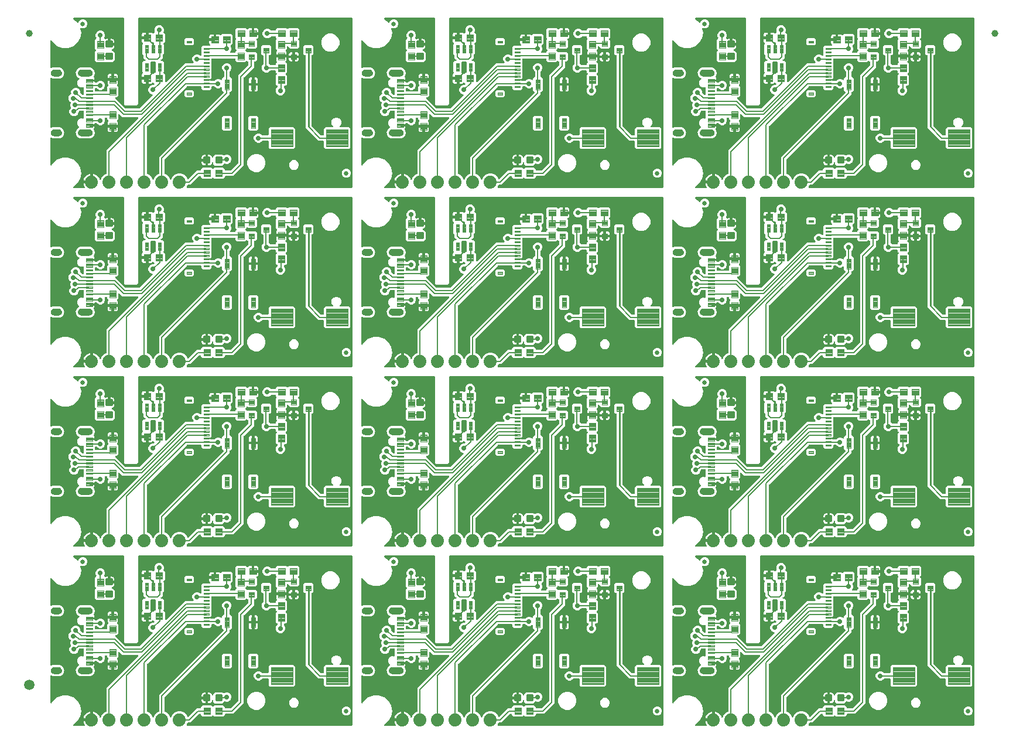
<source format=gtl>
G04 EAGLE Gerber RS-274X export*
G75*
%MOMM*%
%FSLAX34Y34*%
%LPD*%
%INTop Copper*%
%IPPOS*%
%AMOC8*
5,1,8,0,0,1.08239X$1,22.5*%
G01*
%ADD10C,0.100000*%
%ADD11C,0.102000*%
%ADD12C,0.755600*%
%ADD13C,0.099000*%
%ADD14C,0.104000*%
%ADD15C,0.099059*%
%ADD16C,1.879600*%
%ADD17C,0.635000*%
%ADD18C,0.300000*%
%ADD19C,1.000000*%
%ADD20C,1.500000*%
%ADD21C,0.736600*%
%ADD22C,0.203200*%
%ADD23C,0.177800*%
%ADD24C,0.254000*%

G36*
X502695Y263158D02*
X502695Y263158D01*
X502787Y263161D01*
X502836Y263177D01*
X502886Y263185D01*
X502970Y263222D01*
X503057Y263251D01*
X503099Y263280D01*
X503145Y263301D01*
X503215Y263360D01*
X503291Y263412D01*
X503323Y263452D01*
X503362Y263484D01*
X503413Y263561D01*
X503472Y263632D01*
X503492Y263679D01*
X503520Y263721D01*
X503548Y263809D01*
X503584Y263893D01*
X503590Y263944D01*
X503606Y263992D01*
X503608Y264084D01*
X503619Y264175D01*
X503612Y264226D01*
X503613Y264276D01*
X503590Y264365D01*
X503575Y264456D01*
X503555Y264496D01*
X503541Y264551D01*
X503460Y264688D01*
X503426Y264757D01*
X502869Y265523D01*
X502016Y267197D01*
X501435Y268984D01*
X501314Y269749D01*
X512064Y269749D01*
X512122Y269757D01*
X512180Y269755D01*
X512262Y269777D01*
X512345Y269789D01*
X512399Y269813D01*
X512455Y269827D01*
X512528Y269870D01*
X512605Y269905D01*
X512649Y269943D01*
X512700Y269973D01*
X512757Y270034D01*
X512822Y270089D01*
X512854Y270137D01*
X512894Y270180D01*
X512933Y270255D01*
X512979Y270325D01*
X512997Y270381D01*
X513024Y270433D01*
X513035Y270501D01*
X513065Y270596D01*
X513068Y270696D01*
X513079Y270764D01*
X513079Y271781D01*
X514096Y271781D01*
X514154Y271789D01*
X514212Y271788D01*
X514294Y271809D01*
X514377Y271821D01*
X514431Y271845D01*
X514487Y271859D01*
X514560Y271902D01*
X514637Y271937D01*
X514682Y271975D01*
X514732Y272005D01*
X514790Y272066D01*
X514854Y272121D01*
X514886Y272169D01*
X514926Y272212D01*
X514965Y272287D01*
X515011Y272357D01*
X515029Y272413D01*
X515056Y272465D01*
X515067Y272533D01*
X515097Y272628D01*
X515100Y272728D01*
X515111Y272796D01*
X515111Y283546D01*
X515876Y283425D01*
X517663Y282844D01*
X519337Y281991D01*
X520858Y280886D01*
X522186Y279558D01*
X523291Y278037D01*
X524144Y276363D01*
X524508Y275243D01*
X524538Y275181D01*
X524559Y275115D01*
X524600Y275054D01*
X524633Y274988D01*
X524679Y274937D01*
X524718Y274879D01*
X524774Y274832D01*
X524823Y274777D01*
X524882Y274741D01*
X524935Y274696D01*
X525002Y274666D01*
X525065Y274627D01*
X525132Y274609D01*
X525195Y274581D01*
X525268Y274571D01*
X525339Y274551D01*
X525408Y274551D01*
X525477Y274542D01*
X525549Y274552D01*
X525623Y274553D01*
X525690Y274573D01*
X525758Y274582D01*
X525825Y274613D01*
X525896Y274634D01*
X525954Y274671D01*
X526017Y274700D01*
X526073Y274747D01*
X526135Y274787D01*
X526181Y274839D01*
X526233Y274884D01*
X526266Y274937D01*
X526323Y275001D01*
X526372Y275105D01*
X526411Y275169D01*
X527928Y278831D01*
X531429Y282332D01*
X533789Y283309D01*
X533790Y283310D01*
X533791Y283310D01*
X533912Y283382D01*
X534033Y283453D01*
X534034Y283455D01*
X534036Y283455D01*
X534133Y283559D01*
X534229Y283660D01*
X534229Y283662D01*
X534230Y283663D01*
X534295Y283788D01*
X534359Y283913D01*
X534359Y283914D01*
X534360Y283916D01*
X534362Y283931D01*
X534414Y284192D01*
X534411Y284222D01*
X534415Y284247D01*
X534415Y317606D01*
X580336Y363526D01*
X580353Y363549D01*
X580376Y363568D01*
X580439Y363663D01*
X580507Y363753D01*
X580517Y363781D01*
X580533Y363805D01*
X580568Y363913D01*
X580608Y364019D01*
X580610Y364048D01*
X580619Y364076D01*
X580622Y364189D01*
X580632Y364302D01*
X580626Y364331D01*
X580627Y364360D01*
X580598Y364470D01*
X580576Y364581D01*
X580562Y364607D01*
X580555Y364635D01*
X580497Y364733D01*
X580445Y364833D01*
X580424Y364854D01*
X580409Y364880D01*
X580327Y364957D01*
X580249Y365039D01*
X580224Y365054D01*
X580202Y365074D01*
X580101Y365126D01*
X580004Y365183D01*
X579975Y365190D01*
X579949Y365204D01*
X579872Y365217D01*
X579728Y365253D01*
X579666Y365251D01*
X579618Y365259D01*
X557463Y365259D01*
X554784Y367937D01*
X554784Y367938D01*
X553342Y369380D01*
X553318Y369398D01*
X553299Y369420D01*
X553205Y369483D01*
X553115Y369551D01*
X553087Y369561D01*
X553063Y369578D01*
X552955Y369612D01*
X552849Y369652D01*
X552820Y369655D01*
X552792Y369663D01*
X552678Y369666D01*
X552566Y369676D01*
X552537Y369670D01*
X552508Y369671D01*
X552398Y369642D01*
X552287Y369620D01*
X552261Y369606D01*
X552233Y369599D01*
X552135Y369541D01*
X552035Y369489D01*
X552013Y369469D01*
X551988Y369454D01*
X551911Y369371D01*
X551829Y369293D01*
X551814Y369268D01*
X551794Y369246D01*
X551742Y369146D01*
X551685Y369048D01*
X551678Y369019D01*
X551664Y368993D01*
X551651Y368916D01*
X551615Y368772D01*
X551617Y368710D01*
X551609Y368662D01*
X551609Y362710D01*
X549937Y361039D01*
X549902Y360992D01*
X549860Y360952D01*
X549817Y360879D01*
X549766Y360812D01*
X549746Y360757D01*
X549716Y360706D01*
X549695Y360625D01*
X549665Y360546D01*
X549660Y360488D01*
X549646Y360431D01*
X549649Y360347D01*
X549642Y360263D01*
X549653Y360205D01*
X549655Y360147D01*
X549681Y360066D01*
X549698Y359984D01*
X549724Y359932D01*
X549742Y359876D01*
X549783Y359820D01*
X549829Y359731D01*
X549897Y359659D01*
X549937Y359603D01*
X550493Y359047D01*
X550894Y358354D01*
X551101Y357580D01*
X551101Y354211D01*
X544576Y354211D01*
X544518Y354203D01*
X544460Y354204D01*
X544378Y354183D01*
X544295Y354171D01*
X544241Y354147D01*
X544185Y354133D01*
X544112Y354090D01*
X544035Y354055D01*
X543991Y354017D01*
X543940Y353987D01*
X543883Y353926D01*
X543818Y353871D01*
X543786Y353823D01*
X543746Y353780D01*
X543707Y353705D01*
X543661Y353635D01*
X543643Y353579D01*
X543616Y353527D01*
X543605Y353459D01*
X543575Y353364D01*
X543572Y353264D01*
X543561Y353196D01*
X543561Y352179D01*
X543559Y352179D01*
X543559Y353196D01*
X543551Y353254D01*
X543552Y353312D01*
X543531Y353394D01*
X543519Y353477D01*
X543495Y353531D01*
X543481Y353587D01*
X543438Y353660D01*
X543403Y353737D01*
X543365Y353781D01*
X543335Y353832D01*
X543274Y353889D01*
X543219Y353954D01*
X543171Y353986D01*
X543128Y354026D01*
X543053Y354065D01*
X542983Y354111D01*
X542927Y354129D01*
X542875Y354156D01*
X542807Y354167D01*
X542712Y354197D01*
X542612Y354200D01*
X542544Y354211D01*
X536019Y354211D01*
X536019Y357580D01*
X536226Y358354D01*
X536627Y359047D01*
X537183Y359603D01*
X537218Y359650D01*
X537260Y359690D01*
X537303Y359763D01*
X537354Y359830D01*
X537374Y359885D01*
X537404Y359935D01*
X537425Y360017D01*
X537455Y360096D01*
X537460Y360154D01*
X537474Y360211D01*
X537471Y360295D01*
X537478Y360379D01*
X537467Y360436D01*
X537465Y360495D01*
X537439Y360575D01*
X537422Y360658D01*
X537395Y360710D01*
X537378Y360765D01*
X537337Y360821D01*
X537291Y360910D01*
X537223Y360983D01*
X537183Y361039D01*
X535511Y362710D01*
X535511Y363500D01*
X535503Y363558D01*
X535505Y363616D01*
X535483Y363698D01*
X535471Y363782D01*
X535448Y363835D01*
X535433Y363891D01*
X535390Y363964D01*
X535355Y364041D01*
X535317Y364086D01*
X535288Y364136D01*
X535226Y364194D01*
X535172Y364258D01*
X535123Y364290D01*
X535080Y364330D01*
X535005Y364369D01*
X534935Y364416D01*
X534879Y364433D01*
X534827Y364460D01*
X534759Y364471D01*
X534664Y364501D01*
X534564Y364504D01*
X534496Y364515D01*
X532997Y364515D01*
X532883Y364499D01*
X532769Y364489D01*
X532743Y364479D01*
X532716Y364475D01*
X532611Y364428D01*
X532504Y364387D01*
X532482Y364371D01*
X532456Y364359D01*
X532369Y364285D01*
X532277Y364216D01*
X532260Y364193D01*
X532239Y364176D01*
X532176Y364080D01*
X532107Y363988D01*
X532097Y363962D01*
X532082Y363939D01*
X532047Y363829D01*
X532006Y363722D01*
X532004Y363694D01*
X531996Y363668D01*
X531993Y363553D01*
X531984Y363439D01*
X531989Y363414D01*
X531989Y363384D01*
X532056Y363127D01*
X532059Y363111D01*
X532512Y362019D01*
X532512Y359341D01*
X531487Y356867D01*
X529593Y354973D01*
X527119Y353948D01*
X524441Y353948D01*
X521967Y354973D01*
X520622Y356318D01*
X520552Y356370D01*
X520488Y356430D01*
X520439Y356456D01*
X520395Y356489D01*
X520313Y356520D01*
X520235Y356560D01*
X520188Y356568D01*
X520129Y356590D01*
X519981Y356602D01*
X519904Y356615D01*
X518236Y356615D01*
X518178Y356607D01*
X518120Y356609D01*
X518038Y356587D01*
X517954Y356575D01*
X517901Y356552D01*
X517845Y356537D01*
X517772Y356494D01*
X517695Y356459D01*
X517650Y356421D01*
X517600Y356392D01*
X517542Y356330D01*
X517478Y356276D01*
X517446Y356227D01*
X517406Y356184D01*
X517367Y356109D01*
X517320Y356039D01*
X517303Y355983D01*
X517276Y355931D01*
X517265Y355863D01*
X517235Y355768D01*
X517232Y355668D01*
X517221Y355600D01*
X517221Y355329D01*
X510164Y355329D01*
X510106Y355321D01*
X510048Y355323D01*
X509966Y355301D01*
X509883Y355289D01*
X509829Y355266D01*
X509773Y355251D01*
X509700Y355208D01*
X509623Y355173D01*
X509579Y355135D01*
X509528Y355106D01*
X509471Y355044D01*
X509406Y354990D01*
X509374Y354941D01*
X509334Y354898D01*
X509295Y354823D01*
X509249Y354753D01*
X509231Y354697D01*
X509204Y354645D01*
X509193Y354577D01*
X509163Y354482D01*
X509160Y354382D01*
X509149Y354314D01*
X509149Y353346D01*
X509157Y353288D01*
X509156Y353230D01*
X509177Y353148D01*
X509189Y353064D01*
X509213Y353011D01*
X509227Y352955D01*
X509271Y352882D01*
X509305Y352805D01*
X509343Y352760D01*
X509373Y352710D01*
X509434Y352652D01*
X509489Y352588D01*
X509537Y352556D01*
X509580Y352516D01*
X509655Y352477D01*
X509725Y352430D01*
X509781Y352413D01*
X509833Y352386D01*
X509901Y352375D01*
X509996Y352345D01*
X510096Y352342D01*
X510164Y352331D01*
X517221Y352331D01*
X517221Y350938D01*
X517013Y350162D01*
X516611Y349467D01*
X516160Y349015D01*
X516124Y348968D01*
X516082Y348928D01*
X516039Y348855D01*
X515989Y348788D01*
X515968Y348733D01*
X515938Y348683D01*
X515917Y348601D01*
X515887Y348522D01*
X515883Y348464D01*
X515868Y348407D01*
X515871Y348323D01*
X515864Y348239D01*
X515875Y348182D01*
X515877Y348123D01*
X515903Y348043D01*
X515920Y347960D01*
X515947Y347908D01*
X515965Y347853D01*
X516005Y347796D01*
X516051Y347708D01*
X516119Y347636D01*
X516160Y347579D01*
X516311Y347427D01*
X516313Y347426D01*
X516315Y347424D01*
X516331Y347413D01*
X516460Y347316D01*
X516478Y347189D01*
X516491Y347161D01*
X516495Y347135D01*
X516707Y346530D01*
X516775Y346398D01*
X516805Y346326D01*
X517146Y345783D01*
X517148Y345781D01*
X517149Y345779D01*
X517163Y345763D01*
X517266Y345641D01*
X517255Y345513D01*
X517262Y345483D01*
X517260Y345457D01*
X517332Y344820D01*
X517369Y344676D01*
X517383Y344598D01*
X517594Y343993D01*
X517595Y343991D01*
X517596Y343989D01*
X517602Y343978D01*
X517603Y343973D01*
X517614Y343955D01*
X517680Y343828D01*
X517641Y343707D01*
X517640Y343675D01*
X517633Y343651D01*
X517561Y343014D01*
X517565Y342864D01*
X517561Y342786D01*
X517633Y342149D01*
X517634Y342147D01*
X517633Y342145D01*
X517639Y342125D01*
X517679Y341969D01*
X517614Y341859D01*
X517607Y341829D01*
X517594Y341807D01*
X517383Y341202D01*
X517353Y341055D01*
X517332Y340980D01*
X517260Y340343D01*
X517260Y340341D01*
X517260Y340338D01*
X517261Y340318D01*
X517265Y340157D01*
X517178Y340064D01*
X517163Y340036D01*
X517146Y340017D01*
X516805Y339474D01*
X516744Y339338D01*
X516707Y339270D01*
X516495Y338665D01*
X516494Y338662D01*
X516493Y338660D01*
X516490Y338640D01*
X516459Y338482D01*
X516352Y338411D01*
X516332Y338387D01*
X516311Y338373D01*
X515858Y337919D01*
X515768Y337800D01*
X515716Y337741D01*
X515375Y337199D01*
X515374Y337197D01*
X515373Y337195D01*
X515365Y337176D01*
X515299Y337029D01*
X515180Y336984D01*
X515155Y336965D01*
X515131Y336955D01*
X514589Y336614D01*
X514475Y336517D01*
X514411Y336472D01*
X513957Y336019D01*
X513956Y336017D01*
X513954Y336015D01*
X513943Y335999D01*
X513846Y335870D01*
X513719Y335852D01*
X513691Y335839D01*
X513665Y335835D01*
X513060Y335623D01*
X512928Y335555D01*
X512856Y335525D01*
X512313Y335184D01*
X512311Y335182D01*
X512309Y335181D01*
X512293Y335167D01*
X512171Y335064D01*
X512043Y335075D01*
X512013Y335068D01*
X511987Y335070D01*
X511350Y334998D01*
X511206Y334961D01*
X511129Y334947D01*
X510934Y334879D01*
X510881Y334852D01*
X510824Y334834D01*
X510769Y334794D01*
X510745Y334782D01*
X510602Y334761D01*
X510573Y334749D01*
X510548Y334744D01*
X510355Y334677D01*
X510304Y334701D01*
X510248Y334719D01*
X510195Y334746D01*
X510127Y334757D01*
X510034Y334787D01*
X509933Y334790D01*
X509864Y334801D01*
X509661Y334801D01*
X509597Y334792D01*
X509547Y334795D01*
X508465Y334673D01*
X508379Y334724D01*
X508349Y334732D01*
X508322Y334746D01*
X508244Y334759D01*
X508103Y334795D01*
X508039Y334793D01*
X507991Y334801D01*
X499869Y334801D01*
X499839Y334797D01*
X499808Y334799D01*
X499699Y334777D01*
X499588Y334761D01*
X499560Y334749D01*
X499530Y334743D01*
X499461Y334705D01*
X499391Y334673D01*
X498313Y334795D01*
X498248Y334793D01*
X498199Y334801D01*
X497996Y334801D01*
X497937Y334793D01*
X497878Y334794D01*
X497812Y334775D01*
X497715Y334761D01*
X497622Y334720D01*
X497556Y334701D01*
X497505Y334677D01*
X497312Y334744D01*
X497310Y334745D01*
X497308Y334746D01*
X497288Y334749D01*
X497117Y334783D01*
X497082Y334810D01*
X496987Y334846D01*
X496926Y334879D01*
X496732Y334947D01*
X496585Y334977D01*
X496510Y334998D01*
X495873Y335070D01*
X495871Y335070D01*
X495868Y335070D01*
X495848Y335069D01*
X495687Y335065D01*
X495594Y335152D01*
X495566Y335167D01*
X495547Y335184D01*
X495004Y335525D01*
X494868Y335586D01*
X494800Y335623D01*
X494195Y335835D01*
X494192Y335836D01*
X494190Y335837D01*
X494170Y335840D01*
X494012Y335871D01*
X493941Y335977D01*
X493917Y335998D01*
X493903Y336019D01*
X493449Y336472D01*
X493330Y336562D01*
X493271Y336614D01*
X492729Y336955D01*
X492727Y336956D01*
X492725Y336957D01*
X492706Y336965D01*
X492559Y337031D01*
X492514Y337150D01*
X492495Y337175D01*
X492485Y337199D01*
X492144Y337741D01*
X492047Y337856D01*
X492002Y337919D01*
X491549Y338373D01*
X491547Y338374D01*
X491545Y338376D01*
X491527Y338388D01*
X491400Y338484D01*
X491382Y338611D01*
X491369Y338639D01*
X491365Y338665D01*
X491153Y339270D01*
X491085Y339402D01*
X491055Y339474D01*
X490714Y340017D01*
X490712Y340019D01*
X490711Y340021D01*
X490697Y340037D01*
X490594Y340159D01*
X490605Y340287D01*
X490598Y340317D01*
X490600Y340343D01*
X490528Y340980D01*
X490491Y341124D01*
X490477Y341202D01*
X490266Y341807D01*
X490265Y341809D01*
X490264Y341811D01*
X490254Y341829D01*
X490180Y341972D01*
X490219Y342093D01*
X490220Y342125D01*
X490227Y342149D01*
X490299Y342786D01*
X490295Y342936D01*
X490299Y343014D01*
X490227Y343651D01*
X490226Y343653D01*
X490227Y343655D01*
X490221Y343675D01*
X490181Y343831D01*
X490246Y343941D01*
X490253Y343971D01*
X490266Y343993D01*
X490477Y344598D01*
X490507Y344745D01*
X490528Y344820D01*
X490600Y345457D01*
X490600Y345459D01*
X490600Y345462D01*
X490599Y345482D01*
X490595Y345643D01*
X490682Y345736D01*
X490697Y345764D01*
X490714Y345783D01*
X491055Y346326D01*
X491116Y346462D01*
X491153Y346530D01*
X491365Y347135D01*
X491366Y347138D01*
X491367Y347140D01*
X491370Y347160D01*
X491385Y347237D01*
X491387Y347243D01*
X491387Y347246D01*
X491401Y347318D01*
X491507Y347389D01*
X491528Y347413D01*
X491549Y347427D01*
X492002Y347881D01*
X492092Y348000D01*
X492144Y348059D01*
X492485Y348601D01*
X492486Y348603D01*
X492487Y348605D01*
X492495Y348624D01*
X492561Y348771D01*
X492680Y348816D01*
X492705Y348835D01*
X492729Y348845D01*
X493271Y349186D01*
X493386Y349283D01*
X493449Y349328D01*
X493903Y349781D01*
X493904Y349783D01*
X493906Y349785D01*
X493918Y349803D01*
X494014Y349930D01*
X494141Y349948D01*
X494169Y349961D01*
X494194Y349965D01*
X494701Y350142D01*
X494702Y350143D01*
X494703Y350143D01*
X494822Y350204D01*
X494954Y350273D01*
X494955Y350273D01*
X494955Y350274D01*
X495056Y350369D01*
X495160Y350468D01*
X495161Y350469D01*
X495161Y350470D01*
X495230Y350586D01*
X495304Y350713D01*
X495305Y350714D01*
X495305Y350715D01*
X495338Y350843D01*
X495375Y350989D01*
X495375Y350990D01*
X495371Y351124D01*
X495367Y351273D01*
X495366Y351274D01*
X495325Y351401D01*
X495280Y351543D01*
X495279Y351544D01*
X495279Y351545D01*
X495273Y351552D01*
X495121Y351779D01*
X495098Y351798D01*
X495084Y351818D01*
X493290Y353612D01*
X492331Y355927D01*
X492331Y358433D01*
X493290Y360748D01*
X495062Y362520D01*
X497377Y363479D01*
X499883Y363479D01*
X500227Y363336D01*
X500339Y363307D01*
X500448Y363273D01*
X500476Y363272D01*
X500503Y363265D01*
X500617Y363268D01*
X500732Y363265D01*
X500759Y363272D01*
X500787Y363273D01*
X500896Y363308D01*
X501007Y363337D01*
X501031Y363351D01*
X501058Y363360D01*
X501153Y363424D01*
X501252Y363482D01*
X501271Y363503D01*
X501294Y363518D01*
X501368Y363606D01*
X501446Y363690D01*
X501459Y363714D01*
X501477Y363736D01*
X501524Y363841D01*
X501576Y363943D01*
X501580Y363967D01*
X501592Y363995D01*
X501629Y364259D01*
X501631Y364274D01*
X501631Y373627D01*
X501623Y373685D01*
X501625Y373743D01*
X501603Y373825D01*
X501591Y373909D01*
X501568Y373962D01*
X501553Y374018D01*
X501510Y374091D01*
X501475Y374168D01*
X501437Y374213D01*
X501408Y374263D01*
X501346Y374321D01*
X501292Y374385D01*
X501243Y374417D01*
X501200Y374457D01*
X501125Y374496D01*
X501055Y374543D01*
X500999Y374560D01*
X500947Y374587D01*
X500879Y374598D01*
X500784Y374628D01*
X500684Y374631D01*
X500616Y374642D01*
X495948Y374642D01*
X495861Y374630D01*
X495774Y374627D01*
X495721Y374610D01*
X495666Y374602D01*
X495586Y374567D01*
X495503Y374540D01*
X495464Y374512D01*
X495407Y374486D01*
X495294Y374390D01*
X495230Y374345D01*
X494709Y373824D01*
X494657Y373754D01*
X494597Y373691D01*
X494571Y373641D01*
X494538Y373597D01*
X494507Y373515D01*
X494467Y373437D01*
X494459Y373390D01*
X494437Y373331D01*
X494425Y373184D01*
X494412Y373106D01*
X494412Y372295D01*
X493387Y369821D01*
X491493Y367927D01*
X489019Y366902D01*
X486341Y366902D01*
X483867Y367927D01*
X481973Y369821D01*
X480948Y372295D01*
X480948Y374973D01*
X481973Y377447D01*
X482985Y378459D01*
X482986Y378460D01*
X482987Y378461D01*
X483072Y378575D01*
X483156Y378686D01*
X483156Y378688D01*
X483157Y378689D01*
X483206Y378819D01*
X483257Y378952D01*
X483257Y378953D01*
X483258Y378955D01*
X483269Y379098D01*
X483280Y379235D01*
X483280Y379236D01*
X483280Y379238D01*
X483277Y379254D01*
X483225Y379514D01*
X483210Y379541D01*
X483205Y379565D01*
X482218Y381947D01*
X482218Y384625D01*
X482833Y386109D01*
X482833Y386110D01*
X482834Y386112D01*
X482868Y386246D01*
X482904Y386384D01*
X482904Y386386D01*
X482904Y386387D01*
X482900Y386528D01*
X482896Y386668D01*
X482895Y386670D01*
X482895Y386671D01*
X482852Y386806D01*
X482809Y386939D01*
X482808Y386940D01*
X482808Y386942D01*
X482799Y386954D01*
X482651Y387175D01*
X482627Y387195D01*
X482613Y387215D01*
X480703Y389125D01*
X479678Y391599D01*
X479678Y394277D01*
X480703Y396751D01*
X482597Y398645D01*
X482892Y398767D01*
X482943Y398797D01*
X482997Y398818D01*
X483064Y398869D01*
X483137Y398912D01*
X483177Y398954D01*
X483224Y398990D01*
X483274Y399057D01*
X483332Y399118D01*
X483359Y399170D01*
X483394Y399217D01*
X483424Y399296D01*
X483462Y399371D01*
X483474Y399428D01*
X483494Y399483D01*
X483501Y399567D01*
X483517Y399650D01*
X483512Y399708D01*
X483517Y399767D01*
X483502Y399834D01*
X483493Y399933D01*
X483488Y399945D01*
X483488Y402659D01*
X484513Y405133D01*
X486407Y407027D01*
X488881Y408052D01*
X491559Y408052D01*
X494033Y407027D01*
X495927Y405133D01*
X496952Y402659D01*
X496952Y400578D01*
X496964Y400491D01*
X496967Y400404D01*
X496984Y400351D01*
X496992Y400296D01*
X497027Y400216D01*
X497054Y400133D01*
X497082Y400094D01*
X497108Y400037D01*
X497204Y399923D01*
X497249Y399860D01*
X499294Y397815D01*
X499363Y397763D01*
X499427Y397703D01*
X499477Y397677D01*
X499521Y397644D01*
X499603Y397613D01*
X499681Y397573D01*
X499728Y397565D01*
X499787Y397543D01*
X499934Y397531D01*
X500012Y397518D01*
X500616Y397518D01*
X500674Y397526D01*
X500732Y397524D01*
X500814Y397546D01*
X500898Y397558D01*
X500951Y397581D01*
X501007Y397596D01*
X501080Y397639D01*
X501157Y397674D01*
X501202Y397712D01*
X501252Y397741D01*
X501310Y397803D01*
X501374Y397857D01*
X501406Y397906D01*
X501446Y397949D01*
X501485Y398024D01*
X501532Y398094D01*
X501549Y398150D01*
X501576Y398202D01*
X501587Y398270D01*
X501617Y398365D01*
X501620Y398465D01*
X501631Y398533D01*
X501631Y407886D01*
X501615Y408000D01*
X501605Y408114D01*
X501595Y408140D01*
X501591Y408168D01*
X501544Y408272D01*
X501503Y408380D01*
X501487Y408402D01*
X501475Y408427D01*
X501401Y408515D01*
X501332Y408606D01*
X501309Y408623D01*
X501292Y408644D01*
X501196Y408708D01*
X501104Y408776D01*
X501078Y408786D01*
X501055Y408802D01*
X500945Y408836D01*
X500838Y408877D01*
X500810Y408879D01*
X500784Y408887D01*
X500669Y408890D01*
X500555Y408899D01*
X500530Y408894D01*
X500500Y408895D01*
X500243Y408828D01*
X500227Y408824D01*
X499883Y408681D01*
X497377Y408681D01*
X495062Y409640D01*
X493290Y411412D01*
X492331Y413727D01*
X492331Y416233D01*
X493290Y418548D01*
X495084Y420342D01*
X495085Y420343D01*
X495172Y420459D01*
X495255Y420569D01*
X495255Y420570D01*
X495256Y420570D01*
X495303Y420696D01*
X495356Y420835D01*
X495356Y420836D01*
X495368Y420982D01*
X495380Y421118D01*
X495379Y421119D01*
X495379Y421120D01*
X495353Y421248D01*
X495324Y421397D01*
X495323Y421397D01*
X495323Y421398D01*
X495262Y421516D01*
X495193Y421649D01*
X495192Y421650D01*
X495094Y421752D01*
X494997Y421855D01*
X494996Y421855D01*
X494995Y421856D01*
X494988Y421860D01*
X494752Y421999D01*
X494723Y422006D01*
X494701Y422018D01*
X494195Y422195D01*
X494192Y422196D01*
X494190Y422197D01*
X494170Y422200D01*
X494012Y422231D01*
X493941Y422337D01*
X493917Y422358D01*
X493903Y422379D01*
X493449Y422832D01*
X493330Y422922D01*
X493271Y422974D01*
X492729Y423315D01*
X492727Y423316D01*
X492725Y423317D01*
X492706Y423325D01*
X492559Y423391D01*
X492514Y423510D01*
X492495Y423535D01*
X492485Y423559D01*
X492144Y424101D01*
X492106Y424146D01*
X492080Y424190D01*
X492036Y424231D01*
X492002Y424279D01*
X491549Y424733D01*
X491547Y424734D01*
X491545Y424736D01*
X491527Y424748D01*
X491400Y424844D01*
X491382Y424971D01*
X491369Y424999D01*
X491365Y425025D01*
X491153Y425630D01*
X491085Y425762D01*
X491055Y425834D01*
X490714Y426377D01*
X490712Y426379D01*
X490711Y426381D01*
X490697Y426397D01*
X490594Y426519D01*
X490605Y426647D01*
X490598Y426677D01*
X490600Y426703D01*
X490528Y427340D01*
X490491Y427484D01*
X490477Y427562D01*
X490266Y428167D01*
X490265Y428169D01*
X490264Y428171D01*
X490255Y428188D01*
X490180Y428332D01*
X490219Y428453D01*
X490219Y428459D01*
X490220Y428463D01*
X490221Y428488D01*
X490227Y428509D01*
X490299Y429146D01*
X490295Y429296D01*
X490299Y429374D01*
X490227Y430011D01*
X490226Y430013D01*
X490227Y430015D01*
X490221Y430035D01*
X490181Y430191D01*
X490187Y430202D01*
X490201Y430222D01*
X490203Y430228D01*
X490246Y430301D01*
X490253Y430331D01*
X490266Y430353D01*
X490477Y430958D01*
X490507Y431105D01*
X490528Y431180D01*
X490600Y431817D01*
X490600Y431819D01*
X490600Y431822D01*
X490599Y431842D01*
X490595Y431997D01*
X490617Y432016D01*
X490642Y432053D01*
X490682Y432096D01*
X490697Y432124D01*
X490714Y432143D01*
X491055Y432686D01*
X491116Y432822D01*
X491153Y432890D01*
X491365Y433495D01*
X491366Y433498D01*
X491367Y433500D01*
X491370Y433520D01*
X491401Y433678D01*
X491507Y433749D01*
X491528Y433773D01*
X491549Y433787D01*
X492002Y434241D01*
X492092Y434360D01*
X492144Y434419D01*
X492485Y434961D01*
X492486Y434963D01*
X492487Y434965D01*
X492495Y434984D01*
X492561Y435131D01*
X492680Y435176D01*
X492705Y435195D01*
X492729Y435205D01*
X493271Y435546D01*
X493386Y435643D01*
X493449Y435688D01*
X493903Y436141D01*
X493904Y436143D01*
X493906Y436145D01*
X493918Y436163D01*
X494014Y436290D01*
X494141Y436308D01*
X494169Y436321D01*
X494195Y436325D01*
X494800Y436537D01*
X494932Y436605D01*
X495004Y436635D01*
X495547Y436976D01*
X495549Y436978D01*
X495551Y436979D01*
X495567Y436993D01*
X495689Y437096D01*
X495817Y437085D01*
X495847Y437092D01*
X495873Y437090D01*
X496510Y437162D01*
X496654Y437199D01*
X496732Y437213D01*
X496926Y437281D01*
X496979Y437308D01*
X497036Y437326D01*
X497091Y437366D01*
X497115Y437378D01*
X497258Y437399D01*
X497287Y437411D01*
X497312Y437416D01*
X497506Y437483D01*
X497556Y437459D01*
X497612Y437441D01*
X497665Y437414D01*
X497733Y437403D01*
X497826Y437373D01*
X497927Y437370D01*
X497996Y437359D01*
X498199Y437359D01*
X498263Y437368D01*
X498313Y437365D01*
X499395Y437487D01*
X499481Y437436D01*
X499511Y437428D01*
X499538Y437414D01*
X499616Y437401D01*
X499757Y437365D01*
X499821Y437367D01*
X499869Y437359D01*
X507991Y437359D01*
X508021Y437363D01*
X508052Y437361D01*
X508161Y437383D01*
X508272Y437399D01*
X508300Y437411D01*
X508330Y437417D01*
X508399Y437455D01*
X508469Y437487D01*
X509547Y437365D01*
X509612Y437367D01*
X509661Y437359D01*
X509864Y437359D01*
X509923Y437367D01*
X509982Y437366D01*
X510048Y437385D01*
X510145Y437399D01*
X510238Y437440D01*
X510304Y437459D01*
X510355Y437483D01*
X510548Y437416D01*
X510550Y437415D01*
X510552Y437414D01*
X510572Y437411D01*
X510743Y437377D01*
X510778Y437350D01*
X510873Y437314D01*
X510934Y437281D01*
X511128Y437213D01*
X511275Y437183D01*
X511350Y437162D01*
X511987Y437090D01*
X511989Y437090D01*
X511992Y437090D01*
X512012Y437091D01*
X512173Y437095D01*
X512266Y437008D01*
X512294Y436993D01*
X512313Y436976D01*
X512856Y436635D01*
X512992Y436574D01*
X513060Y436537D01*
X513665Y436325D01*
X513668Y436324D01*
X513670Y436323D01*
X513690Y436320D01*
X513848Y436289D01*
X513919Y436183D01*
X513943Y436162D01*
X513957Y436141D01*
X514411Y435688D01*
X514530Y435598D01*
X514589Y435546D01*
X515131Y435205D01*
X515133Y435204D01*
X515135Y435203D01*
X515154Y435195D01*
X515301Y435129D01*
X515346Y435010D01*
X515365Y434985D01*
X515375Y434961D01*
X515716Y434419D01*
X515813Y434305D01*
X515858Y434241D01*
X516311Y433787D01*
X516313Y433786D01*
X516315Y433784D01*
X516331Y433773D01*
X516460Y433676D01*
X516478Y433549D01*
X516491Y433521D01*
X516495Y433495D01*
X516707Y432890D01*
X516775Y432758D01*
X516805Y432686D01*
X517146Y432143D01*
X517148Y432141D01*
X517149Y432139D01*
X517163Y432123D01*
X517183Y432099D01*
X517209Y432056D01*
X517261Y432007D01*
X517266Y432001D01*
X517255Y431873D01*
X517262Y431843D01*
X517260Y431817D01*
X517332Y431180D01*
X517369Y431036D01*
X517383Y430958D01*
X517594Y430353D01*
X517595Y430351D01*
X517596Y430349D01*
X517605Y430332D01*
X517680Y430188D01*
X517641Y430067D01*
X517640Y430035D01*
X517633Y430011D01*
X517561Y429374D01*
X517565Y429224D01*
X517561Y429146D01*
X517633Y428509D01*
X517634Y428507D01*
X517633Y428505D01*
X517639Y428485D01*
X517679Y428329D01*
X517614Y428219D01*
X517607Y428189D01*
X517594Y428167D01*
X517383Y427562D01*
X517353Y427415D01*
X517332Y427340D01*
X517260Y426703D01*
X517260Y426701D01*
X517260Y426698D01*
X517261Y426678D01*
X517264Y426571D01*
X517262Y426514D01*
X517178Y426424D01*
X517163Y426396D01*
X517146Y426377D01*
X516805Y425834D01*
X516744Y425698D01*
X516707Y425630D01*
X516495Y425025D01*
X516494Y425022D01*
X516493Y425020D01*
X516490Y425000D01*
X516459Y424842D01*
X516353Y424771D01*
X516332Y424747D01*
X516311Y424733D01*
X516160Y424581D01*
X516124Y424534D01*
X516082Y424494D01*
X516039Y424421D01*
X515989Y424353D01*
X515968Y424299D01*
X515938Y424248D01*
X515917Y424167D01*
X515887Y424088D01*
X515883Y424029D01*
X515868Y423973D01*
X515871Y423889D01*
X515864Y423804D01*
X515875Y423747D01*
X515877Y423689D01*
X515903Y423608D01*
X515920Y423526D01*
X515947Y423474D01*
X515965Y423418D01*
X516005Y423362D01*
X516051Y423273D01*
X516119Y423201D01*
X516160Y423145D01*
X516611Y422693D01*
X517013Y421998D01*
X517221Y421222D01*
X517221Y419829D01*
X510164Y419829D01*
X510106Y419821D01*
X510048Y419823D01*
X509966Y419801D01*
X509883Y419789D01*
X509829Y419766D01*
X509773Y419751D01*
X509700Y419708D01*
X509623Y419673D01*
X509579Y419635D01*
X509528Y419606D01*
X509471Y419544D01*
X509406Y419490D01*
X509374Y419441D01*
X509334Y419398D01*
X509295Y419323D01*
X509249Y419253D01*
X509231Y419197D01*
X509204Y419145D01*
X509193Y419077D01*
X509163Y418982D01*
X509160Y418882D01*
X509149Y418814D01*
X509149Y417846D01*
X509157Y417788D01*
X509156Y417730D01*
X509177Y417648D01*
X509189Y417564D01*
X509213Y417511D01*
X509227Y417455D01*
X509271Y417382D01*
X509305Y417305D01*
X509343Y417260D01*
X509373Y417210D01*
X509434Y417152D01*
X509489Y417088D01*
X509537Y417056D01*
X509580Y417016D01*
X509655Y416977D01*
X509725Y416930D01*
X509781Y416913D01*
X509833Y416886D01*
X509901Y416875D01*
X509996Y416845D01*
X510096Y416842D01*
X510164Y416831D01*
X517221Y416831D01*
X517221Y416560D01*
X517229Y416502D01*
X517227Y416444D01*
X517249Y416362D01*
X517261Y416278D01*
X517284Y416225D01*
X517299Y416169D01*
X517342Y416096D01*
X517377Y416019D01*
X517415Y415974D01*
X517444Y415924D01*
X517506Y415866D01*
X517560Y415802D01*
X517609Y415770D01*
X517652Y415730D01*
X517727Y415691D01*
X517797Y415644D01*
X517853Y415627D01*
X517905Y415600D01*
X517973Y415589D01*
X518068Y415559D01*
X518168Y415556D01*
X518236Y415545D01*
X519904Y415545D01*
X519991Y415557D01*
X520078Y415560D01*
X520131Y415577D01*
X520186Y415585D01*
X520265Y415620D01*
X520349Y415647D01*
X520388Y415675D01*
X520445Y415701D01*
X520558Y415797D01*
X520622Y415842D01*
X521967Y417187D01*
X524441Y418212D01*
X527119Y418212D01*
X529593Y417187D01*
X531487Y415293D01*
X532512Y412819D01*
X532512Y410141D01*
X531487Y407667D01*
X529593Y405773D01*
X527119Y404748D01*
X524441Y404748D01*
X521967Y405773D01*
X520622Y407118D01*
X520552Y407170D01*
X520488Y407230D01*
X520439Y407256D01*
X520395Y407289D01*
X520313Y407320D01*
X520235Y407360D01*
X520188Y407368D01*
X520129Y407390D01*
X519981Y407402D01*
X519904Y407415D01*
X518744Y407415D01*
X518686Y407407D01*
X518628Y407409D01*
X518546Y407387D01*
X518462Y407375D01*
X518409Y407352D01*
X518353Y407337D01*
X518280Y407294D01*
X518203Y407259D01*
X518158Y407221D01*
X518108Y407192D01*
X518050Y407130D01*
X517986Y407076D01*
X517954Y407027D01*
X517914Y406984D01*
X517875Y406909D01*
X517828Y406839D01*
X517811Y406783D01*
X517784Y406731D01*
X517773Y406663D01*
X517743Y406568D01*
X517740Y406468D01*
X517729Y406400D01*
X517729Y403660D01*
X517737Y403602D01*
X517735Y403544D01*
X517757Y403462D01*
X517769Y403378D01*
X517792Y403325D01*
X517807Y403269D01*
X517850Y403196D01*
X517885Y403119D01*
X517923Y403074D01*
X517952Y403024D01*
X518014Y402966D01*
X518068Y402902D01*
X518117Y402870D01*
X518160Y402830D01*
X518235Y402791D01*
X518305Y402744D01*
X518361Y402727D01*
X518413Y402700D01*
X518481Y402689D01*
X518576Y402659D01*
X518676Y402656D01*
X518744Y402645D01*
X534496Y402645D01*
X534554Y402653D01*
X534612Y402651D01*
X534694Y402673D01*
X534778Y402685D01*
X534831Y402708D01*
X534887Y402723D01*
X534960Y402766D01*
X535037Y402801D01*
X535082Y402839D01*
X535132Y402868D01*
X535190Y402930D01*
X535254Y402984D01*
X535286Y403033D01*
X535326Y403076D01*
X535365Y403151D01*
X535412Y403221D01*
X535429Y403277D01*
X535456Y403329D01*
X535467Y403397D01*
X535497Y403492D01*
X535500Y403592D01*
X535511Y403660D01*
X535511Y409450D01*
X537183Y411121D01*
X537218Y411168D01*
X537260Y411208D01*
X537303Y411281D01*
X537354Y411348D01*
X537374Y411403D01*
X537404Y411454D01*
X537425Y411535D01*
X537455Y411614D01*
X537460Y411672D01*
X537474Y411729D01*
X537471Y411813D01*
X537478Y411897D01*
X537467Y411955D01*
X537465Y412013D01*
X537439Y412094D01*
X537422Y412176D01*
X537396Y412228D01*
X537378Y412284D01*
X537337Y412340D01*
X537291Y412429D01*
X537223Y412501D01*
X537183Y412557D01*
X536627Y413113D01*
X536226Y413806D01*
X536019Y414580D01*
X536019Y417949D01*
X542544Y417949D01*
X542602Y417957D01*
X542660Y417955D01*
X542742Y417977D01*
X542825Y417989D01*
X542879Y418013D01*
X542935Y418027D01*
X543008Y418070D01*
X543085Y418105D01*
X543129Y418143D01*
X543180Y418173D01*
X543237Y418234D01*
X543302Y418289D01*
X543334Y418337D01*
X543374Y418380D01*
X543413Y418455D01*
X543459Y418525D01*
X543477Y418581D01*
X543504Y418633D01*
X543515Y418701D01*
X543545Y418796D01*
X543548Y418896D01*
X543559Y418964D01*
X543559Y419981D01*
X543561Y419981D01*
X543561Y418964D01*
X543569Y418906D01*
X543568Y418848D01*
X543589Y418766D01*
X543601Y418683D01*
X543625Y418629D01*
X543639Y418573D01*
X543682Y418500D01*
X543717Y418423D01*
X543755Y418378D01*
X543785Y418328D01*
X543846Y418270D01*
X543901Y418206D01*
X543949Y418174D01*
X543992Y418134D01*
X544067Y418095D01*
X544137Y418049D01*
X544193Y418031D01*
X544245Y418004D01*
X544313Y417993D01*
X544408Y417963D01*
X544508Y417960D01*
X544576Y417949D01*
X551101Y417949D01*
X551101Y414580D01*
X550894Y413806D01*
X550493Y413113D01*
X549937Y412557D01*
X549902Y412510D01*
X549860Y412470D01*
X549817Y412397D01*
X549766Y412330D01*
X549746Y412275D01*
X549716Y412225D01*
X549695Y412143D01*
X549665Y412064D01*
X549660Y412006D01*
X549646Y411949D01*
X549649Y411865D01*
X549642Y411781D01*
X549653Y411724D01*
X549655Y411665D01*
X549681Y411585D01*
X549698Y411502D01*
X549725Y411450D01*
X549742Y411395D01*
X549783Y411339D01*
X549829Y411250D01*
X549897Y411177D01*
X549937Y411121D01*
X551609Y409450D01*
X551609Y396510D01*
X549530Y394431D01*
X548537Y394431D01*
X548508Y394427D01*
X548479Y394430D01*
X548368Y394407D01*
X548256Y394391D01*
X548229Y394379D01*
X548200Y394374D01*
X548100Y394322D01*
X547997Y394275D01*
X547974Y394256D01*
X547948Y394243D01*
X547866Y394165D01*
X547780Y394092D01*
X547763Y394067D01*
X547742Y394047D01*
X547685Y393949D01*
X547622Y393855D01*
X547613Y393827D01*
X547598Y393802D01*
X547570Y393692D01*
X547536Y393584D01*
X547535Y393554D01*
X547528Y393526D01*
X547532Y393413D01*
X547529Y393300D01*
X547536Y393271D01*
X547537Y393242D01*
X547572Y393134D01*
X547601Y393025D01*
X547616Y392999D01*
X547625Y392971D01*
X547670Y392908D01*
X547746Y392780D01*
X547792Y392737D01*
X547820Y392698D01*
X562006Y378512D01*
X562076Y378459D01*
X562139Y378400D01*
X562189Y378374D01*
X562233Y378341D01*
X562315Y378310D01*
X562393Y378270D01*
X562440Y378262D01*
X562499Y378240D01*
X562646Y378228D01*
X562724Y378215D01*
X582232Y378215D01*
X582318Y378227D01*
X582406Y378230D01*
X582458Y378247D01*
X582513Y378254D01*
X582593Y378290D01*
X582676Y378317D01*
X582715Y378345D01*
X582773Y378371D01*
X582886Y378467D01*
X582950Y378512D01*
X601119Y396681D01*
X601187Y396772D01*
X601262Y396861D01*
X601273Y396886D01*
X601289Y396908D01*
X601330Y397015D01*
X601377Y397120D01*
X601381Y397148D01*
X601391Y397174D01*
X601400Y397288D01*
X601416Y397402D01*
X601412Y397430D01*
X601414Y397457D01*
X601392Y397570D01*
X601375Y397683D01*
X601364Y397709D01*
X601358Y397736D01*
X601305Y397838D01*
X601258Y397942D01*
X601240Y397964D01*
X601227Y397988D01*
X601148Y398071D01*
X601074Y398159D01*
X601053Y398172D01*
X601032Y398194D01*
X600802Y398329D01*
X600789Y398337D01*
X598167Y399423D01*
X596273Y401317D01*
X595248Y403791D01*
X595248Y406469D01*
X596273Y408943D01*
X598167Y410837D01*
X600641Y411862D01*
X602543Y411862D01*
X602629Y411874D01*
X602717Y411877D01*
X602769Y411894D01*
X602824Y411902D01*
X602904Y411937D01*
X602987Y411964D01*
X603027Y411992D01*
X603084Y412018D01*
X603197Y412114D01*
X603261Y412159D01*
X603634Y412532D01*
X603669Y412579D01*
X603711Y412619D01*
X603754Y412692D01*
X603804Y412759D01*
X603825Y412814D01*
X603855Y412864D01*
X603876Y412946D01*
X603906Y413025D01*
X603911Y413083D01*
X603925Y413140D01*
X603922Y413224D01*
X603929Y413308D01*
X603918Y413366D01*
X603916Y413424D01*
X603890Y413504D01*
X603873Y413587D01*
X603846Y413639D01*
X603828Y413694D01*
X603788Y413751D01*
X603742Y413839D01*
X603674Y413912D01*
X603634Y413968D01*
X602339Y415263D01*
X602292Y415298D01*
X602252Y415340D01*
X602179Y415383D01*
X602111Y415434D01*
X602057Y415454D01*
X602006Y415484D01*
X601925Y415505D01*
X601846Y415535D01*
X601788Y415540D01*
X601731Y415554D01*
X601647Y415551D01*
X601563Y415558D01*
X601505Y415547D01*
X601447Y415545D01*
X601366Y415519D01*
X601284Y415502D01*
X601232Y415476D01*
X601176Y415458D01*
X601120Y415417D01*
X601031Y415371D01*
X600959Y415303D01*
X600903Y415263D01*
X600347Y414707D01*
X599654Y414306D01*
X598880Y414099D01*
X595511Y414099D01*
X595511Y420624D01*
X595503Y420682D01*
X595504Y420740D01*
X595483Y420822D01*
X595471Y420905D01*
X595447Y420959D01*
X595433Y421015D01*
X595390Y421088D01*
X595355Y421165D01*
X595317Y421209D01*
X595287Y421260D01*
X595226Y421317D01*
X595171Y421382D01*
X595123Y421414D01*
X595080Y421454D01*
X595005Y421493D01*
X594935Y421539D01*
X594879Y421557D01*
X594827Y421584D01*
X594759Y421595D01*
X594664Y421625D01*
X594564Y421628D01*
X594496Y421639D01*
X593479Y421639D01*
X593479Y422656D01*
X593471Y422714D01*
X593472Y422772D01*
X593451Y422854D01*
X593439Y422937D01*
X593415Y422991D01*
X593401Y423047D01*
X593358Y423120D01*
X593323Y423197D01*
X593285Y423241D01*
X593255Y423292D01*
X593194Y423349D01*
X593139Y423414D01*
X593091Y423446D01*
X593048Y423486D01*
X592973Y423525D01*
X592903Y423571D01*
X592847Y423589D01*
X592795Y423616D01*
X592727Y423627D01*
X592632Y423657D01*
X592532Y423660D01*
X592464Y423671D01*
X585439Y423671D01*
X585439Y426540D01*
X585646Y427314D01*
X586047Y428007D01*
X586613Y428573D01*
X586970Y428780D01*
X586977Y428785D01*
X586981Y428787D01*
X587002Y428804D01*
X587009Y428810D01*
X587052Y428832D01*
X587120Y428897D01*
X587194Y428955D01*
X587223Y428994D01*
X587258Y429028D01*
X587306Y429109D01*
X587361Y429185D01*
X587377Y429231D01*
X587402Y429273D01*
X587425Y429364D01*
X587457Y429453D01*
X587460Y429502D01*
X587472Y429549D01*
X587469Y429643D01*
X587475Y429736D01*
X587465Y429784D01*
X587463Y429833D01*
X587434Y429922D01*
X587414Y430014D01*
X587391Y430057D01*
X587376Y430103D01*
X587332Y430164D01*
X587278Y430264D01*
X587217Y430326D01*
X587181Y430377D01*
X586681Y430876D01*
X586681Y444822D01*
X588757Y446898D01*
X590113Y446898D01*
X590142Y446902D01*
X590171Y446899D01*
X590282Y446922D01*
X590394Y446938D01*
X590421Y446950D01*
X590450Y446955D01*
X590550Y447008D01*
X590654Y447054D01*
X590676Y447073D01*
X590702Y447086D01*
X590784Y447164D01*
X590871Y447237D01*
X590887Y447262D01*
X590908Y447282D01*
X590966Y447380D01*
X591028Y447474D01*
X591037Y447502D01*
X591052Y447527D01*
X591080Y447637D01*
X591114Y447745D01*
X591115Y447775D01*
X591122Y447803D01*
X591119Y447916D01*
X591121Y448029D01*
X591114Y448058D01*
X591113Y448087D01*
X591078Y448195D01*
X591050Y448304D01*
X591035Y448330D01*
X591026Y448358D01*
X590980Y448421D01*
X590904Y448549D01*
X590898Y448555D01*
X590897Y448556D01*
X590858Y448593D01*
X590831Y448631D01*
X588415Y451046D01*
X588415Y454724D01*
X588403Y454810D01*
X588400Y454898D01*
X588383Y454950D01*
X588375Y455005D01*
X588340Y455085D01*
X588313Y455168D01*
X588285Y455208D01*
X588259Y455265D01*
X588163Y455378D01*
X588118Y455442D01*
X586681Y456878D01*
X586681Y470824D01*
X587181Y471323D01*
X587210Y471362D01*
X587246Y471395D01*
X587295Y471475D01*
X587352Y471550D01*
X587369Y471596D01*
X587394Y471638D01*
X587419Y471728D01*
X587453Y471816D01*
X587457Y471865D01*
X587470Y471912D01*
X587469Y472006D01*
X587476Y472099D01*
X587467Y472147D01*
X587466Y472196D01*
X587439Y472286D01*
X587421Y472378D01*
X587398Y472422D01*
X587384Y472468D01*
X587333Y472547D01*
X587290Y472630D01*
X587256Y472666D01*
X587229Y472707D01*
X587172Y472754D01*
X587094Y472837D01*
X587019Y472880D01*
X586970Y472920D01*
X586613Y473127D01*
X586047Y473693D01*
X585646Y474386D01*
X585439Y475160D01*
X585439Y478029D01*
X592464Y478029D01*
X592522Y478037D01*
X592580Y478035D01*
X592662Y478057D01*
X592745Y478069D01*
X592799Y478093D01*
X592855Y478107D01*
X592928Y478150D01*
X593005Y478185D01*
X593049Y478223D01*
X593100Y478253D01*
X593157Y478314D01*
X593222Y478369D01*
X593254Y478417D01*
X593294Y478460D01*
X593333Y478535D01*
X593379Y478605D01*
X593397Y478661D01*
X593424Y478713D01*
X593435Y478781D01*
X593465Y478876D01*
X593468Y478976D01*
X593479Y479044D01*
X593479Y480061D01*
X594496Y480061D01*
X594554Y480069D01*
X594612Y480068D01*
X594694Y480089D01*
X594777Y480101D01*
X594831Y480125D01*
X594887Y480139D01*
X594960Y480182D01*
X595037Y480217D01*
X595081Y480255D01*
X595132Y480285D01*
X595189Y480346D01*
X595254Y480401D01*
X595286Y480449D01*
X595326Y480492D01*
X595365Y480567D01*
X595411Y480637D01*
X595429Y480693D01*
X595456Y480745D01*
X595467Y480813D01*
X595497Y480908D01*
X595500Y481008D01*
X595511Y481076D01*
X595511Y487601D01*
X598880Y487601D01*
X599654Y487394D01*
X600347Y486993D01*
X600903Y486437D01*
X600950Y486402D01*
X600990Y486360D01*
X601063Y486317D01*
X601130Y486266D01*
X601185Y486246D01*
X601235Y486216D01*
X601317Y486195D01*
X601396Y486165D01*
X601454Y486160D01*
X601511Y486146D01*
X601595Y486149D01*
X601679Y486142D01*
X601736Y486153D01*
X601795Y486155D01*
X601875Y486181D01*
X601958Y486198D01*
X602010Y486225D01*
X602065Y486242D01*
X602121Y486282D01*
X602210Y486329D01*
X602283Y486397D01*
X602339Y486437D01*
X604219Y488318D01*
X604220Y488319D01*
X604221Y488320D01*
X604310Y488438D01*
X604390Y488545D01*
X604391Y488547D01*
X604392Y488548D01*
X604441Y488680D01*
X604491Y488811D01*
X604491Y488812D01*
X604492Y488814D01*
X604503Y488947D01*
X604515Y489094D01*
X604515Y489096D01*
X604515Y489097D01*
X604511Y489112D01*
X604459Y489373D01*
X604445Y489400D01*
X604439Y489424D01*
X604138Y490151D01*
X604138Y492829D01*
X605163Y495303D01*
X607057Y497197D01*
X609531Y498222D01*
X612209Y498222D01*
X614683Y497197D01*
X616577Y495303D01*
X617602Y492829D01*
X617602Y490151D01*
X617072Y488873D01*
X617072Y488871D01*
X617071Y488870D01*
X617037Y488737D01*
X617001Y488597D01*
X617001Y488596D01*
X617001Y488594D01*
X617005Y488454D01*
X617009Y488313D01*
X617010Y488312D01*
X617010Y488310D01*
X617054Y488173D01*
X617096Y488042D01*
X617097Y488041D01*
X617097Y488040D01*
X617106Y488028D01*
X617254Y487806D01*
X617278Y487787D01*
X617292Y487766D01*
X619029Y486030D01*
X619029Y474090D01*
X617239Y472300D01*
X617203Y472253D01*
X617161Y472213D01*
X617118Y472140D01*
X617068Y472073D01*
X617047Y472018D01*
X617017Y471968D01*
X616996Y471886D01*
X616966Y471807D01*
X616962Y471749D01*
X616947Y471692D01*
X616950Y471608D01*
X616943Y471524D01*
X616954Y471466D01*
X616956Y471408D01*
X616982Y471328D01*
X616999Y471245D01*
X617026Y471193D01*
X617044Y471137D01*
X617084Y471081D01*
X617130Y470993D01*
X617198Y470920D01*
X617239Y470864D01*
X617279Y470824D01*
X617279Y456878D01*
X616143Y455742D01*
X616126Y455720D01*
X616105Y455702D01*
X616073Y455654D01*
X616031Y455609D01*
X616005Y455559D01*
X615972Y455515D01*
X615961Y455485D01*
X615948Y455466D01*
X615932Y455416D01*
X615901Y455356D01*
X615893Y455308D01*
X615871Y455250D01*
X615868Y455213D01*
X615862Y455195D01*
X615860Y455119D01*
X615859Y455102D01*
X615846Y455025D01*
X615846Y451347D01*
X613129Y448631D01*
X613114Y448610D01*
X613096Y448596D01*
X613095Y448593D01*
X613089Y448588D01*
X613026Y448494D01*
X612958Y448404D01*
X612948Y448376D01*
X612932Y448352D01*
X612897Y448244D01*
X612857Y448138D01*
X612855Y448109D01*
X612846Y448081D01*
X612843Y447967D01*
X612834Y447855D01*
X612839Y447826D01*
X612839Y447797D01*
X612867Y447687D01*
X612889Y447576D01*
X612903Y447550D01*
X612910Y447522D01*
X612968Y447424D01*
X613020Y447324D01*
X613041Y447302D01*
X613056Y447277D01*
X613138Y447200D01*
X613216Y447118D01*
X613242Y447103D01*
X613263Y447083D01*
X613364Y447031D01*
X613462Y446974D01*
X613490Y446967D01*
X613516Y446953D01*
X613593Y446940D01*
X613737Y446904D01*
X613800Y446906D01*
X613847Y446898D01*
X615203Y446898D01*
X617279Y444822D01*
X617279Y430876D01*
X617239Y430836D01*
X617203Y430789D01*
X617161Y430749D01*
X617118Y430676D01*
X617068Y430609D01*
X617047Y430554D01*
X617017Y430504D01*
X616996Y430422D01*
X616966Y430343D01*
X616962Y430285D01*
X616947Y430228D01*
X616950Y430144D01*
X616943Y430060D01*
X616954Y430002D01*
X616956Y429944D01*
X616982Y429864D01*
X616999Y429781D01*
X617026Y429729D01*
X617044Y429674D01*
X617084Y429617D01*
X617130Y429529D01*
X617198Y429456D01*
X617239Y429400D01*
X619029Y427610D01*
X619029Y417042D01*
X619033Y417013D01*
X619030Y416984D01*
X619053Y416873D01*
X619069Y416761D01*
X619081Y416734D01*
X619086Y416705D01*
X619138Y416605D01*
X619185Y416501D01*
X619204Y416479D01*
X619217Y416453D01*
X619295Y416371D01*
X619368Y416284D01*
X619393Y416268D01*
X619413Y416247D01*
X619511Y416189D01*
X619605Y416127D01*
X619633Y416118D01*
X619658Y416103D01*
X619768Y416075D01*
X619876Y416041D01*
X619906Y416040D01*
X619934Y416033D01*
X620047Y416037D01*
X620160Y416034D01*
X620189Y416041D01*
X620218Y416042D01*
X620326Y416077D01*
X620435Y416105D01*
X620461Y416120D01*
X620489Y416129D01*
X620552Y416175D01*
X620680Y416251D01*
X620723Y416296D01*
X620762Y416324D01*
X645204Y440766D01*
X647882Y443445D01*
X659644Y443445D01*
X659673Y443449D01*
X659702Y443446D01*
X659813Y443469D01*
X659926Y443485D01*
X659952Y443497D01*
X659981Y443502D01*
X660082Y443555D01*
X660185Y443601D01*
X660207Y443620D01*
X660233Y443633D01*
X660316Y443711D01*
X660402Y443784D01*
X660418Y443809D01*
X660440Y443829D01*
X660497Y443927D01*
X660560Y444021D01*
X660568Y444049D01*
X660583Y444074D01*
X660611Y444184D01*
X660645Y444292D01*
X660646Y444322D01*
X660653Y444350D01*
X660650Y444463D01*
X660653Y444576D01*
X660645Y444605D01*
X660644Y444634D01*
X660609Y444742D01*
X660581Y444851D01*
X660566Y444877D01*
X660557Y444905D01*
X660511Y444969D01*
X660436Y445096D01*
X660390Y445139D01*
X660362Y445178D01*
X659773Y445767D01*
X658748Y448241D01*
X658748Y450919D01*
X659773Y453393D01*
X661667Y455287D01*
X664141Y456312D01*
X666819Y456312D01*
X669293Y455287D01*
X670198Y454382D01*
X670222Y454364D01*
X670241Y454342D01*
X670335Y454279D01*
X670425Y454211D01*
X670453Y454201D01*
X670477Y454184D01*
X670585Y454150D01*
X670691Y454110D01*
X670720Y454107D01*
X670748Y454099D01*
X670862Y454096D01*
X670974Y454086D01*
X671003Y454092D01*
X671032Y454091D01*
X671142Y454120D01*
X671253Y454142D01*
X671279Y454156D01*
X671307Y454163D01*
X671405Y454221D01*
X671505Y454273D01*
X671527Y454293D01*
X671552Y454308D01*
X671629Y454391D01*
X671711Y454469D01*
X671726Y454494D01*
X671746Y454516D01*
X671798Y454617D01*
X671855Y454714D01*
X671862Y454743D01*
X671876Y454769D01*
X671889Y454846D01*
X671925Y454990D01*
X671923Y455052D01*
X671931Y455100D01*
X671931Y466844D01*
X674016Y468929D01*
X683610Y468929D01*
X683639Y468933D01*
X683668Y468930D01*
X683779Y468953D01*
X683891Y468969D01*
X683918Y468981D01*
X683947Y468986D01*
X684048Y469039D01*
X684151Y469085D01*
X684173Y469104D01*
X684199Y469117D01*
X684281Y469195D01*
X684368Y469268D01*
X684384Y469293D01*
X684405Y469313D01*
X684463Y469411D01*
X684525Y469505D01*
X684534Y469533D01*
X684549Y469558D01*
X684577Y469668D01*
X684611Y469776D01*
X684612Y469806D01*
X684619Y469834D01*
X684616Y469947D01*
X684619Y470060D01*
X684611Y470089D01*
X684610Y470118D01*
X684575Y470226D01*
X684547Y470335D01*
X684532Y470361D01*
X684523Y470389D01*
X684477Y470453D01*
X684401Y470580D01*
X684356Y470623D01*
X684328Y470662D01*
X683837Y471153D01*
X683436Y471846D01*
X683229Y472620D01*
X683229Y475489D01*
X690254Y475489D01*
X690312Y475497D01*
X690370Y475495D01*
X690452Y475517D01*
X690535Y475529D01*
X690589Y475553D01*
X690645Y475567D01*
X690718Y475610D01*
X690795Y475645D01*
X690839Y475683D01*
X690890Y475713D01*
X690947Y475774D01*
X691012Y475829D01*
X691044Y475877D01*
X691084Y475920D01*
X691123Y475995D01*
X691169Y476065D01*
X691187Y476121D01*
X691214Y476173D01*
X691225Y476241D01*
X691255Y476336D01*
X691258Y476436D01*
X691269Y476504D01*
X691269Y477521D01*
X692286Y477521D01*
X692344Y477529D01*
X692402Y477528D01*
X692484Y477549D01*
X692567Y477561D01*
X692621Y477585D01*
X692677Y477599D01*
X692750Y477642D01*
X692827Y477677D01*
X692871Y477715D01*
X692922Y477745D01*
X692979Y477806D01*
X693044Y477861D01*
X693076Y477909D01*
X693116Y477952D01*
X693155Y478027D01*
X693201Y478097D01*
X693219Y478153D01*
X693246Y478205D01*
X693257Y478273D01*
X693287Y478368D01*
X693290Y478468D01*
X693301Y478536D01*
X693301Y485061D01*
X696670Y485061D01*
X697444Y484854D01*
X698137Y484453D01*
X698693Y483897D01*
X698740Y483862D01*
X698780Y483820D01*
X698853Y483777D01*
X698920Y483726D01*
X698975Y483706D01*
X699025Y483676D01*
X699107Y483655D01*
X699186Y483625D01*
X699244Y483620D01*
X699301Y483606D01*
X699385Y483609D01*
X699469Y483602D01*
X699526Y483613D01*
X699585Y483615D01*
X699665Y483641D01*
X699748Y483658D01*
X699800Y483685D01*
X699855Y483702D01*
X699911Y483743D01*
X700000Y483789D01*
X700073Y483857D01*
X700129Y483897D01*
X701800Y485569D01*
X714740Y485569D01*
X716819Y483490D01*
X716819Y471550D01*
X714582Y469313D01*
X714581Y469312D01*
X714579Y469311D01*
X714497Y469200D01*
X714411Y469086D01*
X714410Y469084D01*
X714409Y469083D01*
X714359Y468951D01*
X714309Y468820D01*
X714309Y468818D01*
X714309Y468817D01*
X714297Y468667D01*
X714286Y468537D01*
X714286Y468535D01*
X714286Y468534D01*
X714290Y468518D01*
X714342Y468258D01*
X714356Y468231D01*
X714361Y468206D01*
X715392Y465719D01*
X715392Y463041D01*
X714367Y460567D01*
X713978Y460178D01*
X713960Y460154D01*
X713938Y460135D01*
X713875Y460041D01*
X713807Y459951D01*
X713797Y459923D01*
X713780Y459899D01*
X713746Y459791D01*
X713706Y459685D01*
X713703Y459656D01*
X713695Y459628D01*
X713692Y459515D01*
X713682Y459402D01*
X713688Y459373D01*
X713687Y459344D01*
X713716Y459234D01*
X713738Y459123D01*
X713752Y459097D01*
X713759Y459069D01*
X713817Y458971D01*
X713869Y458871D01*
X713889Y458849D01*
X713904Y458824D01*
X713987Y458747D01*
X714065Y458665D01*
X714090Y458650D01*
X714112Y458630D01*
X714213Y458578D01*
X714310Y458521D01*
X714339Y458514D01*
X714365Y458500D01*
X714442Y458487D01*
X714586Y458451D01*
X714648Y458453D01*
X714696Y458445D01*
X719916Y458445D01*
X719974Y458453D01*
X720032Y458451D01*
X720114Y458473D01*
X720198Y458485D01*
X720251Y458508D01*
X720307Y458523D01*
X720380Y458566D01*
X720457Y458601D01*
X720502Y458639D01*
X720552Y458668D01*
X720610Y458730D01*
X720674Y458784D01*
X720706Y458833D01*
X720746Y458876D01*
X720785Y458951D01*
X720832Y459021D01*
X720849Y459077D01*
X720876Y459129D01*
X720887Y459197D01*
X720917Y459292D01*
X720920Y459392D01*
X720931Y459460D01*
X720931Y460250D01*
X722243Y461562D01*
X722279Y461609D01*
X722321Y461649D01*
X722364Y461722D01*
X722414Y461789D01*
X722435Y461844D01*
X722465Y461894D01*
X722485Y461976D01*
X722516Y462055D01*
X722520Y462113D01*
X722535Y462170D01*
X722532Y462254D01*
X722539Y462338D01*
X722528Y462396D01*
X722526Y462454D01*
X722500Y462534D01*
X722483Y462617D01*
X722456Y462669D01*
X722438Y462725D01*
X722398Y462781D01*
X722352Y462869D01*
X722283Y462942D01*
X722243Y462998D01*
X720931Y464310D01*
X720931Y477250D01*
X721753Y478072D01*
X721789Y478119D01*
X721831Y478159D01*
X721874Y478232D01*
X721924Y478299D01*
X721945Y478354D01*
X721975Y478404D01*
X721995Y478486D01*
X722026Y478565D01*
X722030Y478623D01*
X722045Y478680D01*
X722042Y478764D01*
X722049Y478848D01*
X722038Y478906D01*
X722036Y478964D01*
X722010Y479044D01*
X721993Y479127D01*
X721966Y479179D01*
X721948Y479235D01*
X721908Y479291D01*
X721862Y479379D01*
X721794Y479452D01*
X721753Y479508D01*
X720821Y480440D01*
X720821Y492380D01*
X722900Y494459D01*
X735840Y494459D01*
X737511Y492787D01*
X737558Y492752D01*
X737598Y492710D01*
X737671Y492667D01*
X737738Y492616D01*
X737793Y492596D01*
X737844Y492566D01*
X737925Y492545D01*
X738004Y492515D01*
X738062Y492510D01*
X738119Y492496D01*
X738203Y492499D01*
X738287Y492492D01*
X738345Y492503D01*
X738403Y492505D01*
X738484Y492531D01*
X738566Y492548D01*
X738618Y492574D01*
X738674Y492592D01*
X738730Y492633D01*
X738819Y492679D01*
X738891Y492747D01*
X738947Y492787D01*
X739503Y493343D01*
X740196Y493744D01*
X740970Y493951D01*
X744339Y493951D01*
X744339Y487426D01*
X744347Y487368D01*
X744345Y487310D01*
X744367Y487228D01*
X744379Y487145D01*
X744403Y487091D01*
X744417Y487035D01*
X744460Y486962D01*
X744495Y486885D01*
X744533Y486841D01*
X744563Y486790D01*
X744624Y486733D01*
X744679Y486668D01*
X744727Y486636D01*
X744770Y486596D01*
X744845Y486557D01*
X744915Y486511D01*
X744971Y486493D01*
X745023Y486466D01*
X745091Y486455D01*
X745186Y486425D01*
X745286Y486422D01*
X745354Y486411D01*
X746371Y486411D01*
X746371Y485394D01*
X746379Y485336D01*
X746378Y485278D01*
X746399Y485196D01*
X746411Y485113D01*
X746435Y485059D01*
X746449Y485003D01*
X746492Y484930D01*
X746527Y484853D01*
X746565Y484808D01*
X746595Y484758D01*
X746656Y484700D01*
X746711Y484636D01*
X746759Y484604D01*
X746802Y484564D01*
X746877Y484525D01*
X746947Y484479D01*
X747003Y484461D01*
X747055Y484434D01*
X747123Y484423D01*
X747218Y484393D01*
X747318Y484390D01*
X747386Y484379D01*
X754411Y484379D01*
X754411Y481510D01*
X754204Y480736D01*
X753803Y480043D01*
X753237Y479477D01*
X752544Y479076D01*
X751913Y478908D01*
X751877Y478892D01*
X751839Y478885D01*
X751747Y478837D01*
X751652Y478796D01*
X751621Y478772D01*
X751587Y478754D01*
X751511Y478682D01*
X751431Y478617D01*
X751409Y478585D01*
X751380Y478558D01*
X751328Y478468D01*
X751269Y478383D01*
X751256Y478346D01*
X751237Y478313D01*
X751211Y478212D01*
X751178Y478114D01*
X751176Y478075D01*
X751167Y478037D01*
X751170Y477933D01*
X751165Y477830D01*
X751174Y477792D01*
X751176Y477753D01*
X751208Y477654D01*
X751232Y477554D01*
X751251Y477520D01*
X751263Y477482D01*
X751308Y477419D01*
X751372Y477306D01*
X751426Y477254D01*
X751458Y477209D01*
X751929Y476738D01*
X751929Y466822D01*
X749838Y464731D01*
X738922Y464731D01*
X738762Y464891D01*
X738738Y464909D01*
X738719Y464931D01*
X738669Y464965D01*
X738637Y464995D01*
X738597Y465015D01*
X738535Y465062D01*
X738507Y465073D01*
X738483Y465089D01*
X738404Y465114D01*
X738384Y465124D01*
X738363Y465128D01*
X738269Y465163D01*
X738240Y465166D01*
X738212Y465175D01*
X738099Y465177D01*
X737986Y465187D01*
X737957Y465181D01*
X737928Y465182D01*
X737818Y465153D01*
X737707Y465131D01*
X737681Y465117D01*
X737653Y465110D01*
X737555Y465052D01*
X737455Y465000D01*
X737433Y464980D01*
X737408Y464965D01*
X737331Y464882D01*
X737249Y464804D01*
X737234Y464779D01*
X737214Y464757D01*
X737162Y464657D01*
X737147Y464631D01*
X737128Y464603D01*
X737126Y464595D01*
X737105Y464559D01*
X737098Y464530D01*
X737084Y464504D01*
X737071Y464427D01*
X737065Y464403D01*
X737043Y464332D01*
X737042Y464324D01*
X735717Y462998D01*
X735681Y462951D01*
X735639Y462911D01*
X735596Y462838D01*
X735546Y462771D01*
X735525Y462716D01*
X735495Y462666D01*
X735475Y462584D01*
X735444Y462505D01*
X735440Y462447D01*
X735425Y462390D01*
X735428Y462306D01*
X735421Y462222D01*
X735432Y462164D01*
X735434Y462106D01*
X735460Y462026D01*
X735477Y461943D01*
X735504Y461891D01*
X735522Y461835D01*
X735562Y461779D01*
X735608Y461691D01*
X735676Y461618D01*
X735717Y461562D01*
X737051Y460228D01*
X737053Y460217D01*
X737069Y460105D01*
X737081Y460078D01*
X737086Y460050D01*
X737138Y459949D01*
X737185Y459846D01*
X737204Y459823D01*
X737217Y459797D01*
X737295Y459715D01*
X737368Y459629D01*
X737393Y459613D01*
X737413Y459591D01*
X737511Y459534D01*
X737605Y459471D01*
X737633Y459462D01*
X737658Y459448D01*
X737768Y459420D01*
X737876Y459385D01*
X737905Y459385D01*
X737934Y459377D01*
X738047Y459381D01*
X738160Y459378D01*
X738189Y459386D01*
X738218Y459386D01*
X738326Y459421D01*
X738435Y459450D01*
X738461Y459465D01*
X738489Y459474D01*
X738553Y459520D01*
X738680Y459595D01*
X738723Y459641D01*
X738762Y459669D01*
X738922Y459829D01*
X749838Y459829D01*
X751929Y457738D01*
X751929Y447822D01*
X749838Y445731D01*
X749050Y445731D01*
X748992Y445723D01*
X748934Y445725D01*
X748852Y445703D01*
X748768Y445691D01*
X748715Y445668D01*
X748659Y445653D01*
X748586Y445610D01*
X748509Y445575D01*
X748464Y445537D01*
X748414Y445508D01*
X748356Y445446D01*
X748292Y445392D01*
X748260Y445343D01*
X748220Y445300D01*
X748181Y445225D01*
X748134Y445155D01*
X748117Y445099D01*
X748090Y445047D01*
X748079Y444979D01*
X748049Y444884D01*
X748046Y444784D01*
X748035Y444716D01*
X748035Y437486D01*
X733342Y422794D01*
X733290Y422724D01*
X733230Y422660D01*
X733204Y422611D01*
X733171Y422566D01*
X733140Y422485D01*
X733100Y422407D01*
X733092Y422359D01*
X733070Y422301D01*
X733058Y422153D01*
X733045Y422076D01*
X733045Y295496D01*
X717964Y280415D01*
X706404Y280415D01*
X706346Y280407D01*
X706288Y280409D01*
X706206Y280387D01*
X706122Y280375D01*
X706069Y280352D01*
X706013Y280337D01*
X705940Y280294D01*
X705863Y280259D01*
X705818Y280221D01*
X705768Y280192D01*
X705710Y280130D01*
X705646Y280076D01*
X705614Y280027D01*
X705574Y279984D01*
X705535Y279909D01*
X705488Y279839D01*
X705471Y279783D01*
X705444Y279731D01*
X705433Y279663D01*
X705403Y279568D01*
X705400Y279468D01*
X705389Y279400D01*
X705389Y278510D01*
X703310Y276431D01*
X690370Y276431D01*
X689058Y277743D01*
X689011Y277779D01*
X688971Y277821D01*
X688898Y277864D01*
X688831Y277914D01*
X688776Y277935D01*
X688726Y277965D01*
X688644Y277985D01*
X688565Y278016D01*
X688507Y278020D01*
X688450Y278035D01*
X688366Y278032D01*
X688282Y278039D01*
X688224Y278028D01*
X688166Y278026D01*
X688086Y278000D01*
X688003Y277983D01*
X687951Y277956D01*
X687895Y277938D01*
X687839Y277898D01*
X687751Y277852D01*
X687678Y277784D01*
X687622Y277743D01*
X686310Y276431D01*
X673370Y276431D01*
X671291Y278510D01*
X671291Y279400D01*
X671283Y279456D01*
X671285Y279505D01*
X671284Y279506D01*
X671285Y279516D01*
X671263Y279598D01*
X671251Y279682D01*
X671228Y279735D01*
X671213Y279791D01*
X671170Y279864D01*
X671135Y279941D01*
X671097Y279986D01*
X671068Y280036D01*
X671006Y280094D01*
X670952Y280158D01*
X670903Y280190D01*
X670860Y280230D01*
X670785Y280269D01*
X670715Y280316D01*
X670659Y280333D01*
X670607Y280360D01*
X670539Y280371D01*
X670444Y280401D01*
X670344Y280404D01*
X670276Y280415D01*
X669244Y280415D01*
X669158Y280403D01*
X669070Y280400D01*
X669018Y280383D01*
X668963Y280375D01*
X668883Y280340D01*
X668800Y280313D01*
X668760Y280285D01*
X668703Y280259D01*
X668590Y280163D01*
X668526Y280118D01*
X656124Y267715D01*
X652547Y267715D01*
X652545Y267715D01*
X652544Y267715D01*
X652404Y267695D01*
X652265Y267675D01*
X652264Y267675D01*
X652262Y267675D01*
X652137Y267618D01*
X652006Y267559D01*
X652005Y267558D01*
X652003Y267557D01*
X651896Y267466D01*
X651789Y267376D01*
X651788Y267374D01*
X651787Y267373D01*
X651779Y267360D01*
X651631Y267139D01*
X651622Y267110D01*
X651609Y267089D01*
X650557Y264549D01*
X650528Y264437D01*
X650494Y264328D01*
X650493Y264300D01*
X650486Y264273D01*
X650489Y264159D01*
X650486Y264044D01*
X650493Y264017D01*
X650494Y263989D01*
X650529Y263880D01*
X650558Y263769D01*
X650572Y263745D01*
X650581Y263718D01*
X650645Y263623D01*
X650703Y263524D01*
X650724Y263505D01*
X650739Y263482D01*
X650827Y263408D01*
X650911Y263330D01*
X650935Y263317D01*
X650957Y263299D01*
X651061Y263253D01*
X651164Y263200D01*
X651188Y263196D01*
X651216Y263184D01*
X651480Y263147D01*
X651495Y263145D01*
X889000Y263145D01*
X889058Y263153D01*
X889116Y263151D01*
X889198Y263173D01*
X889282Y263185D01*
X889335Y263208D01*
X889391Y263223D01*
X889464Y263266D01*
X889541Y263301D01*
X889586Y263339D01*
X889636Y263368D01*
X889694Y263430D01*
X889758Y263484D01*
X889790Y263533D01*
X889830Y263576D01*
X889869Y263651D01*
X889916Y263721D01*
X889933Y263777D01*
X889960Y263829D01*
X889971Y263897D01*
X890001Y263992D01*
X890004Y264092D01*
X890015Y264160D01*
X890015Y508000D01*
X890007Y508058D01*
X890009Y508116D01*
X889987Y508198D01*
X889975Y508282D01*
X889952Y508335D01*
X889937Y508391D01*
X889894Y508464D01*
X889859Y508541D01*
X889821Y508586D01*
X889792Y508636D01*
X889730Y508694D01*
X889676Y508758D01*
X889627Y508790D01*
X889584Y508830D01*
X889509Y508869D01*
X889439Y508916D01*
X889383Y508933D01*
X889331Y508960D01*
X889263Y508971D01*
X889168Y509001D01*
X889068Y509004D01*
X889000Y509015D01*
X581660Y509015D01*
X581602Y509007D01*
X581544Y509009D01*
X581462Y508987D01*
X581378Y508975D01*
X581325Y508952D01*
X581269Y508937D01*
X581196Y508894D01*
X581119Y508859D01*
X581074Y508821D01*
X581024Y508792D01*
X580966Y508730D01*
X580902Y508676D01*
X580870Y508627D01*
X580830Y508584D01*
X580791Y508509D01*
X580744Y508439D01*
X580727Y508383D01*
X580700Y508331D01*
X580689Y508263D01*
X580659Y508168D01*
X580656Y508068D01*
X580645Y508000D01*
X580645Y384396D01*
X578264Y382015D01*
X562196Y382015D01*
X559815Y384396D01*
X559815Y508000D01*
X559807Y508058D01*
X559809Y508116D01*
X559787Y508198D01*
X559775Y508282D01*
X559752Y508335D01*
X559737Y508391D01*
X559694Y508464D01*
X559659Y508541D01*
X559621Y508586D01*
X559592Y508636D01*
X559530Y508694D01*
X559476Y508758D01*
X559427Y508790D01*
X559384Y508830D01*
X559309Y508869D01*
X559239Y508916D01*
X559183Y508933D01*
X559131Y508960D01*
X559063Y508971D01*
X558968Y509001D01*
X558868Y509004D01*
X558800Y509015D01*
X487513Y509015D01*
X487440Y509005D01*
X487366Y509005D01*
X487300Y508985D01*
X487231Y508975D01*
X487164Y508945D01*
X487094Y508925D01*
X487035Y508888D01*
X486972Y508859D01*
X486916Y508812D01*
X486854Y508772D01*
X486808Y508720D01*
X486755Y508676D01*
X486714Y508614D01*
X486665Y508559D01*
X486636Y508497D01*
X486597Y508439D01*
X486575Y508369D01*
X486544Y508302D01*
X486532Y508234D01*
X486512Y508168D01*
X486510Y508094D01*
X486498Y508022D01*
X486506Y507953D01*
X486504Y507884D01*
X486523Y507813D01*
X486532Y507739D01*
X486559Y507676D01*
X486576Y507609D01*
X486614Y507545D01*
X486642Y507478D01*
X486681Y507433D01*
X486721Y507364D01*
X486811Y507280D01*
X486860Y507222D01*
X492565Y502436D01*
X492659Y502272D01*
X492724Y502189D01*
X492783Y502102D01*
X492811Y502078D01*
X492835Y502048D01*
X492920Y501987D01*
X493000Y501919D01*
X493035Y501904D01*
X493065Y501882D01*
X493164Y501846D01*
X493260Y501803D01*
X493297Y501798D01*
X493333Y501785D01*
X493438Y501779D01*
X493542Y501764D01*
X493579Y501770D01*
X493616Y501767D01*
X493719Y501790D01*
X493823Y501805D01*
X493857Y501820D01*
X493894Y501829D01*
X493986Y501879D01*
X494082Y501922D01*
X494111Y501946D01*
X494144Y501964D01*
X494218Y502038D01*
X494299Y502106D01*
X494316Y502135D01*
X494346Y502164D01*
X494444Y502340D01*
X494477Y502391D01*
X495104Y503905D01*
X496854Y505656D01*
X499142Y506604D01*
X501618Y506604D01*
X503906Y505656D01*
X505656Y503906D01*
X506604Y501618D01*
X506604Y499142D01*
X505656Y496854D01*
X503906Y495104D01*
X501618Y494156D01*
X499142Y494156D01*
X498318Y494498D01*
X498259Y494513D01*
X498203Y494537D01*
X498122Y494548D01*
X498043Y494568D01*
X497982Y494567D01*
X497921Y494575D01*
X497840Y494563D01*
X497759Y494560D01*
X497700Y494542D01*
X497640Y494533D01*
X497566Y494499D01*
X497488Y494474D01*
X497437Y494440D01*
X497381Y494414D01*
X497320Y494361D01*
X497252Y494315D01*
X497212Y494269D01*
X497166Y494229D01*
X497121Y494160D01*
X497069Y494098D01*
X497044Y494042D01*
X497010Y493991D01*
X496987Y493913D01*
X496953Y493838D01*
X496945Y493777D01*
X496927Y493719D01*
X496928Y493652D01*
X496914Y493556D01*
X496929Y493454D01*
X496930Y493383D01*
X497935Y487680D01*
X496551Y479829D01*
X492565Y472925D01*
X486458Y467800D01*
X478966Y465073D01*
X470994Y465073D01*
X463502Y467800D01*
X457395Y472924D01*
X455539Y476139D01*
X455527Y476154D01*
X455519Y476172D01*
X455440Y476266D01*
X455364Y476363D01*
X455348Y476374D01*
X455335Y476389D01*
X455233Y476458D01*
X455134Y476529D01*
X455115Y476536D01*
X455099Y476547D01*
X454981Y476584D01*
X454866Y476626D01*
X454846Y476627D01*
X454828Y476633D01*
X454705Y476636D01*
X454582Y476644D01*
X454563Y476639D01*
X454544Y476640D01*
X454425Y476609D01*
X454305Y476582D01*
X454287Y476573D01*
X454269Y476568D01*
X454163Y476506D01*
X454055Y476447D01*
X454041Y476433D01*
X454024Y476423D01*
X453940Y476333D01*
X453853Y476247D01*
X453843Y476230D01*
X453830Y476216D01*
X453774Y476106D01*
X453714Y475999D01*
X453709Y475980D01*
X453700Y475962D01*
X453688Y475890D01*
X453649Y475722D01*
X453651Y475671D01*
X453645Y475631D01*
X453645Y437318D01*
X453657Y437233D01*
X453659Y437146D01*
X453677Y437093D01*
X453685Y437037D01*
X453720Y436958D01*
X453746Y436875D01*
X453778Y436829D01*
X453801Y436777D01*
X453857Y436711D01*
X453905Y436640D01*
X453948Y436603D01*
X453984Y436560D01*
X454057Y436512D01*
X454123Y436457D01*
X454174Y436434D01*
X454221Y436403D01*
X454304Y436377D01*
X454383Y436342D01*
X454439Y436334D01*
X454492Y436317D01*
X454579Y436315D01*
X454664Y436303D01*
X454713Y436311D01*
X454776Y436310D01*
X454918Y436347D01*
X454995Y436360D01*
X455500Y436537D01*
X455632Y436605D01*
X455704Y436635D01*
X456247Y436976D01*
X456249Y436978D01*
X456251Y436979D01*
X456267Y436993D01*
X456389Y437096D01*
X456517Y437085D01*
X456547Y437092D01*
X456573Y437090D01*
X457210Y437162D01*
X457354Y437199D01*
X457432Y437213D01*
X457626Y437281D01*
X457679Y437308D01*
X457736Y437326D01*
X457791Y437366D01*
X457815Y437378D01*
X457958Y437399D01*
X457987Y437411D01*
X458012Y437416D01*
X458206Y437483D01*
X458256Y437459D01*
X458312Y437441D01*
X458365Y437414D01*
X458433Y437403D01*
X458526Y437373D01*
X458627Y437370D01*
X458696Y437359D01*
X458899Y437359D01*
X458963Y437368D01*
X459013Y437365D01*
X460095Y437487D01*
X460181Y437436D01*
X460211Y437428D01*
X460238Y437414D01*
X460316Y437401D01*
X460457Y437365D01*
X460521Y437367D01*
X460569Y437359D01*
X463691Y437359D01*
X463721Y437363D01*
X463752Y437361D01*
X463861Y437383D01*
X463972Y437399D01*
X464000Y437411D01*
X464030Y437417D01*
X464099Y437455D01*
X464169Y437487D01*
X465247Y437365D01*
X465312Y437367D01*
X465361Y437359D01*
X465564Y437359D01*
X465623Y437367D01*
X465682Y437366D01*
X465748Y437385D01*
X465845Y437399D01*
X465938Y437440D01*
X466004Y437459D01*
X466055Y437483D01*
X466248Y437416D01*
X466250Y437415D01*
X466252Y437414D01*
X466272Y437411D01*
X466443Y437377D01*
X466478Y437350D01*
X466573Y437314D01*
X466634Y437281D01*
X466828Y437213D01*
X466975Y437183D01*
X467050Y437162D01*
X467687Y437090D01*
X467689Y437090D01*
X467692Y437090D01*
X467712Y437091D01*
X467873Y437095D01*
X467966Y437008D01*
X467994Y436993D01*
X468013Y436976D01*
X468556Y436635D01*
X468692Y436574D01*
X468760Y436537D01*
X469365Y436325D01*
X469368Y436324D01*
X469370Y436323D01*
X469390Y436320D01*
X469548Y436289D01*
X469619Y436183D01*
X469643Y436162D01*
X469657Y436141D01*
X470111Y435688D01*
X470230Y435598D01*
X470289Y435546D01*
X470831Y435205D01*
X470833Y435204D01*
X470835Y435203D01*
X470854Y435195D01*
X471001Y435129D01*
X471046Y435010D01*
X471065Y434985D01*
X471075Y434961D01*
X471416Y434419D01*
X471513Y434305D01*
X471558Y434241D01*
X472011Y433787D01*
X472013Y433786D01*
X472015Y433784D01*
X472031Y433773D01*
X472160Y433676D01*
X472178Y433549D01*
X472191Y433521D01*
X472195Y433495D01*
X472407Y432890D01*
X472475Y432758D01*
X472505Y432686D01*
X472846Y432143D01*
X472848Y432141D01*
X472849Y432139D01*
X472863Y432123D01*
X472883Y432099D01*
X472909Y432056D01*
X472961Y432007D01*
X472966Y432001D01*
X472955Y431873D01*
X472962Y431843D01*
X472960Y431817D01*
X473032Y431180D01*
X473069Y431036D01*
X473083Y430958D01*
X473294Y430353D01*
X473295Y430351D01*
X473296Y430349D01*
X473305Y430332D01*
X473380Y430188D01*
X473341Y430067D01*
X473340Y430035D01*
X473333Y430011D01*
X473261Y429374D01*
X473265Y429224D01*
X473261Y429146D01*
X473333Y428509D01*
X473334Y428507D01*
X473333Y428505D01*
X473339Y428485D01*
X473379Y428329D01*
X473314Y428219D01*
X473307Y428189D01*
X473294Y428167D01*
X473083Y427562D01*
X473053Y427415D01*
X473032Y427340D01*
X472960Y426703D01*
X472960Y426701D01*
X472960Y426698D01*
X472961Y426678D01*
X472964Y426571D01*
X472962Y426514D01*
X472878Y426424D01*
X472863Y426396D01*
X472846Y426377D01*
X472505Y425834D01*
X472444Y425698D01*
X472407Y425630D01*
X472195Y425025D01*
X472194Y425022D01*
X472193Y425020D01*
X472190Y425000D01*
X472159Y424842D01*
X472052Y424771D01*
X472032Y424747D01*
X472011Y424733D01*
X471558Y424279D01*
X471534Y424247D01*
X471514Y424230D01*
X471463Y424154D01*
X471416Y424101D01*
X471075Y423559D01*
X471074Y423556D01*
X471073Y423555D01*
X471064Y423535D01*
X470999Y423389D01*
X470880Y423344D01*
X470855Y423325D01*
X470831Y423315D01*
X470289Y422974D01*
X470175Y422877D01*
X470111Y422832D01*
X469657Y422379D01*
X469656Y422377D01*
X469654Y422375D01*
X469642Y422358D01*
X469546Y422230D01*
X469419Y422212D01*
X469391Y422199D01*
X469365Y422195D01*
X468760Y421983D01*
X468628Y421915D01*
X468556Y421885D01*
X468013Y421544D01*
X468011Y421542D01*
X468009Y421541D01*
X467993Y421527D01*
X467871Y421424D01*
X467743Y421435D01*
X467713Y421428D01*
X467687Y421430D01*
X467050Y421358D01*
X466906Y421321D01*
X466828Y421307D01*
X466634Y421239D01*
X466581Y421212D01*
X466524Y421194D01*
X466469Y421154D01*
X466445Y421142D01*
X466302Y421121D01*
X466273Y421109D01*
X466248Y421104D01*
X466054Y421037D01*
X466004Y421061D01*
X465948Y421079D01*
X465895Y421106D01*
X465827Y421117D01*
X465734Y421147D01*
X465633Y421150D01*
X465564Y421161D01*
X465361Y421161D01*
X465297Y421152D01*
X465247Y421155D01*
X464165Y421033D01*
X464079Y421084D01*
X464049Y421092D01*
X464022Y421106D01*
X463944Y421119D01*
X463803Y421155D01*
X463739Y421153D01*
X463691Y421161D01*
X460569Y421161D01*
X460539Y421157D01*
X460508Y421159D01*
X460399Y421137D01*
X460288Y421121D01*
X460260Y421109D01*
X460230Y421103D01*
X460161Y421065D01*
X460091Y421033D01*
X459013Y421155D01*
X458948Y421153D01*
X458899Y421161D01*
X458696Y421161D01*
X458637Y421153D01*
X458578Y421154D01*
X458512Y421135D01*
X458415Y421121D01*
X458322Y421080D01*
X458256Y421061D01*
X458205Y421037D01*
X458012Y421104D01*
X458010Y421105D01*
X458008Y421106D01*
X457988Y421109D01*
X457817Y421143D01*
X457782Y421170D01*
X457687Y421206D01*
X457626Y421239D01*
X457432Y421307D01*
X457285Y421337D01*
X457210Y421358D01*
X456573Y421430D01*
X456571Y421430D01*
X456568Y421430D01*
X456548Y421429D01*
X456387Y421425D01*
X456294Y421512D01*
X456266Y421527D01*
X456247Y421544D01*
X455704Y421885D01*
X455568Y421946D01*
X455500Y421983D01*
X454995Y422160D01*
X454910Y422177D01*
X454828Y422203D01*
X454772Y422204D01*
X454716Y422215D01*
X454630Y422208D01*
X454544Y422210D01*
X454489Y422196D01*
X454433Y422191D01*
X454352Y422160D01*
X454269Y422138D01*
X454220Y422110D01*
X454168Y422090D01*
X454099Y422037D01*
X454024Y421993D01*
X453986Y421952D01*
X453941Y421918D01*
X453889Y421849D01*
X453830Y421786D01*
X453804Y421736D01*
X453770Y421691D01*
X453740Y421610D01*
X453700Y421533D01*
X453692Y421484D01*
X453670Y421425D01*
X453658Y421279D01*
X453645Y421202D01*
X453645Y350958D01*
X453657Y350873D01*
X453659Y350786D01*
X453677Y350733D01*
X453685Y350677D01*
X453720Y350598D01*
X453746Y350515D01*
X453778Y350469D01*
X453801Y350417D01*
X453857Y350351D01*
X453905Y350280D01*
X453948Y350243D01*
X453984Y350200D01*
X454057Y350152D01*
X454123Y350097D01*
X454174Y350074D01*
X454221Y350043D01*
X454304Y350017D01*
X454383Y349982D01*
X454439Y349974D01*
X454492Y349957D01*
X454579Y349955D01*
X454664Y349943D01*
X454713Y349951D01*
X454776Y349950D01*
X454918Y349987D01*
X454995Y350000D01*
X455500Y350177D01*
X455632Y350245D01*
X455704Y350275D01*
X456241Y350612D01*
X456247Y350616D01*
X456249Y350618D01*
X456251Y350619D01*
X456267Y350633D01*
X456389Y350736D01*
X456517Y350725D01*
X456547Y350732D01*
X456573Y350730D01*
X457210Y350802D01*
X457354Y350839D01*
X457432Y350853D01*
X457626Y350921D01*
X457679Y350948D01*
X457736Y350966D01*
X457791Y351006D01*
X457815Y351018D01*
X457958Y351039D01*
X457987Y351051D01*
X458012Y351056D01*
X458206Y351123D01*
X458256Y351099D01*
X458312Y351081D01*
X458365Y351054D01*
X458433Y351043D01*
X458526Y351013D01*
X458627Y351010D01*
X458696Y350999D01*
X458899Y350999D01*
X458963Y351008D01*
X459013Y351005D01*
X460095Y351127D01*
X460181Y351076D01*
X460211Y351068D01*
X460238Y351054D01*
X460316Y351041D01*
X460457Y351005D01*
X460521Y351007D01*
X460569Y350999D01*
X463691Y350999D01*
X463721Y351003D01*
X463752Y351001D01*
X463861Y351023D01*
X463972Y351039D01*
X464000Y351051D01*
X464030Y351057D01*
X464099Y351095D01*
X464169Y351127D01*
X465247Y351005D01*
X465312Y351007D01*
X465361Y350999D01*
X465564Y350999D01*
X465623Y351007D01*
X465682Y351006D01*
X465748Y351025D01*
X465845Y351039D01*
X465938Y351080D01*
X466004Y351099D01*
X466055Y351123D01*
X466248Y351056D01*
X466250Y351055D01*
X466252Y351054D01*
X466272Y351051D01*
X466443Y351017D01*
X466478Y350990D01*
X466573Y350954D01*
X466634Y350921D01*
X466828Y350853D01*
X466975Y350823D01*
X467050Y350802D01*
X467687Y350730D01*
X467689Y350730D01*
X467692Y350730D01*
X467712Y350731D01*
X467873Y350735D01*
X467966Y350648D01*
X467973Y350644D01*
X467976Y350641D01*
X467997Y350630D01*
X468013Y350616D01*
X468556Y350275D01*
X468692Y350214D01*
X468760Y350177D01*
X469365Y349965D01*
X469368Y349964D01*
X469370Y349963D01*
X469390Y349960D01*
X469548Y349929D01*
X469619Y349822D01*
X469643Y349802D01*
X469657Y349781D01*
X470111Y349328D01*
X470230Y349238D01*
X470289Y349186D01*
X470831Y348845D01*
X470833Y348844D01*
X470835Y348843D01*
X470854Y348835D01*
X471001Y348769D01*
X471046Y348650D01*
X471065Y348625D01*
X471075Y348601D01*
X471416Y348059D01*
X471513Y347945D01*
X471558Y347881D01*
X472011Y347427D01*
X472013Y347426D01*
X472015Y347424D01*
X472031Y347413D01*
X472160Y347316D01*
X472178Y347189D01*
X472191Y347161D01*
X472195Y347135D01*
X472407Y346530D01*
X472475Y346398D01*
X472505Y346326D01*
X472846Y345783D01*
X472848Y345781D01*
X472849Y345779D01*
X472863Y345763D01*
X472966Y345641D01*
X472955Y345513D01*
X472962Y345483D01*
X472960Y345457D01*
X473032Y344820D01*
X473069Y344676D01*
X473083Y344598D01*
X473294Y343993D01*
X473295Y343991D01*
X473296Y343989D01*
X473302Y343978D01*
X473303Y343973D01*
X473314Y343955D01*
X473380Y343828D01*
X473341Y343707D01*
X473340Y343675D01*
X473333Y343651D01*
X473261Y343014D01*
X473265Y342864D01*
X473261Y342786D01*
X473333Y342149D01*
X473334Y342147D01*
X473333Y342145D01*
X473339Y342124D01*
X473379Y341969D01*
X473314Y341859D01*
X473307Y341829D01*
X473294Y341806D01*
X473083Y341202D01*
X473054Y341055D01*
X473032Y340980D01*
X472960Y340343D01*
X472960Y340341D01*
X472960Y340338D01*
X472961Y340317D01*
X472965Y340157D01*
X472878Y340064D01*
X472863Y340036D01*
X472846Y340017D01*
X472505Y339474D01*
X472444Y339338D01*
X472407Y339270D01*
X472195Y338665D01*
X472194Y338662D01*
X472193Y338660D01*
X472190Y338640D01*
X472159Y338482D01*
X472053Y338411D01*
X472032Y338387D01*
X472011Y338373D01*
X471558Y337919D01*
X471468Y337800D01*
X471416Y337741D01*
X471075Y337199D01*
X471074Y337197D01*
X471073Y337195D01*
X471065Y337176D01*
X470999Y337029D01*
X470880Y336984D01*
X470855Y336965D01*
X470831Y336955D01*
X470289Y336614D01*
X470174Y336517D01*
X470111Y336472D01*
X469657Y336019D01*
X469656Y336017D01*
X469654Y336015D01*
X469642Y335997D01*
X469546Y335870D01*
X469419Y335852D01*
X469391Y335839D01*
X469365Y335835D01*
X468760Y335623D01*
X468628Y335555D01*
X468556Y335525D01*
X468013Y335184D01*
X468011Y335182D01*
X468009Y335181D01*
X467993Y335167D01*
X467871Y335064D01*
X467743Y335075D01*
X467713Y335068D01*
X467687Y335070D01*
X467050Y334998D01*
X466906Y334961D01*
X466828Y334947D01*
X466634Y334879D01*
X466581Y334852D01*
X466524Y334834D01*
X466469Y334794D01*
X466445Y334782D01*
X466302Y334761D01*
X466273Y334749D01*
X466248Y334744D01*
X466054Y334677D01*
X466004Y334701D01*
X465948Y334719D01*
X465895Y334746D01*
X465827Y334757D01*
X465734Y334787D01*
X465633Y334790D01*
X465564Y334801D01*
X465361Y334801D01*
X465297Y334792D01*
X465247Y334795D01*
X464165Y334673D01*
X464079Y334724D01*
X464049Y334732D01*
X464022Y334746D01*
X463944Y334759D01*
X463803Y334795D01*
X463739Y334793D01*
X463691Y334801D01*
X460569Y334801D01*
X460539Y334797D01*
X460508Y334799D01*
X460399Y334777D01*
X460288Y334761D01*
X460260Y334749D01*
X460230Y334743D01*
X460161Y334705D01*
X460091Y334673D01*
X459013Y334795D01*
X458948Y334793D01*
X458899Y334801D01*
X458696Y334801D01*
X458637Y334793D01*
X458578Y334794D01*
X458512Y334775D01*
X458415Y334761D01*
X458322Y334720D01*
X458256Y334701D01*
X458205Y334677D01*
X458012Y334744D01*
X458010Y334745D01*
X458008Y334746D01*
X457988Y334749D01*
X457817Y334783D01*
X457782Y334810D01*
X457687Y334846D01*
X457626Y334879D01*
X457432Y334947D01*
X457285Y334977D01*
X457210Y334998D01*
X456573Y335070D01*
X456571Y335070D01*
X456568Y335070D01*
X456548Y335069D01*
X456387Y335065D01*
X456294Y335152D01*
X456266Y335167D01*
X456247Y335184D01*
X455704Y335525D01*
X455568Y335586D01*
X455500Y335623D01*
X454995Y335800D01*
X454910Y335817D01*
X454828Y335843D01*
X454772Y335844D01*
X454716Y335855D01*
X454630Y335848D01*
X454544Y335850D01*
X454489Y335836D01*
X454433Y335831D01*
X454352Y335800D01*
X454269Y335778D01*
X454220Y335750D01*
X454168Y335730D01*
X454099Y335677D01*
X454024Y335633D01*
X453986Y335592D01*
X453941Y335558D01*
X453889Y335489D01*
X453830Y335426D01*
X453804Y335376D01*
X453770Y335331D01*
X453740Y335250D01*
X453700Y335173D01*
X453692Y335124D01*
X453670Y335065D01*
X453658Y334919D01*
X453645Y334842D01*
X453645Y296529D01*
X453647Y296509D01*
X453645Y296490D01*
X453667Y296369D01*
X453685Y296247D01*
X453693Y296229D01*
X453696Y296210D01*
X453751Y296100D01*
X453801Y295988D01*
X453813Y295973D01*
X453822Y295955D01*
X453905Y295864D01*
X453984Y295771D01*
X454001Y295760D01*
X454014Y295745D01*
X454119Y295681D01*
X454221Y295613D01*
X454240Y295607D01*
X454256Y295597D01*
X454375Y295564D01*
X454492Y295527D01*
X454512Y295527D01*
X454531Y295522D01*
X454653Y295523D01*
X454776Y295520D01*
X454795Y295525D01*
X454815Y295525D01*
X454933Y295561D01*
X455051Y295592D01*
X455068Y295602D01*
X455087Y295608D01*
X455190Y295674D01*
X455296Y295737D01*
X455309Y295751D01*
X455326Y295762D01*
X455372Y295819D01*
X455490Y295944D01*
X455514Y295990D01*
X455539Y296021D01*
X457395Y299236D01*
X463502Y304360D01*
X470994Y307087D01*
X478966Y307087D01*
X486458Y304360D01*
X492565Y299236D01*
X496551Y292331D01*
X497935Y284480D01*
X496551Y276629D01*
X492565Y269725D01*
X486860Y264938D01*
X486811Y264883D01*
X486755Y264835D01*
X486716Y264778D01*
X486670Y264726D01*
X486638Y264660D01*
X486597Y264599D01*
X486576Y264533D01*
X486546Y264470D01*
X486534Y264398D01*
X486512Y264328D01*
X486510Y264259D01*
X486498Y264190D01*
X486506Y264117D01*
X486504Y264044D01*
X486522Y263977D01*
X486529Y263908D01*
X486557Y263840D01*
X486576Y263769D01*
X486611Y263709D01*
X486638Y263645D01*
X486684Y263587D01*
X486721Y263524D01*
X486772Y263477D01*
X486815Y263423D01*
X486875Y263380D01*
X486929Y263330D01*
X486990Y263298D01*
X487047Y263258D01*
X487116Y263234D01*
X487182Y263200D01*
X487240Y263190D01*
X487315Y263164D01*
X487437Y263157D01*
X487513Y263145D01*
X502604Y263145D01*
X502695Y263158D01*
G37*
G36*
X53115Y522238D02*
X53115Y522238D01*
X53207Y522241D01*
X53256Y522257D01*
X53306Y522265D01*
X53390Y522302D01*
X53477Y522331D01*
X53519Y522360D01*
X53565Y522381D01*
X53635Y522440D01*
X53711Y522492D01*
X53743Y522532D01*
X53782Y522564D01*
X53833Y522641D01*
X53892Y522712D01*
X53912Y522759D01*
X53940Y522801D01*
X53968Y522889D01*
X54004Y522973D01*
X54010Y523024D01*
X54026Y523072D01*
X54028Y523164D01*
X54039Y523255D01*
X54032Y523306D01*
X54033Y523356D01*
X54010Y523445D01*
X53995Y523536D01*
X53975Y523576D01*
X53961Y523631D01*
X53880Y523768D01*
X53846Y523837D01*
X53289Y524603D01*
X52436Y526277D01*
X51855Y528064D01*
X51734Y528829D01*
X62484Y528829D01*
X62542Y528837D01*
X62600Y528835D01*
X62682Y528857D01*
X62765Y528869D01*
X62819Y528893D01*
X62875Y528907D01*
X62948Y528950D01*
X63025Y528985D01*
X63069Y529023D01*
X63120Y529053D01*
X63177Y529114D01*
X63242Y529169D01*
X63274Y529217D01*
X63314Y529260D01*
X63353Y529335D01*
X63399Y529405D01*
X63417Y529461D01*
X63444Y529513D01*
X63455Y529581D01*
X63485Y529676D01*
X63488Y529776D01*
X63499Y529844D01*
X63499Y530861D01*
X64516Y530861D01*
X64574Y530869D01*
X64632Y530868D01*
X64714Y530889D01*
X64797Y530901D01*
X64851Y530925D01*
X64907Y530939D01*
X64980Y530982D01*
X65057Y531017D01*
X65102Y531055D01*
X65152Y531085D01*
X65210Y531146D01*
X65274Y531201D01*
X65306Y531249D01*
X65346Y531292D01*
X65385Y531367D01*
X65431Y531437D01*
X65449Y531493D01*
X65476Y531545D01*
X65487Y531613D01*
X65517Y531708D01*
X65520Y531808D01*
X65531Y531876D01*
X65531Y542626D01*
X66296Y542505D01*
X68083Y541924D01*
X69757Y541071D01*
X71278Y539966D01*
X72606Y538638D01*
X73711Y537117D01*
X74564Y535443D01*
X74928Y534323D01*
X74958Y534261D01*
X74979Y534195D01*
X75020Y534134D01*
X75053Y534068D01*
X75099Y534017D01*
X75138Y533959D01*
X75194Y533912D01*
X75243Y533857D01*
X75302Y533821D01*
X75355Y533776D01*
X75422Y533746D01*
X75485Y533708D01*
X75552Y533689D01*
X75615Y533661D01*
X75688Y533651D01*
X75759Y533631D01*
X75828Y533631D01*
X75896Y533622D01*
X75969Y533632D01*
X76043Y533633D01*
X76110Y533653D01*
X76178Y533663D01*
X76245Y533693D01*
X76316Y533714D01*
X76374Y533751D01*
X76437Y533780D01*
X76493Y533827D01*
X76555Y533867D01*
X76601Y533919D01*
X76653Y533964D01*
X76686Y534017D01*
X76743Y534081D01*
X76792Y534185D01*
X76831Y534249D01*
X78348Y537911D01*
X81849Y541412D01*
X84209Y542389D01*
X84210Y542390D01*
X84211Y542390D01*
X84328Y542459D01*
X84453Y542533D01*
X84454Y542535D01*
X84456Y542535D01*
X84553Y542639D01*
X84649Y542740D01*
X84649Y542742D01*
X84650Y542743D01*
X84715Y542869D01*
X84779Y542993D01*
X84779Y542994D01*
X84780Y542996D01*
X84782Y543011D01*
X84834Y543272D01*
X84831Y543302D01*
X84835Y543327D01*
X84835Y576686D01*
X130756Y622606D01*
X130773Y622629D01*
X130796Y622648D01*
X130859Y622743D01*
X130927Y622833D01*
X130937Y622861D01*
X130953Y622885D01*
X130988Y622993D01*
X131028Y623099D01*
X131030Y623128D01*
X131039Y623156D01*
X131042Y623269D01*
X131052Y623382D01*
X131046Y623411D01*
X131047Y623440D01*
X131018Y623550D01*
X130996Y623661D01*
X130982Y623687D01*
X130975Y623715D01*
X130917Y623813D01*
X130865Y623913D01*
X130844Y623934D01*
X130829Y623960D01*
X130747Y624037D01*
X130669Y624119D01*
X130644Y624134D01*
X130622Y624154D01*
X130521Y624206D01*
X130424Y624263D01*
X130395Y624270D01*
X130369Y624284D01*
X130292Y624297D01*
X130148Y624333D01*
X130086Y624331D01*
X130038Y624339D01*
X107883Y624339D01*
X105204Y627017D01*
X105204Y627018D01*
X103762Y628460D01*
X103738Y628478D01*
X103719Y628500D01*
X103625Y628563D01*
X103535Y628631D01*
X103507Y628641D01*
X103483Y628658D01*
X103375Y628692D01*
X103269Y628732D01*
X103240Y628735D01*
X103212Y628743D01*
X103098Y628746D01*
X102986Y628756D01*
X102957Y628750D01*
X102928Y628751D01*
X102818Y628722D01*
X102707Y628700D01*
X102681Y628686D01*
X102653Y628679D01*
X102555Y628621D01*
X102455Y628569D01*
X102433Y628549D01*
X102408Y628534D01*
X102331Y628451D01*
X102249Y628373D01*
X102234Y628348D01*
X102214Y628326D01*
X102162Y628226D01*
X102105Y628128D01*
X102098Y628099D01*
X102084Y628073D01*
X102071Y627996D01*
X102035Y627852D01*
X102037Y627790D01*
X102029Y627742D01*
X102029Y621790D01*
X100357Y620119D01*
X100322Y620072D01*
X100280Y620032D01*
X100237Y619959D01*
X100186Y619892D01*
X100166Y619837D01*
X100136Y619786D01*
X100115Y619705D01*
X100085Y619626D01*
X100080Y619568D01*
X100066Y619511D01*
X100069Y619427D01*
X100062Y619343D01*
X100073Y619285D01*
X100075Y619227D01*
X100101Y619146D01*
X100118Y619064D01*
X100144Y619012D01*
X100162Y618956D01*
X100203Y618900D01*
X100249Y618811D01*
X100317Y618739D01*
X100357Y618683D01*
X100913Y618127D01*
X101314Y617434D01*
X101521Y616660D01*
X101521Y613291D01*
X94996Y613291D01*
X94938Y613283D01*
X94880Y613284D01*
X94798Y613263D01*
X94715Y613251D01*
X94661Y613227D01*
X94605Y613213D01*
X94532Y613170D01*
X94455Y613135D01*
X94411Y613097D01*
X94360Y613067D01*
X94303Y613006D01*
X94238Y612951D01*
X94206Y612903D01*
X94166Y612860D01*
X94127Y612785D01*
X94081Y612715D01*
X94063Y612659D01*
X94036Y612607D01*
X94025Y612539D01*
X93995Y612444D01*
X93992Y612344D01*
X93981Y612276D01*
X93981Y611259D01*
X93979Y611259D01*
X93979Y612276D01*
X93971Y612334D01*
X93972Y612392D01*
X93951Y612474D01*
X93939Y612557D01*
X93915Y612611D01*
X93901Y612667D01*
X93858Y612740D01*
X93823Y612817D01*
X93785Y612861D01*
X93755Y612912D01*
X93694Y612969D01*
X93639Y613034D01*
X93591Y613066D01*
X93548Y613106D01*
X93473Y613145D01*
X93403Y613191D01*
X93347Y613209D01*
X93295Y613236D01*
X93227Y613247D01*
X93132Y613277D01*
X93032Y613280D01*
X92964Y613291D01*
X86439Y613291D01*
X86439Y616660D01*
X86646Y617434D01*
X87047Y618127D01*
X87603Y618683D01*
X87638Y618730D01*
X87680Y618770D01*
X87723Y618843D01*
X87774Y618910D01*
X87794Y618965D01*
X87824Y619015D01*
X87845Y619097D01*
X87875Y619176D01*
X87880Y619234D01*
X87894Y619291D01*
X87891Y619375D01*
X87898Y619459D01*
X87887Y619516D01*
X87885Y619575D01*
X87859Y619655D01*
X87842Y619738D01*
X87815Y619790D01*
X87798Y619845D01*
X87757Y619901D01*
X87711Y619990D01*
X87643Y620063D01*
X87603Y620119D01*
X85931Y621790D01*
X85931Y622580D01*
X85923Y622638D01*
X85925Y622696D01*
X85903Y622778D01*
X85891Y622862D01*
X85868Y622915D01*
X85853Y622971D01*
X85810Y623044D01*
X85775Y623121D01*
X85737Y623166D01*
X85708Y623216D01*
X85646Y623274D01*
X85592Y623338D01*
X85543Y623370D01*
X85500Y623410D01*
X85425Y623449D01*
X85355Y623496D01*
X85299Y623513D01*
X85247Y623540D01*
X85179Y623551D01*
X85084Y623581D01*
X84984Y623584D01*
X84916Y623595D01*
X83417Y623595D01*
X83303Y623579D01*
X83189Y623569D01*
X83163Y623559D01*
X83136Y623555D01*
X83031Y623508D01*
X82924Y623467D01*
X82902Y623451D01*
X82876Y623439D01*
X82789Y623365D01*
X82697Y623296D01*
X82680Y623273D01*
X82659Y623256D01*
X82596Y623160D01*
X82527Y623068D01*
X82517Y623042D01*
X82502Y623019D01*
X82467Y622909D01*
X82426Y622802D01*
X82424Y622774D01*
X82416Y622748D01*
X82413Y622633D01*
X82404Y622519D01*
X82409Y622494D01*
X82409Y622464D01*
X82476Y622207D01*
X82479Y622191D01*
X82932Y621099D01*
X82932Y618421D01*
X81907Y615947D01*
X80013Y614053D01*
X77539Y613028D01*
X74861Y613028D01*
X72387Y614053D01*
X71042Y615398D01*
X70972Y615450D01*
X70908Y615510D01*
X70859Y615536D01*
X70815Y615569D01*
X70733Y615600D01*
X70655Y615640D01*
X70608Y615648D01*
X70549Y615670D01*
X70401Y615682D01*
X70324Y615695D01*
X68656Y615695D01*
X68598Y615687D01*
X68540Y615689D01*
X68458Y615667D01*
X68374Y615655D01*
X68321Y615632D01*
X68265Y615617D01*
X68192Y615574D01*
X68115Y615539D01*
X68070Y615501D01*
X68020Y615472D01*
X67962Y615410D01*
X67898Y615356D01*
X67866Y615307D01*
X67826Y615264D01*
X67787Y615189D01*
X67740Y615119D01*
X67723Y615063D01*
X67696Y615011D01*
X67685Y614943D01*
X67655Y614848D01*
X67652Y614748D01*
X67641Y614680D01*
X67641Y614409D01*
X60584Y614409D01*
X60526Y614401D01*
X60468Y614403D01*
X60386Y614381D01*
X60303Y614369D01*
X60249Y614346D01*
X60193Y614331D01*
X60120Y614288D01*
X60043Y614253D01*
X59999Y614215D01*
X59948Y614186D01*
X59891Y614124D01*
X59826Y614070D01*
X59794Y614021D01*
X59754Y613978D01*
X59715Y613903D01*
X59669Y613833D01*
X59651Y613777D01*
X59624Y613725D01*
X59613Y613657D01*
X59583Y613562D01*
X59580Y613462D01*
X59569Y613394D01*
X59569Y612426D01*
X59577Y612368D01*
X59576Y612310D01*
X59597Y612228D01*
X59609Y612144D01*
X59633Y612091D01*
X59647Y612035D01*
X59691Y611962D01*
X59725Y611885D01*
X59763Y611840D01*
X59793Y611790D01*
X59854Y611732D01*
X59909Y611668D01*
X59957Y611636D01*
X60000Y611596D01*
X60075Y611557D01*
X60145Y611510D01*
X60201Y611493D01*
X60253Y611466D01*
X60321Y611455D01*
X60416Y611425D01*
X60516Y611422D01*
X60584Y611411D01*
X67641Y611411D01*
X67641Y610018D01*
X67433Y609242D01*
X67031Y608547D01*
X66580Y608095D01*
X66544Y608048D01*
X66502Y608008D01*
X66459Y607935D01*
X66409Y607868D01*
X66388Y607813D01*
X66358Y607763D01*
X66337Y607681D01*
X66307Y607602D01*
X66303Y607544D01*
X66288Y607487D01*
X66291Y607403D01*
X66284Y607319D01*
X66295Y607262D01*
X66297Y607203D01*
X66323Y607123D01*
X66340Y607040D01*
X66367Y606988D01*
X66385Y606933D01*
X66425Y606877D01*
X66471Y606788D01*
X66540Y606715D01*
X66580Y606659D01*
X66731Y606507D01*
X66733Y606506D01*
X66735Y606504D01*
X66753Y606492D01*
X66880Y606396D01*
X66898Y606269D01*
X66911Y606241D01*
X66915Y606215D01*
X67127Y605610D01*
X67195Y605478D01*
X67225Y605406D01*
X67566Y604863D01*
X67568Y604861D01*
X67569Y604859D01*
X67583Y604843D01*
X67686Y604721D01*
X67675Y604593D01*
X67682Y604563D01*
X67680Y604537D01*
X67752Y603900D01*
X67789Y603756D01*
X67803Y603678D01*
X68014Y603073D01*
X68015Y603071D01*
X68016Y603069D01*
X68022Y603058D01*
X68023Y603053D01*
X68034Y603035D01*
X68100Y602908D01*
X68061Y602787D01*
X68060Y602755D01*
X68053Y602731D01*
X67981Y602094D01*
X67985Y601944D01*
X67981Y601866D01*
X68053Y601229D01*
X68054Y601227D01*
X68053Y601225D01*
X68059Y601205D01*
X68099Y601050D01*
X68034Y600939D01*
X68027Y600909D01*
X68014Y600887D01*
X67803Y600282D01*
X67773Y600135D01*
X67752Y600060D01*
X67680Y599423D01*
X67680Y599421D01*
X67680Y599418D01*
X67681Y599398D01*
X67685Y599237D01*
X67598Y599144D01*
X67583Y599116D01*
X67566Y599097D01*
X67225Y598554D01*
X67164Y598418D01*
X67127Y598350D01*
X66915Y597745D01*
X66914Y597742D01*
X66913Y597740D01*
X66910Y597720D01*
X66879Y597562D01*
X66773Y597491D01*
X66752Y597467D01*
X66731Y597453D01*
X66278Y596999D01*
X66188Y596880D01*
X66136Y596821D01*
X65795Y596279D01*
X65794Y596277D01*
X65793Y596275D01*
X65785Y596256D01*
X65719Y596109D01*
X65600Y596064D01*
X65575Y596045D01*
X65551Y596035D01*
X65009Y595694D01*
X64894Y595597D01*
X64831Y595552D01*
X64377Y595099D01*
X64376Y595097D01*
X64374Y595095D01*
X64362Y595077D01*
X64266Y594950D01*
X64139Y594932D01*
X64111Y594919D01*
X64085Y594915D01*
X63480Y594703D01*
X63348Y594635D01*
X63276Y594605D01*
X62733Y594264D01*
X62731Y594262D01*
X62729Y594261D01*
X62713Y594247D01*
X62591Y594144D01*
X62463Y594155D01*
X62433Y594148D01*
X62407Y594150D01*
X61770Y594078D01*
X61626Y594041D01*
X61548Y594027D01*
X61354Y593959D01*
X61301Y593932D01*
X61244Y593914D01*
X61189Y593874D01*
X61165Y593862D01*
X61022Y593841D01*
X60993Y593829D01*
X60968Y593824D01*
X60774Y593757D01*
X60724Y593781D01*
X60668Y593799D01*
X60615Y593826D01*
X60547Y593837D01*
X60454Y593867D01*
X60353Y593870D01*
X60284Y593881D01*
X60081Y593881D01*
X60017Y593872D01*
X59967Y593875D01*
X58885Y593753D01*
X58799Y593804D01*
X58769Y593812D01*
X58742Y593826D01*
X58664Y593839D01*
X58523Y593875D01*
X58459Y593873D01*
X58411Y593881D01*
X50289Y593881D01*
X50259Y593877D01*
X50228Y593879D01*
X50119Y593857D01*
X50008Y593841D01*
X49980Y593829D01*
X49950Y593823D01*
X49881Y593785D01*
X49811Y593753D01*
X48733Y593875D01*
X48668Y593873D01*
X48619Y593881D01*
X48416Y593881D01*
X48357Y593873D01*
X48298Y593874D01*
X48232Y593855D01*
X48135Y593841D01*
X48042Y593800D01*
X47976Y593781D01*
X47925Y593757D01*
X47732Y593824D01*
X47730Y593825D01*
X47728Y593826D01*
X47708Y593829D01*
X47537Y593863D01*
X47502Y593890D01*
X47407Y593926D01*
X47346Y593959D01*
X47152Y594027D01*
X47005Y594057D01*
X46930Y594078D01*
X46293Y594150D01*
X46291Y594150D01*
X46288Y594150D01*
X46268Y594149D01*
X46107Y594145D01*
X46014Y594232D01*
X45986Y594247D01*
X45967Y594264D01*
X45424Y594605D01*
X45288Y594666D01*
X45220Y594703D01*
X44615Y594915D01*
X44612Y594916D01*
X44610Y594917D01*
X44590Y594920D01*
X44432Y594951D01*
X44361Y595057D01*
X44337Y595078D01*
X44323Y595099D01*
X43869Y595552D01*
X43750Y595642D01*
X43691Y595694D01*
X43149Y596035D01*
X43147Y596036D01*
X43145Y596037D01*
X43126Y596045D01*
X42979Y596111D01*
X42934Y596230D01*
X42915Y596255D01*
X42905Y596279D01*
X42564Y596821D01*
X42467Y596935D01*
X42422Y596999D01*
X41969Y597453D01*
X41967Y597454D01*
X41965Y597456D01*
X41949Y597467D01*
X41820Y597564D01*
X41802Y597691D01*
X41789Y597719D01*
X41785Y597745D01*
X41573Y598350D01*
X41505Y598482D01*
X41475Y598554D01*
X41134Y599097D01*
X41132Y599099D01*
X41131Y599101D01*
X41117Y599117D01*
X41014Y599239D01*
X41025Y599367D01*
X41018Y599397D01*
X41020Y599423D01*
X40948Y600060D01*
X40911Y600204D01*
X40897Y600282D01*
X40686Y600887D01*
X40685Y600889D01*
X40684Y600891D01*
X40675Y600908D01*
X40600Y601052D01*
X40639Y601173D01*
X40640Y601205D01*
X40647Y601229D01*
X40719Y601866D01*
X40715Y602016D01*
X40719Y602094D01*
X40647Y602731D01*
X40646Y602733D01*
X40647Y602735D01*
X40641Y602755D01*
X40601Y602911D01*
X40666Y603021D01*
X40673Y603051D01*
X40686Y603073D01*
X40897Y603678D01*
X40927Y603825D01*
X40948Y603900D01*
X41020Y604537D01*
X41020Y604539D01*
X41020Y604542D01*
X41019Y604562D01*
X41015Y604723D01*
X41102Y604816D01*
X41117Y604844D01*
X41134Y604863D01*
X41475Y605406D01*
X41536Y605542D01*
X41573Y605610D01*
X41785Y606215D01*
X41786Y606218D01*
X41787Y606220D01*
X41790Y606240D01*
X41805Y606317D01*
X41807Y606323D01*
X41807Y606326D01*
X41821Y606398D01*
X41928Y606469D01*
X41948Y606493D01*
X41969Y606507D01*
X42422Y606961D01*
X42512Y607080D01*
X42564Y607139D01*
X42905Y607681D01*
X42906Y607683D01*
X42907Y607685D01*
X42915Y607704D01*
X42981Y607851D01*
X43100Y607896D01*
X43125Y607915D01*
X43149Y607925D01*
X43691Y608266D01*
X43805Y608363D01*
X43869Y608408D01*
X44323Y608861D01*
X44324Y608863D01*
X44326Y608865D01*
X44337Y608881D01*
X44434Y609010D01*
X44561Y609028D01*
X44589Y609041D01*
X44614Y609045D01*
X45121Y609222D01*
X45122Y609223D01*
X45123Y609223D01*
X45242Y609284D01*
X45374Y609353D01*
X45375Y609353D01*
X45375Y609354D01*
X45476Y609449D01*
X45580Y609548D01*
X45581Y609549D01*
X45581Y609550D01*
X45650Y609666D01*
X45724Y609793D01*
X45725Y609794D01*
X45725Y609795D01*
X45758Y609923D01*
X45795Y610069D01*
X45795Y610070D01*
X45791Y610204D01*
X45787Y610353D01*
X45786Y610354D01*
X45745Y610481D01*
X45700Y610623D01*
X45699Y610624D01*
X45699Y610625D01*
X45693Y610632D01*
X45541Y610859D01*
X45518Y610878D01*
X45504Y610898D01*
X43710Y612692D01*
X42751Y615007D01*
X42751Y617513D01*
X43710Y619828D01*
X45482Y621600D01*
X47797Y622559D01*
X50303Y622559D01*
X50647Y622416D01*
X50759Y622387D01*
X50868Y622353D01*
X50896Y622352D01*
X50923Y622345D01*
X51037Y622348D01*
X51152Y622345D01*
X51179Y622352D01*
X51207Y622353D01*
X51316Y622388D01*
X51427Y622417D01*
X51451Y622431D01*
X51478Y622440D01*
X51573Y622504D01*
X51672Y622562D01*
X51691Y622583D01*
X51714Y622598D01*
X51788Y622686D01*
X51866Y622770D01*
X51879Y622794D01*
X51897Y622816D01*
X51944Y622921D01*
X51996Y623023D01*
X52000Y623047D01*
X52012Y623075D01*
X52049Y623339D01*
X52051Y623354D01*
X52051Y632707D01*
X52043Y632765D01*
X52045Y632823D01*
X52023Y632905D01*
X52011Y632989D01*
X51988Y633042D01*
X51973Y633098D01*
X51930Y633171D01*
X51895Y633248D01*
X51857Y633293D01*
X51828Y633343D01*
X51766Y633401D01*
X51712Y633465D01*
X51663Y633497D01*
X51620Y633537D01*
X51545Y633576D01*
X51475Y633623D01*
X51419Y633640D01*
X51367Y633667D01*
X51299Y633678D01*
X51204Y633708D01*
X51104Y633711D01*
X51036Y633722D01*
X46368Y633722D01*
X46281Y633710D01*
X46194Y633707D01*
X46141Y633690D01*
X46086Y633682D01*
X46006Y633647D01*
X45923Y633620D01*
X45884Y633592D01*
X45827Y633566D01*
X45713Y633470D01*
X45650Y633425D01*
X45129Y632904D01*
X45077Y632835D01*
X45017Y632771D01*
X44991Y632721D01*
X44958Y632677D01*
X44927Y632595D01*
X44887Y632517D01*
X44879Y632470D01*
X44857Y632411D01*
X44845Y632264D01*
X44832Y632186D01*
X44832Y631375D01*
X43807Y628901D01*
X41913Y627007D01*
X39439Y625982D01*
X36761Y625982D01*
X34287Y627007D01*
X32393Y628901D01*
X31368Y631375D01*
X31368Y634053D01*
X32393Y636527D01*
X33405Y637539D01*
X33406Y637540D01*
X33407Y637541D01*
X33492Y637655D01*
X33576Y637766D01*
X33576Y637768D01*
X33577Y637769D01*
X33626Y637899D01*
X33677Y638032D01*
X33677Y638033D01*
X33678Y638035D01*
X33689Y638178D01*
X33700Y638315D01*
X33700Y638316D01*
X33700Y638318D01*
X33697Y638334D01*
X33645Y638594D01*
X33630Y638621D01*
X33625Y638645D01*
X32638Y641027D01*
X32638Y643705D01*
X33253Y645189D01*
X33253Y645190D01*
X33254Y645192D01*
X33288Y645326D01*
X33324Y645464D01*
X33324Y645466D01*
X33324Y645467D01*
X33320Y645608D01*
X33316Y645748D01*
X33315Y645750D01*
X33315Y645751D01*
X33272Y645884D01*
X33229Y646019D01*
X33228Y646020D01*
X33228Y646022D01*
X33219Y646034D01*
X33071Y646255D01*
X33047Y646275D01*
X33033Y646295D01*
X31123Y648205D01*
X30098Y650679D01*
X30098Y653357D01*
X31123Y655831D01*
X33017Y657725D01*
X33312Y657847D01*
X33363Y657877D01*
X33417Y657898D01*
X33484Y657949D01*
X33557Y657992D01*
X33597Y658034D01*
X33644Y658070D01*
X33694Y658137D01*
X33752Y658198D01*
X33779Y658251D01*
X33814Y658297D01*
X33844Y658376D01*
X33882Y658451D01*
X33894Y658509D01*
X33914Y658563D01*
X33921Y658648D01*
X33937Y658730D01*
X33932Y658788D01*
X33937Y658847D01*
X33921Y658914D01*
X33913Y659013D01*
X33908Y659025D01*
X33908Y661739D01*
X34933Y664213D01*
X36827Y666107D01*
X39301Y667132D01*
X41979Y667132D01*
X44453Y666107D01*
X46347Y664213D01*
X47372Y661739D01*
X47372Y659658D01*
X47384Y659571D01*
X47387Y659484D01*
X47404Y659431D01*
X47412Y659376D01*
X47447Y659296D01*
X47474Y659213D01*
X47502Y659174D01*
X47528Y659117D01*
X47624Y659003D01*
X47669Y658940D01*
X49714Y656895D01*
X49783Y656843D01*
X49847Y656783D01*
X49897Y656757D01*
X49941Y656724D01*
X50023Y656693D01*
X50101Y656653D01*
X50148Y656645D01*
X50207Y656623D01*
X50354Y656611D01*
X50432Y656598D01*
X51036Y656598D01*
X51094Y656606D01*
X51152Y656604D01*
X51234Y656626D01*
X51318Y656638D01*
X51371Y656661D01*
X51427Y656676D01*
X51500Y656719D01*
X51577Y656754D01*
X51622Y656792D01*
X51672Y656821D01*
X51730Y656883D01*
X51794Y656937D01*
X51826Y656986D01*
X51866Y657029D01*
X51905Y657104D01*
X51952Y657174D01*
X51969Y657230D01*
X51996Y657282D01*
X52007Y657350D01*
X52037Y657445D01*
X52040Y657545D01*
X52051Y657613D01*
X52051Y666966D01*
X52035Y667080D01*
X52025Y667194D01*
X52015Y667220D01*
X52011Y667248D01*
X51964Y667352D01*
X51923Y667460D01*
X51907Y667482D01*
X51895Y667507D01*
X51821Y667595D01*
X51752Y667686D01*
X51729Y667703D01*
X51712Y667724D01*
X51616Y667788D01*
X51524Y667856D01*
X51498Y667866D01*
X51475Y667882D01*
X51365Y667916D01*
X51258Y667957D01*
X51230Y667959D01*
X51204Y667967D01*
X51089Y667970D01*
X50975Y667979D01*
X50950Y667974D01*
X50920Y667975D01*
X50663Y667908D01*
X50647Y667904D01*
X50303Y667761D01*
X47797Y667761D01*
X45482Y668720D01*
X43710Y670492D01*
X42751Y672807D01*
X42751Y675313D01*
X43710Y677628D01*
X45504Y679422D01*
X45505Y679423D01*
X45592Y679539D01*
X45675Y679649D01*
X45675Y679650D01*
X45676Y679650D01*
X45723Y679776D01*
X45776Y679915D01*
X45776Y679916D01*
X45788Y680062D01*
X45800Y680198D01*
X45799Y680199D01*
X45799Y680200D01*
X45773Y680328D01*
X45744Y680477D01*
X45743Y680477D01*
X45743Y680478D01*
X45679Y680601D01*
X45613Y680729D01*
X45612Y680730D01*
X45514Y680832D01*
X45417Y680935D01*
X45416Y680935D01*
X45415Y680936D01*
X45408Y680940D01*
X45172Y681079D01*
X45143Y681086D01*
X45121Y681098D01*
X44615Y681275D01*
X44612Y681276D01*
X44610Y681277D01*
X44590Y681280D01*
X44432Y681311D01*
X44361Y681417D01*
X44337Y681438D01*
X44323Y681459D01*
X43869Y681912D01*
X43750Y682002D01*
X43691Y682054D01*
X43149Y682395D01*
X43147Y682396D01*
X43145Y682397D01*
X43126Y682405D01*
X42979Y682471D01*
X42934Y682590D01*
X42915Y682615D01*
X42905Y682639D01*
X42564Y683181D01*
X42526Y683226D01*
X42500Y683270D01*
X42456Y683311D01*
X42422Y683359D01*
X41969Y683813D01*
X41967Y683814D01*
X41965Y683816D01*
X41949Y683827D01*
X41820Y683924D01*
X41802Y684051D01*
X41789Y684079D01*
X41785Y684105D01*
X41573Y684710D01*
X41505Y684842D01*
X41475Y684914D01*
X41134Y685457D01*
X41132Y685459D01*
X41131Y685461D01*
X41117Y685477D01*
X41014Y685599D01*
X41025Y685727D01*
X41018Y685757D01*
X41020Y685783D01*
X40948Y686420D01*
X40911Y686564D01*
X40897Y686642D01*
X40686Y687247D01*
X40685Y687249D01*
X40684Y687251D01*
X40675Y687268D01*
X40600Y687412D01*
X40639Y687533D01*
X40639Y687539D01*
X40640Y687543D01*
X40641Y687568D01*
X40647Y687589D01*
X40719Y688226D01*
X40715Y688376D01*
X40719Y688454D01*
X40647Y689091D01*
X40646Y689093D01*
X40647Y689095D01*
X40641Y689115D01*
X40601Y689271D01*
X40607Y689282D01*
X40621Y689302D01*
X40623Y689308D01*
X40666Y689381D01*
X40673Y689411D01*
X40686Y689433D01*
X40897Y690038D01*
X40927Y690185D01*
X40948Y690260D01*
X41020Y690897D01*
X41020Y690899D01*
X41020Y690902D01*
X41019Y690922D01*
X41015Y691077D01*
X41037Y691096D01*
X41062Y691133D01*
X41102Y691176D01*
X41117Y691204D01*
X41134Y691223D01*
X41475Y691766D01*
X41536Y691902D01*
X41573Y691970D01*
X41785Y692575D01*
X41786Y692578D01*
X41787Y692580D01*
X41790Y692600D01*
X41821Y692758D01*
X41927Y692829D01*
X41948Y692853D01*
X41969Y692867D01*
X42422Y693321D01*
X42512Y693440D01*
X42564Y693499D01*
X42905Y694041D01*
X42906Y694043D01*
X42907Y694045D01*
X42915Y694064D01*
X42981Y694211D01*
X43100Y694256D01*
X43125Y694275D01*
X43149Y694285D01*
X43691Y694626D01*
X43805Y694723D01*
X43869Y694768D01*
X44323Y695221D01*
X44324Y695223D01*
X44326Y695225D01*
X44337Y695241D01*
X44434Y695370D01*
X44561Y695388D01*
X44589Y695401D01*
X44615Y695405D01*
X45220Y695617D01*
X45352Y695685D01*
X45424Y695715D01*
X45967Y696056D01*
X45969Y696058D01*
X45971Y696059D01*
X45987Y696073D01*
X46109Y696176D01*
X46237Y696165D01*
X46267Y696172D01*
X46293Y696170D01*
X46930Y696242D01*
X47074Y696279D01*
X47152Y696293D01*
X47346Y696361D01*
X47399Y696388D01*
X47456Y696406D01*
X47511Y696446D01*
X47535Y696458D01*
X47678Y696479D01*
X47707Y696491D01*
X47732Y696496D01*
X47926Y696563D01*
X47976Y696539D01*
X48032Y696521D01*
X48085Y696494D01*
X48153Y696483D01*
X48246Y696453D01*
X48347Y696450D01*
X48416Y696439D01*
X48619Y696439D01*
X48683Y696448D01*
X48733Y696445D01*
X49815Y696567D01*
X49901Y696516D01*
X49931Y696508D01*
X49958Y696494D01*
X50036Y696481D01*
X50177Y696445D01*
X50241Y696447D01*
X50289Y696439D01*
X58411Y696439D01*
X58441Y696443D01*
X58472Y696441D01*
X58581Y696463D01*
X58692Y696479D01*
X58720Y696491D01*
X58750Y696497D01*
X58819Y696535D01*
X58889Y696567D01*
X59967Y696445D01*
X60032Y696447D01*
X60081Y696439D01*
X60284Y696439D01*
X60343Y696447D01*
X60402Y696446D01*
X60468Y696465D01*
X60565Y696479D01*
X60658Y696520D01*
X60724Y696539D01*
X60775Y696563D01*
X60968Y696496D01*
X60970Y696495D01*
X60972Y696494D01*
X60992Y696491D01*
X61163Y696457D01*
X61198Y696430D01*
X61293Y696394D01*
X61354Y696361D01*
X61548Y696293D01*
X61695Y696263D01*
X61770Y696242D01*
X62407Y696170D01*
X62409Y696170D01*
X62412Y696170D01*
X62432Y696171D01*
X62593Y696175D01*
X62686Y696088D01*
X62714Y696073D01*
X62733Y696056D01*
X63276Y695715D01*
X63412Y695654D01*
X63480Y695617D01*
X64085Y695405D01*
X64088Y695404D01*
X64090Y695403D01*
X64110Y695400D01*
X64268Y695369D01*
X64339Y695262D01*
X64363Y695242D01*
X64377Y695221D01*
X64831Y694768D01*
X64950Y694678D01*
X65009Y694626D01*
X65551Y694285D01*
X65554Y694284D01*
X65555Y694283D01*
X65575Y694275D01*
X65721Y694209D01*
X65766Y694090D01*
X65785Y694065D01*
X65795Y694041D01*
X66136Y693499D01*
X66233Y693385D01*
X66278Y693321D01*
X66731Y692867D01*
X66733Y692866D01*
X66735Y692864D01*
X66752Y692852D01*
X66880Y692756D01*
X66898Y692629D01*
X66911Y692601D01*
X66915Y692575D01*
X67127Y691970D01*
X67195Y691838D01*
X67225Y691766D01*
X67566Y691223D01*
X67568Y691221D01*
X67569Y691219D01*
X67583Y691203D01*
X67603Y691179D01*
X67629Y691136D01*
X67681Y691087D01*
X67686Y691081D01*
X67675Y690953D01*
X67682Y690923D01*
X67680Y690897D01*
X67752Y690260D01*
X67789Y690116D01*
X67803Y690038D01*
X68014Y689433D01*
X68015Y689431D01*
X68016Y689429D01*
X68026Y689411D01*
X68100Y689268D01*
X68061Y689147D01*
X68060Y689115D01*
X68053Y689091D01*
X67981Y688454D01*
X67985Y688304D01*
X67981Y688226D01*
X68053Y687589D01*
X68054Y687587D01*
X68053Y687585D01*
X68059Y687565D01*
X68099Y687410D01*
X68034Y687299D01*
X68027Y687269D01*
X68014Y687247D01*
X67803Y686642D01*
X67773Y686495D01*
X67752Y686420D01*
X67680Y685783D01*
X67680Y685781D01*
X67680Y685778D01*
X67681Y685758D01*
X67684Y685651D01*
X67682Y685594D01*
X67598Y685504D01*
X67583Y685476D01*
X67566Y685457D01*
X67225Y684914D01*
X67164Y684778D01*
X67127Y684710D01*
X66915Y684105D01*
X66914Y684102D01*
X66913Y684100D01*
X66910Y684080D01*
X66879Y683922D01*
X66773Y683851D01*
X66752Y683827D01*
X66731Y683813D01*
X66580Y683661D01*
X66544Y683614D01*
X66502Y683574D01*
X66459Y683501D01*
X66409Y683433D01*
X66388Y683379D01*
X66358Y683328D01*
X66337Y683247D01*
X66307Y683168D01*
X66303Y683109D01*
X66288Y683053D01*
X66291Y682969D01*
X66284Y682884D01*
X66295Y682827D01*
X66297Y682769D01*
X66323Y682688D01*
X66340Y682606D01*
X66367Y682554D01*
X66385Y682498D01*
X66425Y682442D01*
X66471Y682353D01*
X66539Y682281D01*
X66580Y682225D01*
X67031Y681773D01*
X67433Y681078D01*
X67641Y680302D01*
X67641Y678909D01*
X60584Y678909D01*
X60526Y678901D01*
X60468Y678903D01*
X60386Y678881D01*
X60303Y678869D01*
X60249Y678846D01*
X60193Y678831D01*
X60120Y678788D01*
X60043Y678753D01*
X59999Y678715D01*
X59948Y678686D01*
X59891Y678624D01*
X59826Y678570D01*
X59794Y678521D01*
X59754Y678478D01*
X59715Y678403D01*
X59669Y678333D01*
X59651Y678277D01*
X59624Y678225D01*
X59613Y678157D01*
X59583Y678062D01*
X59580Y677962D01*
X59569Y677894D01*
X59569Y676926D01*
X59577Y676868D01*
X59576Y676810D01*
X59597Y676728D01*
X59609Y676644D01*
X59633Y676591D01*
X59647Y676535D01*
X59691Y676462D01*
X59725Y676385D01*
X59763Y676340D01*
X59793Y676290D01*
X59854Y676232D01*
X59909Y676168D01*
X59957Y676136D01*
X60000Y676096D01*
X60075Y676057D01*
X60145Y676010D01*
X60201Y675993D01*
X60253Y675966D01*
X60321Y675955D01*
X60416Y675925D01*
X60516Y675922D01*
X60584Y675911D01*
X67641Y675911D01*
X67641Y675640D01*
X67649Y675582D01*
X67647Y675524D01*
X67669Y675442D01*
X67681Y675358D01*
X67704Y675305D01*
X67719Y675249D01*
X67762Y675176D01*
X67797Y675099D01*
X67835Y675054D01*
X67864Y675004D01*
X67926Y674946D01*
X67980Y674882D01*
X68029Y674850D01*
X68072Y674810D01*
X68147Y674771D01*
X68217Y674724D01*
X68273Y674707D01*
X68325Y674680D01*
X68393Y674669D01*
X68488Y674639D01*
X68588Y674636D01*
X68656Y674625D01*
X70324Y674625D01*
X70411Y674637D01*
X70498Y674640D01*
X70551Y674657D01*
X70606Y674665D01*
X70685Y674700D01*
X70769Y674727D01*
X70808Y674755D01*
X70865Y674781D01*
X70978Y674877D01*
X71042Y674922D01*
X72387Y676267D01*
X74861Y677292D01*
X77539Y677292D01*
X80013Y676267D01*
X81907Y674373D01*
X82932Y671899D01*
X82932Y669221D01*
X81907Y666747D01*
X80013Y664853D01*
X77539Y663828D01*
X74861Y663828D01*
X72387Y664853D01*
X71042Y666198D01*
X70972Y666250D01*
X70908Y666310D01*
X70859Y666336D01*
X70815Y666369D01*
X70733Y666400D01*
X70655Y666440D01*
X70608Y666448D01*
X70549Y666470D01*
X70401Y666482D01*
X70324Y666495D01*
X69164Y666495D01*
X69106Y666487D01*
X69048Y666489D01*
X68966Y666467D01*
X68882Y666455D01*
X68829Y666432D01*
X68773Y666417D01*
X68700Y666374D01*
X68623Y666339D01*
X68578Y666301D01*
X68528Y666272D01*
X68470Y666210D01*
X68406Y666156D01*
X68374Y666107D01*
X68334Y666064D01*
X68295Y665989D01*
X68248Y665919D01*
X68231Y665863D01*
X68204Y665811D01*
X68193Y665743D01*
X68163Y665648D01*
X68160Y665548D01*
X68149Y665480D01*
X68149Y662740D01*
X68157Y662682D01*
X68155Y662624D01*
X68177Y662542D01*
X68189Y662458D01*
X68212Y662405D01*
X68227Y662349D01*
X68270Y662276D01*
X68305Y662199D01*
X68343Y662154D01*
X68372Y662104D01*
X68434Y662046D01*
X68488Y661982D01*
X68537Y661950D01*
X68580Y661910D01*
X68655Y661871D01*
X68725Y661824D01*
X68781Y661807D01*
X68833Y661780D01*
X68901Y661769D01*
X68996Y661739D01*
X69096Y661736D01*
X69164Y661725D01*
X84916Y661725D01*
X84974Y661733D01*
X85032Y661731D01*
X85114Y661753D01*
X85198Y661765D01*
X85251Y661788D01*
X85307Y661803D01*
X85380Y661846D01*
X85457Y661881D01*
X85502Y661919D01*
X85552Y661948D01*
X85610Y662010D01*
X85674Y662064D01*
X85706Y662113D01*
X85746Y662156D01*
X85785Y662231D01*
X85832Y662301D01*
X85849Y662357D01*
X85876Y662409D01*
X85887Y662477D01*
X85917Y662572D01*
X85920Y662672D01*
X85931Y662740D01*
X85931Y668530D01*
X87603Y670201D01*
X87638Y670248D01*
X87680Y670288D01*
X87723Y670361D01*
X87774Y670428D01*
X87794Y670483D01*
X87824Y670534D01*
X87845Y670615D01*
X87875Y670694D01*
X87880Y670752D01*
X87894Y670809D01*
X87891Y670893D01*
X87898Y670977D01*
X87887Y671035D01*
X87885Y671093D01*
X87859Y671174D01*
X87842Y671256D01*
X87816Y671308D01*
X87798Y671364D01*
X87757Y671420D01*
X87711Y671509D01*
X87643Y671581D01*
X87603Y671637D01*
X87047Y672193D01*
X86646Y672886D01*
X86439Y673660D01*
X86439Y677029D01*
X92964Y677029D01*
X93022Y677037D01*
X93080Y677035D01*
X93162Y677057D01*
X93245Y677069D01*
X93299Y677093D01*
X93355Y677107D01*
X93428Y677150D01*
X93505Y677185D01*
X93549Y677223D01*
X93600Y677253D01*
X93657Y677314D01*
X93722Y677369D01*
X93754Y677417D01*
X93794Y677460D01*
X93833Y677535D01*
X93879Y677605D01*
X93897Y677661D01*
X93924Y677713D01*
X93935Y677781D01*
X93965Y677876D01*
X93968Y677976D01*
X93979Y678044D01*
X93979Y679061D01*
X93981Y679061D01*
X93981Y678044D01*
X93989Y677986D01*
X93988Y677928D01*
X94009Y677846D01*
X94021Y677763D01*
X94045Y677709D01*
X94059Y677653D01*
X94102Y677580D01*
X94137Y677503D01*
X94175Y677458D01*
X94205Y677408D01*
X94266Y677350D01*
X94321Y677286D01*
X94369Y677254D01*
X94412Y677214D01*
X94487Y677175D01*
X94557Y677129D01*
X94613Y677111D01*
X94665Y677084D01*
X94733Y677073D01*
X94828Y677043D01*
X94928Y677040D01*
X94996Y677029D01*
X101521Y677029D01*
X101521Y673660D01*
X101314Y672886D01*
X100913Y672193D01*
X100357Y671637D01*
X100322Y671590D01*
X100280Y671550D01*
X100237Y671477D01*
X100186Y671410D01*
X100166Y671355D01*
X100136Y671305D01*
X100115Y671223D01*
X100085Y671144D01*
X100080Y671086D01*
X100066Y671029D01*
X100069Y670945D01*
X100062Y670861D01*
X100073Y670804D01*
X100075Y670745D01*
X100101Y670665D01*
X100118Y670582D01*
X100145Y670530D01*
X100162Y670475D01*
X100203Y670419D01*
X100249Y670330D01*
X100317Y670257D01*
X100357Y670201D01*
X102029Y668530D01*
X102029Y655590D01*
X99950Y653511D01*
X98957Y653511D01*
X98928Y653507D01*
X98899Y653510D01*
X98788Y653487D01*
X98676Y653471D01*
X98649Y653459D01*
X98620Y653454D01*
X98520Y653402D01*
X98417Y653355D01*
X98394Y653336D01*
X98368Y653323D01*
X98286Y653245D01*
X98200Y653172D01*
X98183Y653147D01*
X98162Y653127D01*
X98105Y653029D01*
X98042Y652935D01*
X98033Y652907D01*
X98018Y652882D01*
X97990Y652772D01*
X97956Y652664D01*
X97955Y652634D01*
X97948Y652606D01*
X97952Y652493D01*
X97949Y652380D01*
X97956Y652351D01*
X97957Y652322D01*
X97992Y652214D01*
X98021Y652105D01*
X98036Y652079D01*
X98045Y652051D01*
X98090Y651988D01*
X98166Y651860D01*
X98212Y651817D01*
X98240Y651778D01*
X112426Y637592D01*
X112496Y637539D01*
X112559Y637480D01*
X112609Y637454D01*
X112653Y637421D01*
X112735Y637390D01*
X112813Y637350D01*
X112860Y637342D01*
X112919Y637320D01*
X113066Y637308D01*
X113144Y637295D01*
X132652Y637295D01*
X132738Y637307D01*
X132826Y637310D01*
X132878Y637327D01*
X132933Y637334D01*
X133013Y637370D01*
X133096Y637397D01*
X133135Y637425D01*
X133193Y637451D01*
X133306Y637546D01*
X133369Y637592D01*
X151539Y655761D01*
X151608Y655853D01*
X151682Y655941D01*
X151693Y655966D01*
X151709Y655988D01*
X151750Y656095D01*
X151797Y656200D01*
X151801Y656228D01*
X151811Y656254D01*
X151820Y656368D01*
X151836Y656482D01*
X151832Y656510D01*
X151834Y656537D01*
X151812Y656650D01*
X151795Y656763D01*
X151784Y656789D01*
X151778Y656816D01*
X151725Y656918D01*
X151678Y657022D01*
X151660Y657044D01*
X151647Y657068D01*
X151568Y657151D01*
X151494Y657239D01*
X151473Y657252D01*
X151452Y657274D01*
X151222Y657409D01*
X151209Y657417D01*
X148587Y658503D01*
X146693Y660397D01*
X145668Y662871D01*
X145668Y665549D01*
X146693Y668023D01*
X148587Y669917D01*
X151061Y670942D01*
X152963Y670942D01*
X153049Y670954D01*
X153137Y670957D01*
X153189Y670974D01*
X153244Y670982D01*
X153324Y671017D01*
X153407Y671044D01*
X153447Y671072D01*
X153504Y671098D01*
X153617Y671194D01*
X153681Y671239D01*
X154054Y671612D01*
X154089Y671659D01*
X154131Y671699D01*
X154174Y671772D01*
X154224Y671839D01*
X154245Y671894D01*
X154275Y671944D01*
X154296Y672026D01*
X154326Y672105D01*
X154331Y672163D01*
X154345Y672220D01*
X154342Y672304D01*
X154349Y672388D01*
X154338Y672446D01*
X154336Y672504D01*
X154310Y672584D01*
X154293Y672667D01*
X154266Y672719D01*
X154248Y672774D01*
X154208Y672831D01*
X154162Y672919D01*
X154094Y672992D01*
X154054Y673048D01*
X152759Y674343D01*
X152712Y674378D01*
X152672Y674420D01*
X152599Y674463D01*
X152531Y674514D01*
X152477Y674534D01*
X152426Y674564D01*
X152345Y674585D01*
X152266Y674615D01*
X152208Y674620D01*
X152151Y674634D01*
X152067Y674631D01*
X151983Y674638D01*
X151925Y674627D01*
X151867Y674625D01*
X151786Y674599D01*
X151704Y674582D01*
X151652Y674556D01*
X151596Y674538D01*
X151540Y674497D01*
X151451Y674451D01*
X151379Y674383D01*
X151323Y674343D01*
X150767Y673787D01*
X150074Y673386D01*
X149300Y673179D01*
X145931Y673179D01*
X145931Y679704D01*
X145923Y679762D01*
X145924Y679820D01*
X145903Y679902D01*
X145891Y679985D01*
X145867Y680039D01*
X145853Y680095D01*
X145810Y680168D01*
X145775Y680245D01*
X145737Y680289D01*
X145707Y680340D01*
X145646Y680397D01*
X145591Y680462D01*
X145543Y680494D01*
X145500Y680534D01*
X145425Y680573D01*
X145355Y680619D01*
X145299Y680637D01*
X145247Y680664D01*
X145179Y680675D01*
X145084Y680705D01*
X144984Y680708D01*
X144916Y680719D01*
X143899Y680719D01*
X143899Y681736D01*
X143891Y681794D01*
X143892Y681852D01*
X143871Y681934D01*
X143859Y682017D01*
X143835Y682071D01*
X143821Y682127D01*
X143778Y682200D01*
X143743Y682277D01*
X143705Y682321D01*
X143675Y682372D01*
X143614Y682429D01*
X143559Y682494D01*
X143511Y682526D01*
X143468Y682566D01*
X143393Y682605D01*
X143323Y682651D01*
X143267Y682669D01*
X143215Y682696D01*
X143147Y682707D01*
X143052Y682737D01*
X142952Y682740D01*
X142884Y682751D01*
X135859Y682751D01*
X135859Y685620D01*
X136066Y686394D01*
X136467Y687087D01*
X137033Y687653D01*
X137390Y687860D01*
X137397Y687865D01*
X137401Y687867D01*
X137422Y687884D01*
X137429Y687890D01*
X137472Y687912D01*
X137540Y687977D01*
X137614Y688035D01*
X137643Y688074D01*
X137678Y688108D01*
X137726Y688189D01*
X137781Y688265D01*
X137797Y688311D01*
X137822Y688353D01*
X137845Y688444D01*
X137877Y688533D01*
X137880Y688582D01*
X137892Y688629D01*
X137889Y688723D01*
X137895Y688816D01*
X137885Y688864D01*
X137883Y688913D01*
X137854Y689002D01*
X137834Y689094D01*
X137811Y689137D01*
X137796Y689183D01*
X137752Y689244D01*
X137698Y689344D01*
X137637Y689406D01*
X137601Y689457D01*
X137101Y689956D01*
X137101Y703902D01*
X139177Y705978D01*
X140533Y705978D01*
X140562Y705982D01*
X140591Y705979D01*
X140702Y706002D01*
X140814Y706018D01*
X140841Y706030D01*
X140870Y706035D01*
X140970Y706088D01*
X141074Y706134D01*
X141096Y706153D01*
X141122Y706166D01*
X141204Y706244D01*
X141291Y706317D01*
X141307Y706342D01*
X141328Y706362D01*
X141386Y706460D01*
X141448Y706554D01*
X141457Y706582D01*
X141472Y706607D01*
X141500Y706717D01*
X141534Y706825D01*
X141535Y706855D01*
X141542Y706883D01*
X141539Y706996D01*
X141541Y707109D01*
X141534Y707138D01*
X141533Y707167D01*
X141498Y707275D01*
X141470Y707384D01*
X141455Y707410D01*
X141446Y707438D01*
X141400Y707501D01*
X141324Y707629D01*
X141318Y707635D01*
X141317Y707636D01*
X141278Y707673D01*
X141251Y707711D01*
X138835Y710126D01*
X138835Y713804D01*
X138823Y713890D01*
X138820Y713978D01*
X138803Y714030D01*
X138795Y714085D01*
X138760Y714165D01*
X138733Y714248D01*
X138705Y714287D01*
X138679Y714345D01*
X138583Y714458D01*
X138538Y714521D01*
X137101Y715958D01*
X137101Y729904D01*
X137601Y730403D01*
X137630Y730442D01*
X137666Y730475D01*
X137715Y730555D01*
X137772Y730630D01*
X137789Y730676D01*
X137814Y730718D01*
X137839Y730808D01*
X137873Y730896D01*
X137877Y730945D01*
X137890Y730992D01*
X137889Y731086D01*
X137896Y731179D01*
X137887Y731227D01*
X137886Y731276D01*
X137859Y731366D01*
X137841Y731458D01*
X137818Y731502D01*
X137804Y731548D01*
X137753Y731627D01*
X137710Y731710D01*
X137676Y731746D01*
X137649Y731787D01*
X137592Y731834D01*
X137514Y731917D01*
X137439Y731960D01*
X137390Y732000D01*
X137033Y732207D01*
X136467Y732773D01*
X136066Y733466D01*
X135859Y734240D01*
X135859Y737109D01*
X142884Y737109D01*
X142942Y737117D01*
X143000Y737115D01*
X143082Y737137D01*
X143165Y737149D01*
X143219Y737173D01*
X143275Y737187D01*
X143348Y737230D01*
X143425Y737265D01*
X143469Y737303D01*
X143520Y737333D01*
X143577Y737394D01*
X143642Y737449D01*
X143674Y737497D01*
X143714Y737540D01*
X143753Y737615D01*
X143799Y737685D01*
X143817Y737741D01*
X143844Y737793D01*
X143855Y737861D01*
X143885Y737956D01*
X143888Y738056D01*
X143899Y738124D01*
X143899Y739141D01*
X144916Y739141D01*
X144974Y739149D01*
X145032Y739148D01*
X145114Y739169D01*
X145197Y739181D01*
X145251Y739205D01*
X145307Y739219D01*
X145380Y739262D01*
X145457Y739297D01*
X145501Y739335D01*
X145552Y739365D01*
X145609Y739426D01*
X145674Y739481D01*
X145706Y739529D01*
X145746Y739572D01*
X145785Y739647D01*
X145831Y739717D01*
X145849Y739773D01*
X145876Y739825D01*
X145887Y739893D01*
X145917Y739988D01*
X145920Y740088D01*
X145931Y740156D01*
X145931Y746681D01*
X149300Y746681D01*
X150074Y746474D01*
X150767Y746073D01*
X151323Y745517D01*
X151370Y745482D01*
X151410Y745440D01*
X151483Y745397D01*
X151550Y745346D01*
X151605Y745326D01*
X151655Y745296D01*
X151737Y745275D01*
X151816Y745245D01*
X151874Y745240D01*
X151931Y745226D01*
X152015Y745229D01*
X152099Y745222D01*
X152156Y745233D01*
X152215Y745235D01*
X152295Y745261D01*
X152378Y745278D01*
X152430Y745305D01*
X152485Y745323D01*
X152542Y745363D01*
X152630Y745409D01*
X152702Y745477D01*
X152759Y745517D01*
X154639Y747398D01*
X154640Y747399D01*
X154641Y747400D01*
X154726Y747514D01*
X154810Y747625D01*
X154811Y747627D01*
X154812Y747628D01*
X154860Y747757D01*
X154911Y747891D01*
X154911Y747892D01*
X154912Y747894D01*
X154923Y748027D01*
X154935Y748174D01*
X154935Y748176D01*
X154935Y748177D01*
X154931Y748192D01*
X154879Y748453D01*
X154865Y748480D01*
X154859Y748504D01*
X154558Y749231D01*
X154558Y751909D01*
X155583Y754383D01*
X157477Y756277D01*
X159951Y757302D01*
X162629Y757302D01*
X165103Y756277D01*
X166997Y754383D01*
X168022Y751909D01*
X168022Y749231D01*
X167492Y747953D01*
X167492Y747951D01*
X167491Y747950D01*
X167456Y747812D01*
X167421Y747677D01*
X167421Y747676D01*
X167421Y747674D01*
X167425Y747534D01*
X167429Y747393D01*
X167430Y747392D01*
X167430Y747390D01*
X167473Y747257D01*
X167516Y747123D01*
X167517Y747121D01*
X167517Y747120D01*
X167526Y747108D01*
X167674Y746886D01*
X167698Y746867D01*
X167712Y746846D01*
X169449Y745110D01*
X169449Y733170D01*
X167659Y731380D01*
X167623Y731333D01*
X167581Y731293D01*
X167538Y731220D01*
X167488Y731153D01*
X167467Y731098D01*
X167437Y731048D01*
X167416Y730966D01*
X167386Y730887D01*
X167382Y730829D01*
X167367Y730772D01*
X167370Y730688D01*
X167363Y730604D01*
X167374Y730546D01*
X167376Y730488D01*
X167402Y730408D01*
X167419Y730325D01*
X167446Y730273D01*
X167464Y730217D01*
X167504Y730161D01*
X167550Y730073D01*
X167618Y730000D01*
X167659Y729944D01*
X167699Y729904D01*
X167699Y715958D01*
X166563Y714822D01*
X166546Y714800D01*
X166525Y714782D01*
X166493Y714734D01*
X166451Y714689D01*
X166425Y714639D01*
X166392Y714595D01*
X166381Y714565D01*
X166368Y714546D01*
X166352Y714496D01*
X166321Y714436D01*
X166313Y714388D01*
X166291Y714330D01*
X166288Y714293D01*
X166282Y714275D01*
X166280Y714199D01*
X166279Y714182D01*
X166266Y714105D01*
X166266Y710427D01*
X163549Y707711D01*
X163534Y707690D01*
X163516Y707676D01*
X163515Y707673D01*
X163509Y707668D01*
X163446Y707574D01*
X163378Y707484D01*
X163368Y707456D01*
X163352Y707432D01*
X163317Y707324D01*
X163277Y707218D01*
X163275Y707189D01*
X163266Y707161D01*
X163263Y707047D01*
X163254Y706935D01*
X163259Y706906D01*
X163259Y706877D01*
X163287Y706767D01*
X163309Y706656D01*
X163323Y706630D01*
X163330Y706602D01*
X163388Y706504D01*
X163440Y706404D01*
X163461Y706382D01*
X163476Y706357D01*
X163558Y706280D01*
X163636Y706198D01*
X163662Y706183D01*
X163683Y706163D01*
X163784Y706111D01*
X163882Y706054D01*
X163910Y706047D01*
X163936Y706033D01*
X164013Y706020D01*
X164157Y705984D01*
X164220Y705986D01*
X164267Y705978D01*
X165623Y705978D01*
X167699Y703902D01*
X167699Y689956D01*
X167659Y689916D01*
X167623Y689869D01*
X167581Y689829D01*
X167538Y689756D01*
X167488Y689689D01*
X167467Y689634D01*
X167437Y689584D01*
X167416Y689502D01*
X167386Y689423D01*
X167382Y689365D01*
X167367Y689308D01*
X167370Y689224D01*
X167363Y689140D01*
X167374Y689082D01*
X167376Y689024D01*
X167402Y688944D01*
X167419Y688861D01*
X167446Y688809D01*
X167464Y688754D01*
X167504Y688697D01*
X167550Y688609D01*
X167618Y688536D01*
X167659Y688480D01*
X169449Y686690D01*
X169449Y676122D01*
X169453Y676093D01*
X169450Y676064D01*
X169473Y675953D01*
X169489Y675841D01*
X169501Y675814D01*
X169506Y675785D01*
X169558Y675685D01*
X169605Y675581D01*
X169624Y675559D01*
X169637Y675533D01*
X169715Y675451D01*
X169788Y675364D01*
X169813Y675348D01*
X169833Y675327D01*
X169931Y675270D01*
X170025Y675207D01*
X170053Y675198D01*
X170078Y675183D01*
X170188Y675155D01*
X170296Y675121D01*
X170326Y675120D01*
X170354Y675113D01*
X170467Y675117D01*
X170580Y675114D01*
X170609Y675121D01*
X170638Y675122D01*
X170746Y675157D01*
X170855Y675185D01*
X170881Y675200D01*
X170909Y675209D01*
X170972Y675255D01*
X171100Y675331D01*
X171143Y675376D01*
X171182Y675404D01*
X198302Y702525D01*
X210064Y702525D01*
X210093Y702529D01*
X210122Y702526D01*
X210233Y702549D01*
X210346Y702565D01*
X210372Y702577D01*
X210401Y702582D01*
X210502Y702635D01*
X210605Y702681D01*
X210627Y702700D01*
X210653Y702713D01*
X210736Y702791D01*
X210822Y702864D01*
X210838Y702889D01*
X210860Y702909D01*
X210917Y703007D01*
X210980Y703101D01*
X210988Y703129D01*
X211003Y703154D01*
X211031Y703264D01*
X211065Y703372D01*
X211066Y703402D01*
X211073Y703430D01*
X211070Y703543D01*
X211073Y703656D01*
X211065Y703685D01*
X211064Y703714D01*
X211029Y703822D01*
X211001Y703931D01*
X210986Y703957D01*
X210977Y703985D01*
X210931Y704049D01*
X210856Y704176D01*
X210810Y704219D01*
X210782Y704258D01*
X210193Y704847D01*
X209168Y707321D01*
X209168Y709999D01*
X210193Y712473D01*
X212087Y714367D01*
X214561Y715392D01*
X217239Y715392D01*
X219713Y714367D01*
X220618Y713462D01*
X220642Y713444D01*
X220661Y713422D01*
X220755Y713359D01*
X220845Y713291D01*
X220873Y713281D01*
X220897Y713264D01*
X221005Y713230D01*
X221111Y713190D01*
X221140Y713187D01*
X221168Y713179D01*
X221282Y713176D01*
X221394Y713166D01*
X221423Y713172D01*
X221452Y713171D01*
X221562Y713200D01*
X221673Y713222D01*
X221699Y713236D01*
X221727Y713243D01*
X221825Y713301D01*
X221925Y713353D01*
X221947Y713373D01*
X221972Y713388D01*
X222049Y713471D01*
X222131Y713549D01*
X222146Y713574D01*
X222166Y713596D01*
X222218Y713697D01*
X222275Y713794D01*
X222282Y713823D01*
X222296Y713849D01*
X222309Y713926D01*
X222345Y714070D01*
X222343Y714132D01*
X222351Y714180D01*
X222351Y725924D01*
X224436Y728009D01*
X234030Y728009D01*
X234059Y728013D01*
X234088Y728010D01*
X234199Y728033D01*
X234311Y728049D01*
X234338Y728061D01*
X234367Y728066D01*
X234468Y728119D01*
X234571Y728165D01*
X234593Y728184D01*
X234619Y728197D01*
X234701Y728275D01*
X234788Y728348D01*
X234804Y728373D01*
X234825Y728393D01*
X234883Y728491D01*
X234945Y728585D01*
X234954Y728613D01*
X234969Y728638D01*
X234997Y728748D01*
X235031Y728856D01*
X235032Y728886D01*
X235039Y728914D01*
X235036Y729027D01*
X235039Y729140D01*
X235031Y729169D01*
X235030Y729198D01*
X234995Y729306D01*
X234967Y729415D01*
X234952Y729441D01*
X234943Y729469D01*
X234897Y729533D01*
X234821Y729660D01*
X234776Y729703D01*
X234748Y729742D01*
X234257Y730233D01*
X233856Y730926D01*
X233649Y731700D01*
X233649Y734569D01*
X240674Y734569D01*
X240732Y734577D01*
X240790Y734575D01*
X240872Y734597D01*
X240955Y734609D01*
X241009Y734633D01*
X241065Y734647D01*
X241138Y734690D01*
X241215Y734725D01*
X241259Y734763D01*
X241310Y734793D01*
X241367Y734854D01*
X241432Y734909D01*
X241464Y734957D01*
X241504Y735000D01*
X241543Y735075D01*
X241589Y735145D01*
X241607Y735201D01*
X241634Y735253D01*
X241645Y735321D01*
X241675Y735416D01*
X241678Y735516D01*
X241689Y735584D01*
X241689Y736601D01*
X242706Y736601D01*
X242764Y736609D01*
X242822Y736608D01*
X242904Y736629D01*
X242987Y736641D01*
X243041Y736665D01*
X243097Y736679D01*
X243170Y736722D01*
X243247Y736757D01*
X243291Y736795D01*
X243342Y736825D01*
X243399Y736886D01*
X243464Y736941D01*
X243496Y736989D01*
X243536Y737032D01*
X243575Y737107D01*
X243621Y737177D01*
X243639Y737233D01*
X243666Y737285D01*
X243677Y737353D01*
X243707Y737448D01*
X243710Y737548D01*
X243721Y737616D01*
X243721Y744141D01*
X247090Y744141D01*
X247864Y743934D01*
X248557Y743533D01*
X249113Y742977D01*
X249160Y742942D01*
X249200Y742900D01*
X249273Y742857D01*
X249340Y742806D01*
X249395Y742786D01*
X249445Y742756D01*
X249527Y742735D01*
X249606Y742705D01*
X249664Y742700D01*
X249721Y742686D01*
X249805Y742689D01*
X249889Y742682D01*
X249946Y742693D01*
X250005Y742695D01*
X250085Y742721D01*
X250168Y742738D01*
X250220Y742765D01*
X250275Y742782D01*
X250331Y742823D01*
X250420Y742869D01*
X250493Y742937D01*
X250549Y742977D01*
X252220Y744649D01*
X265160Y744649D01*
X267239Y742570D01*
X267239Y730630D01*
X265002Y728393D01*
X265001Y728392D01*
X264999Y728391D01*
X264911Y728272D01*
X264831Y728166D01*
X264830Y728164D01*
X264829Y728163D01*
X264779Y728029D01*
X264729Y727900D01*
X264729Y727898D01*
X264729Y727897D01*
X264717Y727747D01*
X264706Y727617D01*
X264706Y727615D01*
X264706Y727614D01*
X264710Y727598D01*
X264762Y727338D01*
X264776Y727311D01*
X264781Y727286D01*
X265812Y724799D01*
X265812Y722121D01*
X264787Y719647D01*
X264398Y719258D01*
X264380Y719234D01*
X264358Y719215D01*
X264295Y719121D01*
X264227Y719031D01*
X264217Y719003D01*
X264200Y718979D01*
X264166Y718871D01*
X264126Y718765D01*
X264123Y718736D01*
X264115Y718708D01*
X264112Y718595D01*
X264102Y718482D01*
X264108Y718453D01*
X264107Y718424D01*
X264136Y718314D01*
X264158Y718203D01*
X264172Y718177D01*
X264179Y718149D01*
X264237Y718051D01*
X264289Y717951D01*
X264309Y717929D01*
X264324Y717904D01*
X264407Y717827D01*
X264485Y717745D01*
X264510Y717730D01*
X264532Y717710D01*
X264633Y717658D01*
X264730Y717601D01*
X264759Y717594D01*
X264785Y717580D01*
X264862Y717567D01*
X265006Y717531D01*
X265068Y717533D01*
X265116Y717525D01*
X270336Y717525D01*
X270394Y717533D01*
X270452Y717531D01*
X270534Y717553D01*
X270618Y717565D01*
X270671Y717588D01*
X270727Y717603D01*
X270800Y717646D01*
X270877Y717681D01*
X270922Y717719D01*
X270972Y717748D01*
X271030Y717810D01*
X271094Y717864D01*
X271126Y717913D01*
X271166Y717956D01*
X271205Y718031D01*
X271252Y718101D01*
X271269Y718157D01*
X271296Y718209D01*
X271307Y718277D01*
X271337Y718372D01*
X271340Y718472D01*
X271351Y718540D01*
X271351Y719330D01*
X272663Y720642D01*
X272699Y720689D01*
X272741Y720729D01*
X272784Y720802D01*
X272834Y720869D01*
X272855Y720924D01*
X272885Y720974D01*
X272905Y721056D01*
X272936Y721135D01*
X272940Y721193D01*
X272955Y721250D01*
X272952Y721334D01*
X272959Y721418D01*
X272948Y721476D01*
X272946Y721534D01*
X272920Y721614D01*
X272903Y721697D01*
X272876Y721749D01*
X272858Y721805D01*
X272818Y721861D01*
X272772Y721949D01*
X272703Y722022D01*
X272663Y722078D01*
X271351Y723390D01*
X271351Y736330D01*
X272173Y737152D01*
X272209Y737199D01*
X272251Y737239D01*
X272294Y737312D01*
X272344Y737379D01*
X272365Y737434D01*
X272395Y737484D01*
X272415Y737566D01*
X272446Y737645D01*
X272450Y737703D01*
X272465Y737760D01*
X272462Y737844D01*
X272469Y737928D01*
X272458Y737986D01*
X272456Y738044D01*
X272430Y738124D01*
X272413Y738207D01*
X272386Y738259D01*
X272368Y738315D01*
X272328Y738371D01*
X272282Y738459D01*
X272214Y738532D01*
X272173Y738588D01*
X271241Y739520D01*
X271241Y751460D01*
X273320Y753539D01*
X286260Y753539D01*
X287931Y751867D01*
X287978Y751832D01*
X288018Y751790D01*
X288091Y751747D01*
X288158Y751696D01*
X288213Y751676D01*
X288264Y751646D01*
X288345Y751625D01*
X288424Y751595D01*
X288482Y751590D01*
X288539Y751576D01*
X288623Y751579D01*
X288707Y751572D01*
X288765Y751583D01*
X288823Y751585D01*
X288904Y751611D01*
X288986Y751628D01*
X289038Y751654D01*
X289094Y751672D01*
X289150Y751713D01*
X289239Y751759D01*
X289311Y751827D01*
X289367Y751867D01*
X289923Y752423D01*
X290616Y752824D01*
X291390Y753031D01*
X294759Y753031D01*
X294759Y746506D01*
X294767Y746448D01*
X294765Y746390D01*
X294787Y746308D01*
X294799Y746225D01*
X294823Y746171D01*
X294837Y746115D01*
X294880Y746042D01*
X294915Y745965D01*
X294953Y745921D01*
X294983Y745870D01*
X295044Y745813D01*
X295099Y745748D01*
X295147Y745716D01*
X295190Y745676D01*
X295265Y745637D01*
X295335Y745591D01*
X295391Y745573D01*
X295443Y745546D01*
X295511Y745535D01*
X295606Y745505D01*
X295706Y745502D01*
X295774Y745491D01*
X296791Y745491D01*
X296791Y744474D01*
X296799Y744416D01*
X296798Y744358D01*
X296819Y744276D01*
X296831Y744193D01*
X296855Y744139D01*
X296869Y744083D01*
X296912Y744010D01*
X296947Y743933D01*
X296985Y743888D01*
X297015Y743838D01*
X297076Y743780D01*
X297131Y743716D01*
X297179Y743684D01*
X297222Y743644D01*
X297297Y743605D01*
X297367Y743559D01*
X297423Y743541D01*
X297475Y743514D01*
X297543Y743503D01*
X297638Y743473D01*
X297738Y743470D01*
X297806Y743459D01*
X304831Y743459D01*
X304831Y740590D01*
X304624Y739816D01*
X304223Y739123D01*
X303657Y738557D01*
X302964Y738156D01*
X302333Y737988D01*
X302297Y737972D01*
X302259Y737965D01*
X302167Y737917D01*
X302072Y737876D01*
X302041Y737852D01*
X302007Y737834D01*
X301931Y737762D01*
X301851Y737697D01*
X301829Y737665D01*
X301800Y737638D01*
X301748Y737548D01*
X301689Y737463D01*
X301676Y737426D01*
X301657Y737393D01*
X301631Y737292D01*
X301598Y737194D01*
X301596Y737155D01*
X301587Y737117D01*
X301590Y737013D01*
X301585Y736910D01*
X301594Y736872D01*
X301596Y736833D01*
X301628Y736734D01*
X301652Y736634D01*
X301671Y736600D01*
X301683Y736562D01*
X301728Y736499D01*
X301792Y736386D01*
X301846Y736334D01*
X301878Y736289D01*
X302349Y735818D01*
X302349Y725902D01*
X300258Y723811D01*
X289342Y723811D01*
X289182Y723971D01*
X289158Y723989D01*
X289139Y724011D01*
X289089Y724045D01*
X289057Y724075D01*
X289017Y724095D01*
X288955Y724142D01*
X288927Y724153D01*
X288903Y724169D01*
X288824Y724194D01*
X288804Y724204D01*
X288783Y724208D01*
X288689Y724243D01*
X288660Y724246D01*
X288632Y724255D01*
X288519Y724257D01*
X288406Y724267D01*
X288377Y724261D01*
X288348Y724262D01*
X288238Y724233D01*
X288127Y724211D01*
X288101Y724197D01*
X288073Y724190D01*
X287975Y724132D01*
X287875Y724080D01*
X287853Y724060D01*
X287828Y724045D01*
X287751Y723962D01*
X287669Y723884D01*
X287654Y723859D01*
X287634Y723837D01*
X287582Y723737D01*
X287567Y723711D01*
X287548Y723683D01*
X287546Y723675D01*
X287525Y723639D01*
X287518Y723610D01*
X287504Y723584D01*
X287491Y723507D01*
X287485Y723483D01*
X287463Y723412D01*
X287462Y723404D01*
X286137Y722078D01*
X286101Y722031D01*
X286059Y721991D01*
X286016Y721918D01*
X285966Y721851D01*
X285945Y721796D01*
X285915Y721746D01*
X285895Y721664D01*
X285864Y721585D01*
X285860Y721527D01*
X285845Y721470D01*
X285848Y721386D01*
X285841Y721302D01*
X285852Y721244D01*
X285854Y721186D01*
X285880Y721106D01*
X285897Y721023D01*
X285924Y720971D01*
X285942Y720915D01*
X285982Y720859D01*
X286028Y720771D01*
X286096Y720698D01*
X286137Y720642D01*
X287471Y719308D01*
X287473Y719297D01*
X287489Y719185D01*
X287501Y719158D01*
X287506Y719130D01*
X287558Y719029D01*
X287605Y718926D01*
X287624Y718903D01*
X287637Y718877D01*
X287715Y718795D01*
X287788Y718709D01*
X287813Y718693D01*
X287833Y718671D01*
X287931Y718614D01*
X288025Y718551D01*
X288053Y718542D01*
X288078Y718528D01*
X288188Y718500D01*
X288296Y718465D01*
X288325Y718465D01*
X288354Y718457D01*
X288467Y718461D01*
X288580Y718458D01*
X288609Y718466D01*
X288638Y718466D01*
X288746Y718501D01*
X288855Y718530D01*
X288881Y718545D01*
X288909Y718554D01*
X288973Y718600D01*
X289100Y718675D01*
X289143Y718721D01*
X289182Y718749D01*
X289342Y718909D01*
X300258Y718909D01*
X302349Y716818D01*
X302349Y706902D01*
X300258Y704811D01*
X299470Y704811D01*
X299412Y704803D01*
X299354Y704805D01*
X299272Y704783D01*
X299188Y704771D01*
X299135Y704748D01*
X299079Y704733D01*
X299006Y704690D01*
X298929Y704655D01*
X298884Y704617D01*
X298834Y704588D01*
X298776Y704526D01*
X298712Y704472D01*
X298680Y704423D01*
X298640Y704380D01*
X298601Y704305D01*
X298554Y704235D01*
X298537Y704179D01*
X298510Y704127D01*
X298499Y704059D01*
X298469Y703964D01*
X298466Y703864D01*
X298455Y703796D01*
X298455Y696566D01*
X283762Y681874D01*
X283710Y681804D01*
X283650Y681740D01*
X283624Y681691D01*
X283591Y681647D01*
X283560Y681565D01*
X283520Y681487D01*
X283512Y681439D01*
X283490Y681381D01*
X283478Y681233D01*
X283465Y681156D01*
X283465Y554576D01*
X268384Y539495D01*
X256824Y539495D01*
X256766Y539487D01*
X256708Y539489D01*
X256626Y539467D01*
X256542Y539455D01*
X256489Y539432D01*
X256433Y539417D01*
X256360Y539374D01*
X256283Y539339D01*
X256238Y539301D01*
X256188Y539272D01*
X256130Y539210D01*
X256066Y539156D01*
X256034Y539107D01*
X255994Y539064D01*
X255955Y538989D01*
X255908Y538919D01*
X255891Y538863D01*
X255864Y538811D01*
X255853Y538743D01*
X255823Y538648D01*
X255820Y538548D01*
X255809Y538480D01*
X255809Y537590D01*
X253730Y535511D01*
X240790Y535511D01*
X239478Y536823D01*
X239431Y536859D01*
X239391Y536901D01*
X239318Y536944D01*
X239251Y536994D01*
X239196Y537015D01*
X239146Y537045D01*
X239064Y537065D01*
X238985Y537096D01*
X238927Y537100D01*
X238870Y537115D01*
X238786Y537112D01*
X238702Y537119D01*
X238644Y537108D01*
X238586Y537106D01*
X238506Y537080D01*
X238423Y537063D01*
X238371Y537036D01*
X238315Y537018D01*
X238259Y536978D01*
X238171Y536932D01*
X238098Y536864D01*
X238042Y536823D01*
X236730Y535511D01*
X223790Y535511D01*
X221711Y537590D01*
X221711Y538480D01*
X221703Y538536D01*
X221705Y538585D01*
X221704Y538586D01*
X221705Y538596D01*
X221683Y538678D01*
X221671Y538762D01*
X221648Y538815D01*
X221633Y538871D01*
X221590Y538944D01*
X221555Y539021D01*
X221517Y539066D01*
X221488Y539116D01*
X221426Y539174D01*
X221372Y539238D01*
X221323Y539270D01*
X221280Y539310D01*
X221205Y539349D01*
X221135Y539396D01*
X221079Y539413D01*
X221027Y539440D01*
X220959Y539451D01*
X220864Y539481D01*
X220764Y539484D01*
X220696Y539495D01*
X219664Y539495D01*
X219578Y539483D01*
X219490Y539480D01*
X219438Y539463D01*
X219383Y539455D01*
X219303Y539420D01*
X219220Y539393D01*
X219180Y539365D01*
X219123Y539339D01*
X219010Y539243D01*
X218946Y539198D01*
X206544Y526795D01*
X202967Y526795D01*
X202965Y526795D01*
X202964Y526795D01*
X202825Y526775D01*
X202685Y526755D01*
X202684Y526755D01*
X202682Y526755D01*
X202557Y526698D01*
X202426Y526639D01*
X202425Y526638D01*
X202423Y526637D01*
X202316Y526546D01*
X202209Y526456D01*
X202208Y526454D01*
X202207Y526453D01*
X202199Y526440D01*
X202051Y526219D01*
X202042Y526190D01*
X202029Y526169D01*
X200977Y523629D01*
X200948Y523517D01*
X200914Y523408D01*
X200913Y523380D01*
X200906Y523353D01*
X200909Y523239D01*
X200906Y523124D01*
X200913Y523097D01*
X200914Y523069D01*
X200949Y522960D01*
X200978Y522849D01*
X200992Y522825D01*
X201001Y522798D01*
X201065Y522703D01*
X201123Y522604D01*
X201144Y522585D01*
X201159Y522562D01*
X201247Y522488D01*
X201331Y522410D01*
X201355Y522397D01*
X201377Y522379D01*
X201481Y522333D01*
X201584Y522280D01*
X201608Y522276D01*
X201636Y522264D01*
X201900Y522227D01*
X201915Y522225D01*
X439420Y522225D01*
X439478Y522233D01*
X439536Y522231D01*
X439618Y522253D01*
X439702Y522265D01*
X439755Y522288D01*
X439811Y522303D01*
X439884Y522346D01*
X439961Y522381D01*
X440006Y522419D01*
X440056Y522448D01*
X440114Y522510D01*
X440178Y522564D01*
X440210Y522613D01*
X440250Y522656D01*
X440289Y522731D01*
X440336Y522801D01*
X440353Y522857D01*
X440380Y522909D01*
X440391Y522977D01*
X440421Y523072D01*
X440424Y523172D01*
X440435Y523240D01*
X440435Y767080D01*
X440427Y767138D01*
X440429Y767196D01*
X440407Y767278D01*
X440395Y767362D01*
X440372Y767415D01*
X440357Y767471D01*
X440314Y767544D01*
X440279Y767621D01*
X440241Y767666D01*
X440212Y767716D01*
X440150Y767774D01*
X440096Y767838D01*
X440047Y767870D01*
X440004Y767910D01*
X439929Y767949D01*
X439859Y767996D01*
X439803Y768013D01*
X439751Y768040D01*
X439683Y768051D01*
X439588Y768081D01*
X439488Y768084D01*
X439420Y768095D01*
X132080Y768095D01*
X132022Y768087D01*
X131964Y768089D01*
X131882Y768067D01*
X131798Y768055D01*
X131745Y768032D01*
X131689Y768017D01*
X131616Y767974D01*
X131539Y767939D01*
X131494Y767901D01*
X131444Y767872D01*
X131386Y767810D01*
X131322Y767756D01*
X131290Y767707D01*
X131250Y767664D01*
X131211Y767589D01*
X131164Y767519D01*
X131147Y767463D01*
X131120Y767411D01*
X131109Y767343D01*
X131079Y767248D01*
X131076Y767148D01*
X131065Y767080D01*
X131065Y643476D01*
X128684Y641095D01*
X112616Y641095D01*
X110235Y643476D01*
X110235Y767080D01*
X110227Y767138D01*
X110229Y767196D01*
X110207Y767278D01*
X110195Y767362D01*
X110172Y767415D01*
X110157Y767471D01*
X110114Y767544D01*
X110079Y767621D01*
X110041Y767666D01*
X110012Y767716D01*
X109950Y767774D01*
X109896Y767838D01*
X109847Y767870D01*
X109804Y767910D01*
X109729Y767949D01*
X109659Y767996D01*
X109603Y768013D01*
X109551Y768040D01*
X109483Y768051D01*
X109388Y768081D01*
X109288Y768084D01*
X109220Y768095D01*
X37933Y768095D01*
X37860Y768085D01*
X37786Y768085D01*
X37720Y768065D01*
X37651Y768055D01*
X37584Y768025D01*
X37514Y768005D01*
X37455Y767968D01*
X37392Y767939D01*
X37336Y767892D01*
X37274Y767852D01*
X37228Y767800D01*
X37175Y767756D01*
X37134Y767694D01*
X37085Y767639D01*
X37056Y767577D01*
X37017Y767519D01*
X36995Y767449D01*
X36964Y767382D01*
X36952Y767314D01*
X36932Y767248D01*
X36930Y767174D01*
X36918Y767102D01*
X36926Y767033D01*
X36924Y766964D01*
X36943Y766893D01*
X36952Y766819D01*
X36979Y766756D01*
X36996Y766689D01*
X37034Y766625D01*
X37062Y766558D01*
X37101Y766513D01*
X37141Y766444D01*
X37231Y766360D01*
X37280Y766302D01*
X42985Y761516D01*
X43079Y761352D01*
X43144Y761269D01*
X43203Y761182D01*
X43231Y761158D01*
X43255Y761128D01*
X43340Y761067D01*
X43420Y760999D01*
X43455Y760984D01*
X43485Y760962D01*
X43584Y760926D01*
X43680Y760883D01*
X43717Y760878D01*
X43753Y760865D01*
X43858Y760859D01*
X43962Y760844D01*
X43999Y760850D01*
X44036Y760847D01*
X44139Y760870D01*
X44243Y760885D01*
X44277Y760900D01*
X44314Y760909D01*
X44406Y760959D01*
X44502Y761002D01*
X44531Y761026D01*
X44564Y761044D01*
X44638Y761118D01*
X44719Y761186D01*
X44736Y761215D01*
X44766Y761244D01*
X44864Y761420D01*
X44897Y761471D01*
X45524Y762985D01*
X47274Y764736D01*
X49562Y765684D01*
X52038Y765684D01*
X54326Y764736D01*
X56076Y762986D01*
X57024Y760698D01*
X57024Y758222D01*
X56076Y755934D01*
X54326Y754184D01*
X52038Y753236D01*
X49562Y753236D01*
X48738Y753578D01*
X48679Y753593D01*
X48623Y753617D01*
X48542Y753628D01*
X48463Y753648D01*
X48402Y753647D01*
X48341Y753655D01*
X48260Y753643D01*
X48179Y753640D01*
X48120Y753622D01*
X48060Y753613D01*
X47986Y753579D01*
X47908Y753554D01*
X47857Y753520D01*
X47801Y753494D01*
X47740Y753441D01*
X47672Y753395D01*
X47632Y753349D01*
X47586Y753309D01*
X47541Y753240D01*
X47489Y753178D01*
X47464Y753122D01*
X47430Y753071D01*
X47407Y752993D01*
X47373Y752918D01*
X47365Y752857D01*
X47347Y752799D01*
X47348Y752732D01*
X47334Y752636D01*
X47349Y752534D01*
X47350Y752463D01*
X48355Y746760D01*
X46971Y738909D01*
X42985Y732005D01*
X36878Y726880D01*
X29386Y724153D01*
X21414Y724153D01*
X13922Y726880D01*
X7815Y732004D01*
X5959Y735219D01*
X5947Y735234D01*
X5939Y735252D01*
X5860Y735346D01*
X5784Y735443D01*
X5768Y735454D01*
X5755Y735469D01*
X5653Y735538D01*
X5554Y735609D01*
X5535Y735616D01*
X5519Y735627D01*
X5401Y735664D01*
X5286Y735706D01*
X5266Y735707D01*
X5248Y735713D01*
X5125Y735716D01*
X5002Y735724D01*
X4983Y735719D01*
X4964Y735720D01*
X4845Y735689D01*
X4725Y735662D01*
X4707Y735653D01*
X4689Y735648D01*
X4583Y735586D01*
X4475Y735527D01*
X4461Y735513D01*
X4444Y735503D01*
X4360Y735413D01*
X4273Y735327D01*
X4263Y735310D01*
X4250Y735296D01*
X4194Y735186D01*
X4134Y735079D01*
X4129Y735060D01*
X4120Y735042D01*
X4108Y734970D01*
X4069Y734802D01*
X4071Y734751D01*
X4065Y734711D01*
X4065Y696398D01*
X4077Y696313D01*
X4079Y696226D01*
X4097Y696173D01*
X4105Y696117D01*
X4140Y696038D01*
X4166Y695955D01*
X4198Y695909D01*
X4221Y695857D01*
X4277Y695791D01*
X4325Y695720D01*
X4368Y695683D01*
X4404Y695640D01*
X4477Y695593D01*
X4543Y695537D01*
X4594Y695514D01*
X4641Y695483D01*
X4724Y695457D01*
X4803Y695422D01*
X4859Y695414D01*
X4912Y695397D01*
X4999Y695395D01*
X5084Y695383D01*
X5133Y695391D01*
X5196Y695390D01*
X5338Y695427D01*
X5415Y695440D01*
X5920Y695617D01*
X6052Y695685D01*
X6124Y695715D01*
X6667Y696056D01*
X6669Y696058D01*
X6671Y696059D01*
X6687Y696073D01*
X6809Y696176D01*
X6937Y696165D01*
X6967Y696172D01*
X6993Y696170D01*
X7630Y696242D01*
X7774Y696279D01*
X7852Y696293D01*
X8046Y696361D01*
X8099Y696388D01*
X8156Y696406D01*
X8211Y696446D01*
X8235Y696458D01*
X8378Y696479D01*
X8407Y696491D01*
X8432Y696496D01*
X8626Y696563D01*
X8676Y696539D01*
X8732Y696521D01*
X8785Y696494D01*
X8853Y696483D01*
X8946Y696453D01*
X9047Y696450D01*
X9116Y696439D01*
X9319Y696439D01*
X9383Y696448D01*
X9433Y696445D01*
X10515Y696567D01*
X10601Y696516D01*
X10631Y696508D01*
X10658Y696494D01*
X10736Y696481D01*
X10877Y696445D01*
X10941Y696447D01*
X10989Y696439D01*
X14111Y696439D01*
X14141Y696443D01*
X14172Y696441D01*
X14281Y696463D01*
X14392Y696479D01*
X14420Y696491D01*
X14450Y696497D01*
X14519Y696535D01*
X14589Y696567D01*
X15667Y696445D01*
X15732Y696447D01*
X15781Y696439D01*
X15984Y696439D01*
X16043Y696447D01*
X16102Y696446D01*
X16168Y696465D01*
X16265Y696479D01*
X16358Y696520D01*
X16424Y696539D01*
X16475Y696563D01*
X16668Y696496D01*
X16670Y696495D01*
X16672Y696494D01*
X16692Y696491D01*
X16863Y696457D01*
X16898Y696430D01*
X16993Y696394D01*
X17054Y696361D01*
X17248Y696293D01*
X17395Y696263D01*
X17470Y696242D01*
X18107Y696170D01*
X18109Y696170D01*
X18112Y696170D01*
X18132Y696171D01*
X18293Y696175D01*
X18386Y696088D01*
X18414Y696073D01*
X18433Y696056D01*
X18976Y695715D01*
X19112Y695654D01*
X19180Y695617D01*
X19785Y695405D01*
X19788Y695404D01*
X19790Y695403D01*
X19810Y695400D01*
X19968Y695369D01*
X20039Y695263D01*
X20063Y695242D01*
X20077Y695221D01*
X20531Y694768D01*
X20650Y694678D01*
X20709Y694626D01*
X21251Y694285D01*
X21253Y694284D01*
X21255Y694283D01*
X21274Y694275D01*
X21421Y694209D01*
X21466Y694090D01*
X21485Y694065D01*
X21495Y694041D01*
X21836Y693499D01*
X21933Y693384D01*
X21978Y693321D01*
X22431Y692867D01*
X22433Y692866D01*
X22435Y692864D01*
X22453Y692852D01*
X22580Y692756D01*
X22598Y692629D01*
X22611Y692601D01*
X22615Y692575D01*
X22827Y691970D01*
X22895Y691838D01*
X22925Y691766D01*
X23266Y691223D01*
X23268Y691221D01*
X23269Y691219D01*
X23283Y691203D01*
X23303Y691179D01*
X23329Y691136D01*
X23381Y691087D01*
X23386Y691081D01*
X23375Y690953D01*
X23382Y690923D01*
X23380Y690897D01*
X23452Y690260D01*
X23489Y690116D01*
X23503Y690038D01*
X23714Y689433D01*
X23715Y689431D01*
X23716Y689429D01*
X23726Y689411D01*
X23800Y689268D01*
X23761Y689147D01*
X23760Y689115D01*
X23753Y689091D01*
X23681Y688454D01*
X23685Y688304D01*
X23681Y688226D01*
X23753Y687589D01*
X23754Y687587D01*
X23753Y687585D01*
X23759Y687565D01*
X23799Y687409D01*
X23734Y687299D01*
X23727Y687269D01*
X23714Y687247D01*
X23503Y686642D01*
X23473Y686495D01*
X23452Y686420D01*
X23380Y685783D01*
X23380Y685781D01*
X23380Y685778D01*
X23381Y685758D01*
X23384Y685651D01*
X23382Y685594D01*
X23298Y685504D01*
X23283Y685476D01*
X23266Y685457D01*
X22925Y684914D01*
X22864Y684778D01*
X22827Y684710D01*
X22615Y684105D01*
X22614Y684102D01*
X22613Y684100D01*
X22610Y684080D01*
X22579Y683922D01*
X22473Y683851D01*
X22452Y683827D01*
X22431Y683813D01*
X21978Y683359D01*
X21954Y683327D01*
X21934Y683310D01*
X21883Y683234D01*
X21836Y683181D01*
X21495Y682639D01*
X21494Y682637D01*
X21493Y682635D01*
X21485Y682616D01*
X21419Y682469D01*
X21300Y682424D01*
X21275Y682405D01*
X21251Y682395D01*
X20709Y682054D01*
X20594Y681957D01*
X20531Y681912D01*
X20077Y681459D01*
X20076Y681457D01*
X20074Y681455D01*
X20062Y681437D01*
X19966Y681310D01*
X19839Y681292D01*
X19811Y681279D01*
X19785Y681275D01*
X19180Y681063D01*
X19048Y680995D01*
X18976Y680965D01*
X18433Y680624D01*
X18431Y680622D01*
X18429Y680621D01*
X18413Y680607D01*
X18291Y680504D01*
X18163Y680515D01*
X18133Y680508D01*
X18107Y680510D01*
X17470Y680438D01*
X17326Y680401D01*
X17248Y680387D01*
X17054Y680319D01*
X17001Y680292D01*
X16944Y680274D01*
X16889Y680234D01*
X16865Y680222D01*
X16722Y680201D01*
X16693Y680189D01*
X16668Y680184D01*
X16474Y680117D01*
X16424Y680141D01*
X16368Y680159D01*
X16315Y680186D01*
X16247Y680197D01*
X16154Y680227D01*
X16053Y680230D01*
X15984Y680241D01*
X15781Y680241D01*
X15717Y680232D01*
X15667Y680235D01*
X14585Y680113D01*
X14499Y680164D01*
X14469Y680172D01*
X14442Y680186D01*
X14364Y680199D01*
X14223Y680235D01*
X14159Y680233D01*
X14111Y680241D01*
X10989Y680241D01*
X10959Y680237D01*
X10928Y680239D01*
X10819Y680217D01*
X10708Y680201D01*
X10680Y680189D01*
X10650Y680183D01*
X10581Y680145D01*
X10511Y680113D01*
X9433Y680235D01*
X9368Y680233D01*
X9319Y680241D01*
X9116Y680241D01*
X9057Y680233D01*
X8998Y680234D01*
X8932Y680215D01*
X8835Y680201D01*
X8742Y680160D01*
X8676Y680141D01*
X8625Y680117D01*
X8432Y680184D01*
X8430Y680185D01*
X8428Y680186D01*
X8408Y680189D01*
X8237Y680223D01*
X8202Y680250D01*
X8107Y680286D01*
X8046Y680319D01*
X7852Y680387D01*
X7705Y680417D01*
X7630Y680438D01*
X6993Y680510D01*
X6991Y680510D01*
X6988Y680510D01*
X6968Y680509D01*
X6807Y680505D01*
X6714Y680592D01*
X6686Y680607D01*
X6667Y680624D01*
X6124Y680965D01*
X5988Y681026D01*
X5920Y681063D01*
X5415Y681240D01*
X5330Y681257D01*
X5248Y681283D01*
X5192Y681284D01*
X5136Y681295D01*
X5050Y681288D01*
X4964Y681290D01*
X4909Y681276D01*
X4853Y681271D01*
X4772Y681240D01*
X4689Y681218D01*
X4640Y681190D01*
X4588Y681170D01*
X4519Y681117D01*
X4444Y681073D01*
X4406Y681032D01*
X4361Y680998D01*
X4309Y680929D01*
X4250Y680866D01*
X4224Y680816D01*
X4190Y680771D01*
X4160Y680690D01*
X4120Y680613D01*
X4112Y680564D01*
X4090Y680505D01*
X4078Y680359D01*
X4065Y680282D01*
X4065Y610038D01*
X4077Y609953D01*
X4079Y609866D01*
X4097Y609813D01*
X4105Y609757D01*
X4140Y609678D01*
X4166Y609595D01*
X4198Y609549D01*
X4221Y609497D01*
X4277Y609431D01*
X4325Y609360D01*
X4368Y609323D01*
X4404Y609280D01*
X4477Y609232D01*
X4543Y609177D01*
X4594Y609154D01*
X4641Y609123D01*
X4724Y609097D01*
X4803Y609062D01*
X4859Y609054D01*
X4912Y609037D01*
X4999Y609035D01*
X5084Y609023D01*
X5133Y609031D01*
X5196Y609030D01*
X5338Y609067D01*
X5415Y609080D01*
X5920Y609257D01*
X6052Y609325D01*
X6124Y609355D01*
X6661Y609692D01*
X6667Y609696D01*
X6669Y609698D01*
X6671Y609699D01*
X6687Y609713D01*
X6809Y609816D01*
X6937Y609805D01*
X6967Y609812D01*
X6993Y609810D01*
X7630Y609882D01*
X7774Y609919D01*
X7852Y609933D01*
X8046Y610001D01*
X8099Y610028D01*
X8156Y610046D01*
X8211Y610086D01*
X8235Y610098D01*
X8378Y610119D01*
X8407Y610131D01*
X8432Y610136D01*
X8626Y610203D01*
X8676Y610179D01*
X8732Y610161D01*
X8785Y610134D01*
X8853Y610123D01*
X8946Y610093D01*
X9047Y610090D01*
X9116Y610079D01*
X9319Y610079D01*
X9383Y610088D01*
X9433Y610085D01*
X10515Y610207D01*
X10601Y610156D01*
X10631Y610148D01*
X10658Y610134D01*
X10736Y610121D01*
X10877Y610085D01*
X10941Y610087D01*
X10989Y610079D01*
X14111Y610079D01*
X14141Y610083D01*
X14172Y610081D01*
X14281Y610103D01*
X14392Y610119D01*
X14420Y610131D01*
X14450Y610137D01*
X14519Y610175D01*
X14589Y610207D01*
X15667Y610085D01*
X15732Y610087D01*
X15781Y610079D01*
X15984Y610079D01*
X16043Y610087D01*
X16102Y610086D01*
X16168Y610105D01*
X16265Y610119D01*
X16358Y610160D01*
X16424Y610179D01*
X16475Y610203D01*
X16668Y610136D01*
X16670Y610135D01*
X16672Y610134D01*
X16692Y610131D01*
X16863Y610097D01*
X16898Y610070D01*
X16993Y610034D01*
X17054Y610001D01*
X17248Y609933D01*
X17395Y609903D01*
X17470Y609882D01*
X18107Y609810D01*
X18109Y609810D01*
X18112Y609810D01*
X18132Y609811D01*
X18293Y609815D01*
X18386Y609728D01*
X18393Y609724D01*
X18396Y609721D01*
X18417Y609710D01*
X18433Y609696D01*
X18976Y609355D01*
X19112Y609294D01*
X19180Y609257D01*
X19785Y609045D01*
X19788Y609044D01*
X19790Y609043D01*
X19810Y609040D01*
X19968Y609009D01*
X20039Y608903D01*
X20063Y608882D01*
X20077Y608861D01*
X20531Y608408D01*
X20650Y608318D01*
X20709Y608266D01*
X21251Y607925D01*
X21253Y607924D01*
X21255Y607923D01*
X21274Y607915D01*
X21421Y607849D01*
X21466Y607730D01*
X21485Y607705D01*
X21495Y607681D01*
X21836Y607139D01*
X21933Y607024D01*
X21978Y606961D01*
X22431Y606507D01*
X22433Y606506D01*
X22435Y606504D01*
X22453Y606492D01*
X22580Y606396D01*
X22598Y606269D01*
X22611Y606241D01*
X22615Y606215D01*
X22827Y605610D01*
X22895Y605478D01*
X22925Y605406D01*
X23266Y604863D01*
X23268Y604861D01*
X23269Y604859D01*
X23283Y604843D01*
X23386Y604721D01*
X23375Y604593D01*
X23382Y604563D01*
X23380Y604537D01*
X23452Y603900D01*
X23489Y603756D01*
X23503Y603678D01*
X23714Y603073D01*
X23715Y603071D01*
X23716Y603069D01*
X23722Y603058D01*
X23723Y603053D01*
X23734Y603035D01*
X23800Y602908D01*
X23761Y602787D01*
X23760Y602755D01*
X23753Y602731D01*
X23681Y602094D01*
X23685Y601944D01*
X23681Y601866D01*
X23753Y601229D01*
X23754Y601227D01*
X23753Y601225D01*
X23759Y601205D01*
X23799Y601049D01*
X23734Y600939D01*
X23727Y600909D01*
X23714Y600887D01*
X23503Y600282D01*
X23473Y600135D01*
X23452Y600060D01*
X23380Y599423D01*
X23380Y599421D01*
X23380Y599418D01*
X23381Y599398D01*
X23385Y599237D01*
X23298Y599144D01*
X23283Y599116D01*
X23266Y599097D01*
X22925Y598554D01*
X22864Y598418D01*
X22827Y598350D01*
X22615Y597745D01*
X22614Y597742D01*
X22613Y597740D01*
X22610Y597720D01*
X22579Y597562D01*
X22473Y597491D01*
X22452Y597467D01*
X22431Y597453D01*
X21978Y596999D01*
X21888Y596880D01*
X21836Y596821D01*
X21495Y596279D01*
X21494Y596277D01*
X21493Y596275D01*
X21485Y596256D01*
X21419Y596109D01*
X21300Y596064D01*
X21275Y596045D01*
X21251Y596035D01*
X20709Y595694D01*
X20594Y595597D01*
X20531Y595552D01*
X20077Y595099D01*
X20076Y595097D01*
X20074Y595095D01*
X20062Y595077D01*
X19966Y594950D01*
X19839Y594932D01*
X19811Y594919D01*
X19785Y594915D01*
X19180Y594703D01*
X19048Y594635D01*
X18976Y594605D01*
X18433Y594264D01*
X18431Y594262D01*
X18429Y594261D01*
X18413Y594247D01*
X18291Y594144D01*
X18163Y594155D01*
X18133Y594148D01*
X18107Y594150D01*
X17470Y594078D01*
X17326Y594041D01*
X17248Y594027D01*
X17054Y593959D01*
X17001Y593932D01*
X16944Y593914D01*
X16889Y593874D01*
X16865Y593862D01*
X16722Y593841D01*
X16693Y593829D01*
X16668Y593824D01*
X16474Y593757D01*
X16424Y593781D01*
X16368Y593799D01*
X16315Y593826D01*
X16247Y593837D01*
X16154Y593867D01*
X16053Y593870D01*
X15984Y593881D01*
X15781Y593881D01*
X15717Y593872D01*
X15667Y593875D01*
X14585Y593753D01*
X14499Y593804D01*
X14469Y593812D01*
X14442Y593826D01*
X14364Y593839D01*
X14223Y593875D01*
X14159Y593873D01*
X14111Y593881D01*
X10989Y593881D01*
X10959Y593877D01*
X10928Y593879D01*
X10819Y593857D01*
X10708Y593841D01*
X10680Y593829D01*
X10650Y593823D01*
X10581Y593785D01*
X10511Y593753D01*
X9433Y593875D01*
X9368Y593873D01*
X9319Y593881D01*
X9116Y593881D01*
X9057Y593873D01*
X8998Y593874D01*
X8932Y593855D01*
X8835Y593841D01*
X8742Y593800D01*
X8676Y593781D01*
X8625Y593757D01*
X8432Y593824D01*
X8430Y593825D01*
X8428Y593826D01*
X8408Y593829D01*
X8237Y593863D01*
X8202Y593890D01*
X8107Y593926D01*
X8046Y593959D01*
X7852Y594027D01*
X7705Y594057D01*
X7630Y594078D01*
X6993Y594150D01*
X6991Y594150D01*
X6988Y594150D01*
X6968Y594149D01*
X6807Y594145D01*
X6714Y594232D01*
X6686Y594247D01*
X6667Y594264D01*
X6124Y594605D01*
X5988Y594666D01*
X5920Y594703D01*
X5415Y594880D01*
X5330Y594897D01*
X5248Y594923D01*
X5192Y594924D01*
X5136Y594935D01*
X5050Y594928D01*
X4964Y594930D01*
X4909Y594916D01*
X4853Y594911D01*
X4772Y594880D01*
X4689Y594858D01*
X4640Y594830D01*
X4588Y594810D01*
X4519Y594757D01*
X4444Y594713D01*
X4406Y594672D01*
X4361Y594638D01*
X4309Y594569D01*
X4250Y594506D01*
X4224Y594456D01*
X4190Y594411D01*
X4160Y594330D01*
X4120Y594253D01*
X4112Y594204D01*
X4090Y594145D01*
X4078Y593999D01*
X4065Y593922D01*
X4065Y555609D01*
X4067Y555589D01*
X4065Y555570D01*
X4087Y555449D01*
X4105Y555327D01*
X4113Y555309D01*
X4116Y555290D01*
X4171Y555180D01*
X4221Y555068D01*
X4233Y555053D01*
X4242Y555035D01*
X4325Y554944D01*
X4404Y554851D01*
X4421Y554840D01*
X4434Y554825D01*
X4539Y554761D01*
X4641Y554693D01*
X4660Y554687D01*
X4676Y554677D01*
X4795Y554644D01*
X4912Y554607D01*
X4932Y554607D01*
X4951Y554602D01*
X5073Y554603D01*
X5196Y554600D01*
X5215Y554605D01*
X5235Y554605D01*
X5353Y554641D01*
X5471Y554672D01*
X5488Y554682D01*
X5507Y554688D01*
X5610Y554754D01*
X5716Y554817D01*
X5729Y554831D01*
X5746Y554842D01*
X5792Y554899D01*
X5910Y555024D01*
X5934Y555070D01*
X5959Y555101D01*
X7815Y558316D01*
X13922Y563440D01*
X21414Y566167D01*
X29386Y566167D01*
X36878Y563440D01*
X42985Y558316D01*
X46971Y551411D01*
X48355Y543560D01*
X46971Y535709D01*
X42985Y528805D01*
X37280Y524018D01*
X37231Y523963D01*
X37175Y523915D01*
X37136Y523858D01*
X37090Y523806D01*
X37058Y523740D01*
X37017Y523679D01*
X36996Y523613D01*
X36966Y523550D01*
X36954Y523478D01*
X36932Y523408D01*
X36930Y523339D01*
X36918Y523270D01*
X36926Y523197D01*
X36924Y523124D01*
X36942Y523057D01*
X36949Y522988D01*
X36977Y522920D01*
X36996Y522849D01*
X37031Y522789D01*
X37058Y522725D01*
X37104Y522667D01*
X37141Y522604D01*
X37192Y522557D01*
X37235Y522503D01*
X37295Y522460D01*
X37349Y522410D01*
X37410Y522378D01*
X37467Y522338D01*
X37536Y522314D01*
X37602Y522280D01*
X37660Y522270D01*
X37735Y522244D01*
X37857Y522237D01*
X37933Y522225D01*
X53024Y522225D01*
X53115Y522238D01*
G37*
G36*
X952275Y263158D02*
X952275Y263158D01*
X952367Y263161D01*
X952416Y263177D01*
X952466Y263185D01*
X952550Y263222D01*
X952637Y263251D01*
X952679Y263280D01*
X952725Y263301D01*
X952795Y263360D01*
X952871Y263412D01*
X952903Y263452D01*
X952942Y263484D01*
X952993Y263561D01*
X953052Y263632D01*
X953072Y263679D01*
X953100Y263721D01*
X953128Y263809D01*
X953164Y263893D01*
X953170Y263944D01*
X953186Y263992D01*
X953188Y264084D01*
X953199Y264175D01*
X953192Y264226D01*
X953193Y264276D01*
X953170Y264365D01*
X953155Y264456D01*
X953135Y264496D01*
X953121Y264551D01*
X953040Y264688D01*
X953006Y264757D01*
X952449Y265523D01*
X951596Y267197D01*
X951015Y268984D01*
X950894Y269749D01*
X961644Y269749D01*
X961702Y269757D01*
X961760Y269755D01*
X961842Y269777D01*
X961925Y269789D01*
X961979Y269813D01*
X962035Y269827D01*
X962108Y269870D01*
X962185Y269905D01*
X962229Y269943D01*
X962280Y269973D01*
X962337Y270034D01*
X962402Y270089D01*
X962434Y270137D01*
X962474Y270180D01*
X962513Y270255D01*
X962559Y270325D01*
X962577Y270381D01*
X962604Y270433D01*
X962615Y270501D01*
X962645Y270596D01*
X962648Y270696D01*
X962659Y270764D01*
X962659Y271781D01*
X963676Y271781D01*
X963734Y271789D01*
X963792Y271788D01*
X963874Y271809D01*
X963957Y271821D01*
X964011Y271845D01*
X964067Y271859D01*
X964140Y271902D01*
X964217Y271937D01*
X964262Y271975D01*
X964312Y272005D01*
X964370Y272066D01*
X964434Y272121D01*
X964466Y272169D01*
X964506Y272212D01*
X964545Y272287D01*
X964591Y272357D01*
X964609Y272413D01*
X964636Y272465D01*
X964647Y272533D01*
X964677Y272628D01*
X964680Y272728D01*
X964691Y272796D01*
X964691Y283546D01*
X965456Y283425D01*
X967243Y282844D01*
X968917Y281991D01*
X970438Y280886D01*
X971766Y279558D01*
X972871Y278037D01*
X973724Y276363D01*
X974088Y275243D01*
X974118Y275181D01*
X974139Y275115D01*
X974180Y275054D01*
X974213Y274988D01*
X974259Y274937D01*
X974298Y274879D01*
X974354Y274832D01*
X974403Y274777D01*
X974462Y274741D01*
X974515Y274696D01*
X974582Y274666D01*
X974645Y274627D01*
X974712Y274609D01*
X974775Y274581D01*
X974848Y274571D01*
X974919Y274551D01*
X974988Y274551D01*
X975057Y274542D01*
X975129Y274552D01*
X975203Y274553D01*
X975270Y274573D01*
X975338Y274582D01*
X975405Y274613D01*
X975476Y274634D01*
X975534Y274671D01*
X975597Y274700D01*
X975653Y274747D01*
X975715Y274787D01*
X975761Y274839D01*
X975813Y274884D01*
X975846Y274937D01*
X975903Y275001D01*
X975952Y275105D01*
X975991Y275169D01*
X977508Y278831D01*
X981009Y282332D01*
X983369Y283309D01*
X983370Y283310D01*
X983371Y283310D01*
X983488Y283379D01*
X983613Y283453D01*
X983614Y283455D01*
X983616Y283455D01*
X983713Y283559D01*
X983809Y283660D01*
X983809Y283662D01*
X983810Y283663D01*
X983875Y283789D01*
X983939Y283913D01*
X983939Y283914D01*
X983940Y283916D01*
X983942Y283931D01*
X983994Y284192D01*
X983991Y284222D01*
X983995Y284247D01*
X983995Y317606D01*
X1029916Y363526D01*
X1029933Y363549D01*
X1029956Y363568D01*
X1030019Y363663D01*
X1030087Y363753D01*
X1030097Y363781D01*
X1030113Y363805D01*
X1030148Y363913D01*
X1030188Y364019D01*
X1030190Y364048D01*
X1030199Y364076D01*
X1030202Y364189D01*
X1030212Y364302D01*
X1030206Y364331D01*
X1030207Y364360D01*
X1030178Y364470D01*
X1030156Y364581D01*
X1030142Y364607D01*
X1030135Y364635D01*
X1030077Y364733D01*
X1030025Y364833D01*
X1030004Y364854D01*
X1029989Y364880D01*
X1029907Y364957D01*
X1029829Y365039D01*
X1029804Y365054D01*
X1029782Y365074D01*
X1029681Y365126D01*
X1029584Y365183D01*
X1029555Y365190D01*
X1029529Y365204D01*
X1029452Y365217D01*
X1029308Y365253D01*
X1029246Y365251D01*
X1029198Y365259D01*
X1007043Y365259D01*
X1004364Y367937D01*
X1004364Y367938D01*
X1002922Y369380D01*
X1002898Y369398D01*
X1002879Y369420D01*
X1002785Y369483D01*
X1002695Y369551D01*
X1002667Y369561D01*
X1002643Y369578D01*
X1002535Y369612D01*
X1002429Y369652D01*
X1002400Y369655D01*
X1002372Y369663D01*
X1002258Y369666D01*
X1002146Y369676D01*
X1002117Y369670D01*
X1002088Y369671D01*
X1001978Y369642D01*
X1001867Y369620D01*
X1001841Y369606D01*
X1001813Y369599D01*
X1001715Y369541D01*
X1001615Y369489D01*
X1001593Y369469D01*
X1001568Y369454D01*
X1001491Y369371D01*
X1001409Y369293D01*
X1001394Y369268D01*
X1001374Y369246D01*
X1001322Y369146D01*
X1001265Y369048D01*
X1001258Y369019D01*
X1001244Y368993D01*
X1001231Y368916D01*
X1001195Y368772D01*
X1001197Y368710D01*
X1001189Y368662D01*
X1001189Y362710D01*
X999517Y361039D01*
X999482Y360992D01*
X999440Y360952D01*
X999397Y360879D01*
X999346Y360812D01*
X999326Y360757D01*
X999296Y360706D01*
X999275Y360625D01*
X999245Y360546D01*
X999240Y360488D01*
X999226Y360431D01*
X999229Y360347D01*
X999222Y360263D01*
X999233Y360205D01*
X999235Y360147D01*
X999261Y360066D01*
X999278Y359984D01*
X999304Y359932D01*
X999322Y359876D01*
X999363Y359820D01*
X999409Y359731D01*
X999477Y359659D01*
X999517Y359603D01*
X1000073Y359047D01*
X1000474Y358354D01*
X1000681Y357580D01*
X1000681Y354211D01*
X994156Y354211D01*
X994098Y354203D01*
X994040Y354204D01*
X993958Y354183D01*
X993875Y354171D01*
X993821Y354147D01*
X993765Y354133D01*
X993692Y354090D01*
X993615Y354055D01*
X993571Y354017D01*
X993520Y353987D01*
X993463Y353926D01*
X993398Y353871D01*
X993366Y353823D01*
X993326Y353780D01*
X993287Y353705D01*
X993241Y353635D01*
X993223Y353579D01*
X993196Y353527D01*
X993185Y353459D01*
X993155Y353364D01*
X993152Y353264D01*
X993141Y353196D01*
X993141Y352179D01*
X993139Y352179D01*
X993139Y353196D01*
X993131Y353254D01*
X993132Y353312D01*
X993111Y353394D01*
X993099Y353477D01*
X993075Y353531D01*
X993061Y353587D01*
X993018Y353660D01*
X992983Y353737D01*
X992945Y353781D01*
X992915Y353832D01*
X992854Y353889D01*
X992799Y353954D01*
X992751Y353986D01*
X992708Y354026D01*
X992633Y354065D01*
X992563Y354111D01*
X992507Y354129D01*
X992455Y354156D01*
X992387Y354167D01*
X992292Y354197D01*
X992192Y354200D01*
X992124Y354211D01*
X985599Y354211D01*
X985599Y357580D01*
X985806Y358354D01*
X986207Y359047D01*
X986763Y359603D01*
X986798Y359650D01*
X986840Y359690D01*
X986883Y359763D01*
X986934Y359830D01*
X986954Y359885D01*
X986984Y359935D01*
X987005Y360017D01*
X987035Y360096D01*
X987040Y360154D01*
X987054Y360211D01*
X987051Y360295D01*
X987058Y360379D01*
X987047Y360436D01*
X987045Y360495D01*
X987019Y360575D01*
X987002Y360658D01*
X986975Y360710D01*
X986958Y360765D01*
X986917Y360821D01*
X986871Y360910D01*
X986803Y360983D01*
X986763Y361039D01*
X985091Y362710D01*
X985091Y363500D01*
X985083Y363558D01*
X985085Y363616D01*
X985063Y363698D01*
X985051Y363782D01*
X985028Y363835D01*
X985013Y363891D01*
X984970Y363964D01*
X984935Y364041D01*
X984897Y364086D01*
X984868Y364136D01*
X984806Y364194D01*
X984752Y364258D01*
X984703Y364290D01*
X984660Y364330D01*
X984585Y364369D01*
X984515Y364416D01*
X984459Y364433D01*
X984407Y364460D01*
X984339Y364471D01*
X984244Y364501D01*
X984144Y364504D01*
X984076Y364515D01*
X982577Y364515D01*
X982463Y364499D01*
X982349Y364489D01*
X982323Y364479D01*
X982296Y364475D01*
X982191Y364428D01*
X982084Y364387D01*
X982062Y364371D01*
X982036Y364359D01*
X981949Y364285D01*
X981857Y364216D01*
X981840Y364193D01*
X981819Y364176D01*
X981756Y364080D01*
X981687Y363988D01*
X981677Y363962D01*
X981662Y363939D01*
X981627Y363829D01*
X981586Y363722D01*
X981584Y363694D01*
X981576Y363668D01*
X981573Y363553D01*
X981564Y363439D01*
X981569Y363414D01*
X981569Y363384D01*
X981636Y363127D01*
X981639Y363111D01*
X982092Y362019D01*
X982092Y359341D01*
X981067Y356867D01*
X979173Y354973D01*
X976699Y353948D01*
X974021Y353948D01*
X971547Y354973D01*
X970202Y356318D01*
X970132Y356370D01*
X970068Y356430D01*
X970019Y356456D01*
X969975Y356489D01*
X969893Y356520D01*
X969815Y356560D01*
X969768Y356568D01*
X969709Y356590D01*
X969561Y356602D01*
X969484Y356615D01*
X967816Y356615D01*
X967758Y356607D01*
X967700Y356609D01*
X967618Y356587D01*
X967534Y356575D01*
X967481Y356552D01*
X967425Y356537D01*
X967352Y356494D01*
X967275Y356459D01*
X967230Y356421D01*
X967180Y356392D01*
X967122Y356330D01*
X967058Y356276D01*
X967026Y356227D01*
X966986Y356184D01*
X966947Y356109D01*
X966900Y356039D01*
X966883Y355983D01*
X966856Y355931D01*
X966845Y355863D01*
X966815Y355768D01*
X966812Y355668D01*
X966801Y355600D01*
X966801Y355329D01*
X959744Y355329D01*
X959686Y355321D01*
X959628Y355323D01*
X959546Y355301D01*
X959463Y355289D01*
X959409Y355266D01*
X959353Y355251D01*
X959280Y355208D01*
X959203Y355173D01*
X959159Y355135D01*
X959108Y355106D01*
X959051Y355044D01*
X958986Y354990D01*
X958954Y354941D01*
X958914Y354898D01*
X958875Y354823D01*
X958829Y354753D01*
X958811Y354697D01*
X958784Y354645D01*
X958773Y354577D01*
X958743Y354482D01*
X958740Y354382D01*
X958729Y354314D01*
X958729Y353346D01*
X958737Y353288D01*
X958736Y353230D01*
X958757Y353148D01*
X958769Y353064D01*
X958793Y353011D01*
X958807Y352955D01*
X958851Y352882D01*
X958885Y352805D01*
X958923Y352760D01*
X958953Y352710D01*
X959014Y352652D01*
X959069Y352588D01*
X959117Y352556D01*
X959160Y352516D01*
X959235Y352477D01*
X959305Y352430D01*
X959361Y352413D01*
X959413Y352386D01*
X959481Y352375D01*
X959576Y352345D01*
X959676Y352342D01*
X959744Y352331D01*
X966801Y352331D01*
X966801Y350938D01*
X966593Y350162D01*
X966191Y349467D01*
X965740Y349015D01*
X965704Y348968D01*
X965662Y348928D01*
X965619Y348855D01*
X965569Y348788D01*
X965548Y348733D01*
X965518Y348683D01*
X965497Y348601D01*
X965467Y348522D01*
X965463Y348464D01*
X965448Y348407D01*
X965451Y348323D01*
X965444Y348239D01*
X965455Y348182D01*
X965457Y348123D01*
X965483Y348043D01*
X965500Y347960D01*
X965527Y347908D01*
X965545Y347853D01*
X965585Y347796D01*
X965631Y347708D01*
X965699Y347636D01*
X965740Y347579D01*
X965891Y347427D01*
X965893Y347426D01*
X965895Y347424D01*
X965911Y347413D01*
X966040Y347316D01*
X966058Y347189D01*
X966071Y347161D01*
X966075Y347135D01*
X966287Y346530D01*
X966355Y346398D01*
X966385Y346326D01*
X966726Y345783D01*
X966728Y345781D01*
X966729Y345779D01*
X966743Y345763D01*
X966846Y345641D01*
X966835Y345513D01*
X966842Y345483D01*
X966840Y345457D01*
X966912Y344820D01*
X966949Y344676D01*
X966963Y344599D01*
X967174Y343993D01*
X967175Y343991D01*
X967176Y343989D01*
X967182Y343978D01*
X967183Y343973D01*
X967194Y343955D01*
X967260Y343828D01*
X967221Y343707D01*
X967220Y343675D01*
X967213Y343651D01*
X967141Y343014D01*
X967145Y342864D01*
X967141Y342786D01*
X967213Y342149D01*
X967214Y342147D01*
X967213Y342145D01*
X967219Y342125D01*
X967259Y341970D01*
X967194Y341859D01*
X967187Y341829D01*
X967174Y341807D01*
X966963Y341202D01*
X966933Y341055D01*
X966912Y340980D01*
X966840Y340343D01*
X966840Y340341D01*
X966840Y340338D01*
X966841Y340318D01*
X966845Y340157D01*
X966758Y340064D01*
X966743Y340036D01*
X966726Y340017D01*
X966385Y339474D01*
X966324Y339338D01*
X966287Y339270D01*
X966075Y338665D01*
X966074Y338662D01*
X966073Y338660D01*
X966070Y338640D01*
X966039Y338482D01*
X965933Y338411D01*
X965912Y338387D01*
X965891Y338373D01*
X965438Y337919D01*
X965348Y337800D01*
X965296Y337741D01*
X964955Y337199D01*
X964954Y337197D01*
X964953Y337195D01*
X964945Y337176D01*
X964879Y337029D01*
X964760Y336984D01*
X964735Y336965D01*
X964711Y336955D01*
X964169Y336614D01*
X964054Y336517D01*
X963991Y336472D01*
X963537Y336019D01*
X963536Y336017D01*
X963534Y336015D01*
X963522Y335997D01*
X963426Y335870D01*
X963299Y335852D01*
X963271Y335839D01*
X963245Y335835D01*
X962640Y335623D01*
X962508Y335555D01*
X962436Y335525D01*
X961893Y335184D01*
X961891Y335182D01*
X961889Y335181D01*
X961873Y335167D01*
X961751Y335064D01*
X961623Y335075D01*
X961593Y335068D01*
X961567Y335070D01*
X960930Y334998D01*
X960786Y334961D01*
X960708Y334947D01*
X960514Y334879D01*
X960461Y334852D01*
X960404Y334834D01*
X960349Y334794D01*
X960325Y334782D01*
X960182Y334761D01*
X960153Y334749D01*
X960128Y334744D01*
X959934Y334677D01*
X959884Y334701D01*
X959828Y334719D01*
X959775Y334746D01*
X959707Y334757D01*
X959614Y334787D01*
X959513Y334790D01*
X959444Y334801D01*
X959241Y334801D01*
X959177Y334792D01*
X959127Y334795D01*
X958045Y334673D01*
X957959Y334724D01*
X957929Y334732D01*
X957902Y334746D01*
X957824Y334759D01*
X957683Y334795D01*
X957619Y334793D01*
X957571Y334801D01*
X949449Y334801D01*
X949419Y334797D01*
X949388Y334799D01*
X949279Y334777D01*
X949168Y334761D01*
X949140Y334749D01*
X949110Y334743D01*
X949041Y334705D01*
X948971Y334673D01*
X947893Y334795D01*
X947828Y334793D01*
X947779Y334801D01*
X947576Y334801D01*
X947517Y334793D01*
X947458Y334794D01*
X947392Y334775D01*
X947295Y334761D01*
X947202Y334720D01*
X947136Y334701D01*
X947085Y334677D01*
X946892Y334744D01*
X946890Y334745D01*
X946888Y334746D01*
X946868Y334749D01*
X946697Y334783D01*
X946662Y334810D01*
X946567Y334846D01*
X946506Y334879D01*
X946312Y334947D01*
X946165Y334977D01*
X946090Y334998D01*
X945453Y335070D01*
X945451Y335070D01*
X945448Y335070D01*
X945428Y335069D01*
X945267Y335065D01*
X945174Y335152D01*
X945146Y335167D01*
X945127Y335184D01*
X944584Y335525D01*
X944448Y335586D01*
X944380Y335623D01*
X943775Y335835D01*
X943772Y335836D01*
X943770Y335837D01*
X943750Y335840D01*
X943592Y335871D01*
X943521Y335977D01*
X943497Y335998D01*
X943483Y336019D01*
X943029Y336472D01*
X942910Y336562D01*
X942851Y336614D01*
X942309Y336955D01*
X942307Y336956D01*
X942305Y336957D01*
X942286Y336965D01*
X942139Y337031D01*
X942094Y337150D01*
X942075Y337175D01*
X942065Y337199D01*
X941724Y337741D01*
X941627Y337856D01*
X941582Y337919D01*
X941129Y338373D01*
X941127Y338374D01*
X941125Y338376D01*
X941107Y338388D01*
X940980Y338484D01*
X940962Y338611D01*
X940949Y338639D01*
X940945Y338665D01*
X940733Y339270D01*
X940665Y339402D01*
X940635Y339474D01*
X940294Y340017D01*
X940292Y340019D01*
X940291Y340021D01*
X940277Y340037D01*
X940174Y340159D01*
X940185Y340287D01*
X940178Y340317D01*
X940180Y340343D01*
X940108Y340980D01*
X940071Y341124D01*
X940057Y341202D01*
X939846Y341807D01*
X939845Y341809D01*
X939844Y341811D01*
X939835Y341828D01*
X939760Y341972D01*
X939799Y342093D01*
X939800Y342125D01*
X939807Y342149D01*
X939879Y342786D01*
X939875Y342936D01*
X939879Y343014D01*
X939807Y343651D01*
X939806Y343653D01*
X939807Y343655D01*
X939801Y343675D01*
X939761Y343831D01*
X939826Y343941D01*
X939833Y343971D01*
X939846Y343993D01*
X940057Y344598D01*
X940087Y344745D01*
X940108Y344820D01*
X940180Y345457D01*
X940180Y345459D01*
X940180Y345462D01*
X940179Y345482D01*
X940175Y345643D01*
X940262Y345736D01*
X940277Y345764D01*
X940294Y345783D01*
X940635Y346326D01*
X940696Y346462D01*
X940733Y346530D01*
X940945Y347135D01*
X940946Y347138D01*
X940947Y347140D01*
X940950Y347160D01*
X940965Y347237D01*
X940967Y347243D01*
X940967Y347246D01*
X940981Y347318D01*
X941087Y347389D01*
X941108Y347413D01*
X941129Y347427D01*
X941582Y347881D01*
X941672Y348000D01*
X941724Y348059D01*
X942065Y348601D01*
X942066Y348603D01*
X942067Y348605D01*
X942075Y348624D01*
X942141Y348771D01*
X942260Y348816D01*
X942285Y348835D01*
X942309Y348845D01*
X942851Y349186D01*
X942965Y349283D01*
X943029Y349328D01*
X943483Y349781D01*
X943484Y349783D01*
X943486Y349785D01*
X943497Y349801D01*
X943594Y349930D01*
X943721Y349948D01*
X943749Y349961D01*
X943774Y349965D01*
X944281Y350142D01*
X944282Y350143D01*
X944283Y350143D01*
X944402Y350204D01*
X944534Y350273D01*
X944535Y350273D01*
X944535Y350274D01*
X944636Y350369D01*
X944740Y350468D01*
X944741Y350469D01*
X944741Y350470D01*
X944814Y350593D01*
X944884Y350713D01*
X944885Y350714D01*
X944885Y350715D01*
X944918Y350843D01*
X944955Y350989D01*
X944955Y350990D01*
X944951Y351124D01*
X944947Y351273D01*
X944946Y351274D01*
X944905Y351401D01*
X944860Y351543D01*
X944859Y351544D01*
X944859Y351545D01*
X944853Y351552D01*
X944701Y351779D01*
X944678Y351798D01*
X944664Y351818D01*
X942870Y353612D01*
X941911Y355927D01*
X941911Y358433D01*
X942870Y360748D01*
X944642Y362520D01*
X946957Y363479D01*
X949463Y363479D01*
X949807Y363336D01*
X949919Y363307D01*
X950028Y363273D01*
X950056Y363272D01*
X950083Y363265D01*
X950197Y363268D01*
X950312Y363265D01*
X950339Y363272D01*
X950367Y363273D01*
X950476Y363308D01*
X950587Y363337D01*
X950611Y363351D01*
X950638Y363360D01*
X950733Y363424D01*
X950832Y363482D01*
X950851Y363503D01*
X950874Y363518D01*
X950948Y363606D01*
X951026Y363690D01*
X951039Y363714D01*
X951057Y363736D01*
X951104Y363841D01*
X951156Y363943D01*
X951160Y363967D01*
X951172Y363995D01*
X951209Y364259D01*
X951211Y364274D01*
X951211Y373627D01*
X951203Y373685D01*
X951205Y373743D01*
X951183Y373825D01*
X951171Y373909D01*
X951148Y373962D01*
X951133Y374018D01*
X951090Y374091D01*
X951055Y374168D01*
X951017Y374213D01*
X950988Y374263D01*
X950926Y374321D01*
X950872Y374385D01*
X950823Y374417D01*
X950780Y374457D01*
X950705Y374496D01*
X950635Y374543D01*
X950579Y374560D01*
X950527Y374587D01*
X950459Y374598D01*
X950364Y374628D01*
X950264Y374631D01*
X950196Y374642D01*
X945528Y374642D01*
X945441Y374630D01*
X945354Y374627D01*
X945301Y374610D01*
X945246Y374602D01*
X945166Y374567D01*
X945083Y374540D01*
X945044Y374512D01*
X944987Y374486D01*
X944873Y374390D01*
X944810Y374345D01*
X944289Y373824D01*
X944237Y373755D01*
X944177Y373691D01*
X944151Y373641D01*
X944118Y373597D01*
X944087Y373515D01*
X944047Y373437D01*
X944039Y373390D01*
X944017Y373331D01*
X944005Y373184D01*
X943992Y373106D01*
X943992Y372295D01*
X942967Y369821D01*
X941073Y367927D01*
X938599Y366902D01*
X935921Y366902D01*
X933447Y367927D01*
X931553Y369821D01*
X930528Y372295D01*
X930528Y374973D01*
X931553Y377447D01*
X932565Y378459D01*
X932566Y378460D01*
X932567Y378461D01*
X932652Y378575D01*
X932736Y378686D01*
X932736Y378688D01*
X932737Y378689D01*
X932786Y378819D01*
X932837Y378952D01*
X932837Y378953D01*
X932838Y378955D01*
X932849Y379098D01*
X932860Y379235D01*
X932860Y379236D01*
X932860Y379238D01*
X932857Y379254D01*
X932805Y379514D01*
X932790Y379541D01*
X932785Y379565D01*
X931798Y381947D01*
X931798Y384625D01*
X932413Y386109D01*
X932413Y386110D01*
X932414Y386112D01*
X932448Y386246D01*
X932484Y386384D01*
X932484Y386386D01*
X932484Y386387D01*
X932480Y386528D01*
X932476Y386668D01*
X932475Y386670D01*
X932475Y386671D01*
X932432Y386804D01*
X932389Y386939D01*
X932388Y386940D01*
X932388Y386942D01*
X932379Y386954D01*
X932231Y387175D01*
X932207Y387195D01*
X932193Y387215D01*
X930283Y389125D01*
X929258Y391599D01*
X929258Y394277D01*
X930283Y396751D01*
X932177Y398645D01*
X932472Y398767D01*
X932523Y398797D01*
X932577Y398818D01*
X932644Y398869D01*
X932717Y398912D01*
X932757Y398954D01*
X932804Y398990D01*
X932854Y399057D01*
X932912Y399118D01*
X932939Y399171D01*
X932974Y399217D01*
X933004Y399296D01*
X933042Y399371D01*
X933054Y399429D01*
X933074Y399483D01*
X933081Y399568D01*
X933097Y399650D01*
X933092Y399708D01*
X933097Y399767D01*
X933081Y399834D01*
X933073Y399933D01*
X933068Y399945D01*
X933068Y402659D01*
X934093Y405133D01*
X935987Y407027D01*
X938461Y408052D01*
X941139Y408052D01*
X943613Y407027D01*
X945507Y405133D01*
X946532Y402659D01*
X946532Y400578D01*
X946544Y400491D01*
X946547Y400404D01*
X946564Y400351D01*
X946572Y400296D01*
X946607Y400216D01*
X946634Y400133D01*
X946662Y400094D01*
X946688Y400037D01*
X946784Y399923D01*
X946829Y399860D01*
X948874Y397815D01*
X948943Y397763D01*
X949007Y397703D01*
X949057Y397677D01*
X949101Y397644D01*
X949183Y397613D01*
X949261Y397573D01*
X949308Y397565D01*
X949367Y397543D01*
X949514Y397531D01*
X949592Y397518D01*
X950196Y397518D01*
X950254Y397526D01*
X950312Y397524D01*
X950394Y397546D01*
X950478Y397558D01*
X950531Y397581D01*
X950587Y397596D01*
X950660Y397639D01*
X950737Y397674D01*
X950782Y397712D01*
X950832Y397741D01*
X950890Y397803D01*
X950954Y397857D01*
X950986Y397906D01*
X951026Y397949D01*
X951065Y398024D01*
X951112Y398094D01*
X951129Y398150D01*
X951156Y398202D01*
X951167Y398270D01*
X951197Y398365D01*
X951200Y398465D01*
X951211Y398533D01*
X951211Y407886D01*
X951195Y408000D01*
X951185Y408114D01*
X951175Y408140D01*
X951171Y408168D01*
X951124Y408272D01*
X951083Y408380D01*
X951067Y408402D01*
X951055Y408427D01*
X950981Y408515D01*
X950912Y408606D01*
X950889Y408623D01*
X950872Y408644D01*
X950776Y408708D01*
X950684Y408776D01*
X950658Y408786D01*
X950635Y408802D01*
X950525Y408836D01*
X950418Y408877D01*
X950390Y408879D01*
X950364Y408887D01*
X950249Y408890D01*
X950135Y408899D01*
X950110Y408894D01*
X950080Y408895D01*
X949823Y408828D01*
X949807Y408824D01*
X949463Y408681D01*
X946957Y408681D01*
X944642Y409640D01*
X942870Y411412D01*
X941911Y413727D01*
X941911Y416233D01*
X942870Y418548D01*
X944664Y420342D01*
X944665Y420343D01*
X944752Y420459D01*
X944835Y420569D01*
X944835Y420570D01*
X944836Y420570D01*
X944883Y420696D01*
X944936Y420835D01*
X944936Y420836D01*
X944948Y420982D01*
X944960Y421118D01*
X944959Y421119D01*
X944959Y421120D01*
X944933Y421248D01*
X944904Y421397D01*
X944903Y421397D01*
X944903Y421398D01*
X944839Y421521D01*
X944773Y421649D01*
X944772Y421650D01*
X944674Y421752D01*
X944577Y421855D01*
X944576Y421855D01*
X944575Y421856D01*
X944568Y421860D01*
X944332Y421999D01*
X944303Y422006D01*
X944281Y422018D01*
X943775Y422195D01*
X943772Y422196D01*
X943770Y422197D01*
X943750Y422200D01*
X943592Y422231D01*
X943521Y422337D01*
X943497Y422358D01*
X943483Y422379D01*
X943029Y422832D01*
X942910Y422922D01*
X942851Y422974D01*
X942309Y423315D01*
X942307Y423316D01*
X942305Y423317D01*
X942286Y423325D01*
X942139Y423391D01*
X942094Y423510D01*
X942075Y423535D01*
X942065Y423559D01*
X941724Y424101D01*
X941686Y424146D01*
X941660Y424190D01*
X941616Y424231D01*
X941582Y424279D01*
X941129Y424733D01*
X941127Y424734D01*
X941125Y424736D01*
X941107Y424748D01*
X940980Y424844D01*
X940962Y424971D01*
X940949Y424999D01*
X940945Y425025D01*
X940733Y425630D01*
X940665Y425762D01*
X940635Y425834D01*
X940294Y426377D01*
X940292Y426379D01*
X940291Y426381D01*
X940277Y426397D01*
X940174Y426519D01*
X940185Y426647D01*
X940178Y426677D01*
X940180Y426703D01*
X940108Y427340D01*
X940071Y427484D01*
X940057Y427562D01*
X939846Y428167D01*
X939845Y428169D01*
X939844Y428171D01*
X939835Y428188D01*
X939760Y428332D01*
X939799Y428453D01*
X939799Y428459D01*
X939800Y428463D01*
X939801Y428488D01*
X939807Y428509D01*
X939879Y429146D01*
X939875Y429296D01*
X939879Y429374D01*
X939807Y430011D01*
X939806Y430013D01*
X939807Y430015D01*
X939801Y430035D01*
X939761Y430191D01*
X939767Y430202D01*
X939781Y430222D01*
X939783Y430228D01*
X939826Y430301D01*
X939833Y430331D01*
X939846Y430353D01*
X940057Y430958D01*
X940087Y431105D01*
X940108Y431180D01*
X940180Y431817D01*
X940180Y431819D01*
X940180Y431822D01*
X940179Y431842D01*
X940175Y431997D01*
X940197Y432016D01*
X940222Y432053D01*
X940262Y432096D01*
X940277Y432124D01*
X940294Y432143D01*
X940635Y432686D01*
X940696Y432822D01*
X940733Y432890D01*
X940945Y433495D01*
X940946Y433498D01*
X940947Y433500D01*
X940950Y433520D01*
X940981Y433678D01*
X941087Y433749D01*
X941108Y433773D01*
X941129Y433787D01*
X941582Y434241D01*
X941672Y434360D01*
X941724Y434419D01*
X942065Y434961D01*
X942066Y434963D01*
X942067Y434965D01*
X942075Y434984D01*
X942141Y435131D01*
X942260Y435176D01*
X942285Y435195D01*
X942309Y435205D01*
X942851Y435546D01*
X942965Y435643D01*
X943029Y435688D01*
X943483Y436141D01*
X943484Y436143D01*
X943486Y436145D01*
X943497Y436161D01*
X943594Y436290D01*
X943721Y436308D01*
X943749Y436321D01*
X943775Y436325D01*
X944380Y436537D01*
X944512Y436605D01*
X944584Y436635D01*
X945127Y436976D01*
X945129Y436978D01*
X945131Y436979D01*
X945147Y436993D01*
X945269Y437096D01*
X945397Y437085D01*
X945427Y437092D01*
X945453Y437090D01*
X946090Y437162D01*
X946234Y437199D01*
X946312Y437213D01*
X946506Y437281D01*
X946559Y437308D01*
X946616Y437326D01*
X946671Y437366D01*
X946695Y437378D01*
X946838Y437399D01*
X946867Y437411D01*
X946892Y437416D01*
X947086Y437483D01*
X947136Y437459D01*
X947192Y437441D01*
X947245Y437414D01*
X947313Y437403D01*
X947406Y437373D01*
X947507Y437370D01*
X947576Y437359D01*
X947779Y437359D01*
X947843Y437368D01*
X947893Y437365D01*
X948975Y437487D01*
X949061Y437436D01*
X949091Y437428D01*
X949118Y437414D01*
X949196Y437401D01*
X949337Y437365D01*
X949401Y437367D01*
X949449Y437359D01*
X957571Y437359D01*
X957601Y437363D01*
X957632Y437361D01*
X957741Y437383D01*
X957852Y437399D01*
X957880Y437411D01*
X957910Y437417D01*
X957979Y437455D01*
X958049Y437487D01*
X959127Y437365D01*
X959192Y437367D01*
X959241Y437359D01*
X959444Y437359D01*
X959503Y437367D01*
X959562Y437366D01*
X959628Y437385D01*
X959725Y437399D01*
X959818Y437440D01*
X959884Y437459D01*
X959935Y437483D01*
X960128Y437416D01*
X960130Y437415D01*
X960132Y437414D01*
X960152Y437411D01*
X960323Y437377D01*
X960358Y437350D01*
X960453Y437314D01*
X960514Y437281D01*
X960708Y437213D01*
X960855Y437183D01*
X960930Y437162D01*
X961567Y437090D01*
X961569Y437090D01*
X961572Y437090D01*
X961592Y437091D01*
X961753Y437095D01*
X961846Y437008D01*
X961874Y436993D01*
X961893Y436976D01*
X962436Y436635D01*
X962572Y436574D01*
X962640Y436537D01*
X963245Y436325D01*
X963248Y436324D01*
X963250Y436323D01*
X963270Y436320D01*
X963428Y436289D01*
X963499Y436183D01*
X963523Y436162D01*
X963537Y436141D01*
X963991Y435688D01*
X964110Y435598D01*
X964169Y435546D01*
X964711Y435205D01*
X964713Y435204D01*
X964715Y435203D01*
X964734Y435195D01*
X964881Y435129D01*
X964926Y435010D01*
X964945Y434985D01*
X964955Y434961D01*
X965296Y434419D01*
X965393Y434305D01*
X965438Y434241D01*
X965891Y433787D01*
X965893Y433786D01*
X965895Y433784D01*
X965911Y433773D01*
X966040Y433676D01*
X966058Y433549D01*
X966071Y433521D01*
X966075Y433495D01*
X966287Y432890D01*
X966355Y432758D01*
X966385Y432686D01*
X966726Y432143D01*
X966728Y432141D01*
X966729Y432139D01*
X966743Y432123D01*
X966763Y432099D01*
X966789Y432056D01*
X966841Y432007D01*
X966846Y432001D01*
X966835Y431873D01*
X966842Y431843D01*
X966840Y431817D01*
X966912Y431180D01*
X966949Y431036D01*
X966963Y430958D01*
X967174Y430353D01*
X967175Y430351D01*
X967176Y430349D01*
X967185Y430332D01*
X967260Y430188D01*
X967221Y430067D01*
X967220Y430035D01*
X967213Y430011D01*
X967141Y429374D01*
X967145Y429224D01*
X967141Y429146D01*
X967213Y428509D01*
X967214Y428507D01*
X967213Y428505D01*
X967219Y428485D01*
X967259Y428329D01*
X967194Y428219D01*
X967187Y428189D01*
X967174Y428167D01*
X966963Y427562D01*
X966933Y427415D01*
X966912Y427340D01*
X966840Y426703D01*
X966840Y426701D01*
X966840Y426698D01*
X966841Y426678D01*
X966844Y426571D01*
X966842Y426514D01*
X966758Y426424D01*
X966743Y426396D01*
X966726Y426377D01*
X966385Y425834D01*
X966324Y425698D01*
X966287Y425630D01*
X966075Y425025D01*
X966074Y425022D01*
X966073Y425020D01*
X966070Y425000D01*
X966039Y424842D01*
X965932Y424771D01*
X965912Y424747D01*
X965891Y424733D01*
X965740Y424581D01*
X965704Y424534D01*
X965662Y424494D01*
X965619Y424421D01*
X965569Y424354D01*
X965548Y424299D01*
X965518Y424248D01*
X965497Y424167D01*
X965467Y424088D01*
X965463Y424029D01*
X965448Y423973D01*
X965451Y423889D01*
X965444Y423805D01*
X965455Y423747D01*
X965457Y423689D01*
X965483Y423608D01*
X965500Y423526D01*
X965527Y423474D01*
X965545Y423418D01*
X965585Y423362D01*
X965631Y423274D01*
X965699Y423201D01*
X965740Y423145D01*
X966191Y422693D01*
X966593Y421998D01*
X966801Y421222D01*
X966801Y419829D01*
X959744Y419829D01*
X959686Y419821D01*
X959628Y419823D01*
X959546Y419801D01*
X959463Y419789D01*
X959409Y419766D01*
X959353Y419751D01*
X959280Y419708D01*
X959203Y419673D01*
X959159Y419635D01*
X959108Y419606D01*
X959051Y419544D01*
X958986Y419490D01*
X958954Y419441D01*
X958914Y419398D01*
X958875Y419323D01*
X958829Y419253D01*
X958811Y419197D01*
X958784Y419145D01*
X958773Y419077D01*
X958743Y418982D01*
X958740Y418882D01*
X958729Y418814D01*
X958729Y417846D01*
X958737Y417788D01*
X958736Y417730D01*
X958757Y417648D01*
X958769Y417564D01*
X958793Y417511D01*
X958807Y417455D01*
X958851Y417382D01*
X958885Y417305D01*
X958923Y417260D01*
X958953Y417210D01*
X959014Y417152D01*
X959069Y417088D01*
X959117Y417056D01*
X959160Y417016D01*
X959235Y416977D01*
X959305Y416930D01*
X959361Y416913D01*
X959413Y416886D01*
X959481Y416875D01*
X959576Y416845D01*
X959676Y416842D01*
X959744Y416831D01*
X966801Y416831D01*
X966801Y416560D01*
X966809Y416502D01*
X966807Y416444D01*
X966829Y416362D01*
X966841Y416278D01*
X966864Y416225D01*
X966879Y416169D01*
X966922Y416096D01*
X966957Y416019D01*
X966995Y415974D01*
X967024Y415924D01*
X967086Y415866D01*
X967140Y415802D01*
X967189Y415770D01*
X967232Y415730D01*
X967307Y415691D01*
X967377Y415644D01*
X967433Y415627D01*
X967485Y415600D01*
X967553Y415589D01*
X967648Y415559D01*
X967748Y415556D01*
X967816Y415545D01*
X969484Y415545D01*
X969571Y415557D01*
X969658Y415560D01*
X969711Y415577D01*
X969766Y415585D01*
X969845Y415620D01*
X969929Y415647D01*
X969968Y415675D01*
X970025Y415701D01*
X970138Y415797D01*
X970202Y415842D01*
X971547Y417187D01*
X974021Y418212D01*
X976699Y418212D01*
X979173Y417187D01*
X981067Y415293D01*
X982092Y412819D01*
X982092Y410141D01*
X981067Y407667D01*
X979173Y405773D01*
X976699Y404748D01*
X974021Y404748D01*
X971547Y405773D01*
X970202Y407118D01*
X970132Y407170D01*
X970068Y407230D01*
X970019Y407256D01*
X969975Y407289D01*
X969893Y407320D01*
X969815Y407360D01*
X969768Y407368D01*
X969709Y407390D01*
X969561Y407402D01*
X969484Y407415D01*
X968324Y407415D01*
X968266Y407407D01*
X968208Y407409D01*
X968126Y407387D01*
X968042Y407375D01*
X967989Y407352D01*
X967933Y407337D01*
X967860Y407294D01*
X967783Y407259D01*
X967738Y407221D01*
X967688Y407192D01*
X967630Y407130D01*
X967566Y407076D01*
X967534Y407027D01*
X967494Y406984D01*
X967455Y406909D01*
X967408Y406839D01*
X967391Y406783D01*
X967364Y406731D01*
X967353Y406663D01*
X967323Y406568D01*
X967320Y406468D01*
X967309Y406400D01*
X967309Y403660D01*
X967317Y403602D01*
X967315Y403544D01*
X967337Y403462D01*
X967349Y403378D01*
X967372Y403325D01*
X967387Y403269D01*
X967430Y403196D01*
X967465Y403119D01*
X967503Y403074D01*
X967532Y403024D01*
X967594Y402966D01*
X967648Y402902D01*
X967697Y402870D01*
X967740Y402830D01*
X967815Y402791D01*
X967885Y402744D01*
X967941Y402727D01*
X967993Y402700D01*
X968061Y402689D01*
X968156Y402659D01*
X968256Y402656D01*
X968324Y402645D01*
X984076Y402645D01*
X984134Y402653D01*
X984192Y402651D01*
X984274Y402673D01*
X984358Y402685D01*
X984411Y402708D01*
X984467Y402723D01*
X984540Y402766D01*
X984617Y402801D01*
X984662Y402839D01*
X984712Y402868D01*
X984770Y402930D01*
X984834Y402984D01*
X984866Y403033D01*
X984906Y403076D01*
X984945Y403151D01*
X984992Y403221D01*
X985009Y403277D01*
X985036Y403329D01*
X985047Y403397D01*
X985077Y403492D01*
X985080Y403592D01*
X985091Y403660D01*
X985091Y409450D01*
X986763Y411121D01*
X986798Y411168D01*
X986840Y411208D01*
X986883Y411281D01*
X986934Y411348D01*
X986954Y411403D01*
X986984Y411454D01*
X987005Y411535D01*
X987035Y411614D01*
X987040Y411672D01*
X987054Y411729D01*
X987051Y411813D01*
X987058Y411897D01*
X987047Y411955D01*
X987045Y412013D01*
X987019Y412094D01*
X987002Y412176D01*
X986976Y412228D01*
X986958Y412284D01*
X986917Y412340D01*
X986871Y412429D01*
X986803Y412501D01*
X986763Y412557D01*
X986207Y413113D01*
X985806Y413806D01*
X985599Y414580D01*
X985599Y417949D01*
X992124Y417949D01*
X992182Y417957D01*
X992240Y417955D01*
X992322Y417977D01*
X992405Y417989D01*
X992459Y418013D01*
X992515Y418027D01*
X992588Y418070D01*
X992665Y418105D01*
X992709Y418143D01*
X992760Y418173D01*
X992817Y418234D01*
X992882Y418289D01*
X992914Y418337D01*
X992954Y418380D01*
X992993Y418455D01*
X993039Y418525D01*
X993057Y418581D01*
X993084Y418633D01*
X993095Y418701D01*
X993125Y418796D01*
X993128Y418896D01*
X993139Y418964D01*
X993139Y419981D01*
X993141Y419981D01*
X993141Y418964D01*
X993149Y418906D01*
X993148Y418848D01*
X993169Y418766D01*
X993181Y418683D01*
X993205Y418629D01*
X993219Y418573D01*
X993262Y418500D01*
X993297Y418423D01*
X993335Y418378D01*
X993365Y418328D01*
X993426Y418270D01*
X993481Y418206D01*
X993529Y418174D01*
X993572Y418134D01*
X993647Y418095D01*
X993717Y418049D01*
X993773Y418031D01*
X993825Y418004D01*
X993893Y417993D01*
X993988Y417963D01*
X994088Y417960D01*
X994156Y417949D01*
X1000681Y417949D01*
X1000681Y414580D01*
X1000474Y413806D01*
X1000073Y413113D01*
X999517Y412557D01*
X999482Y412510D01*
X999440Y412470D01*
X999397Y412397D01*
X999346Y412330D01*
X999326Y412275D01*
X999296Y412225D01*
X999275Y412143D01*
X999245Y412064D01*
X999240Y412006D01*
X999226Y411949D01*
X999229Y411865D01*
X999222Y411781D01*
X999233Y411724D01*
X999235Y411665D01*
X999261Y411585D01*
X999278Y411502D01*
X999305Y411450D01*
X999322Y411395D01*
X999363Y411339D01*
X999409Y411250D01*
X999477Y411177D01*
X999517Y411121D01*
X1001189Y409450D01*
X1001189Y396510D01*
X999110Y394431D01*
X998117Y394431D01*
X998088Y394427D01*
X998059Y394430D01*
X997948Y394407D01*
X997836Y394391D01*
X997809Y394379D01*
X997780Y394374D01*
X997680Y394322D01*
X997577Y394275D01*
X997554Y394256D01*
X997528Y394243D01*
X997446Y394165D01*
X997360Y394092D01*
X997343Y394067D01*
X997322Y394047D01*
X997265Y393949D01*
X997202Y393855D01*
X997193Y393827D01*
X997178Y393802D01*
X997150Y393692D01*
X997116Y393584D01*
X997115Y393554D01*
X997108Y393526D01*
X997112Y393413D01*
X997109Y393300D01*
X997116Y393271D01*
X997117Y393242D01*
X997152Y393134D01*
X997181Y393025D01*
X997196Y392999D01*
X997205Y392971D01*
X997250Y392908D01*
X997326Y392780D01*
X997372Y392737D01*
X997400Y392698D01*
X1011586Y378512D01*
X1011656Y378459D01*
X1011719Y378400D01*
X1011769Y378374D01*
X1011813Y378341D01*
X1011895Y378310D01*
X1011973Y378270D01*
X1012020Y378262D01*
X1012079Y378240D01*
X1012226Y378228D01*
X1012304Y378215D01*
X1031812Y378215D01*
X1031898Y378227D01*
X1031986Y378230D01*
X1032038Y378247D01*
X1032093Y378254D01*
X1032173Y378290D01*
X1032256Y378317D01*
X1032295Y378345D01*
X1032353Y378371D01*
X1032466Y378467D01*
X1032530Y378512D01*
X1050699Y396681D01*
X1050767Y396772D01*
X1050842Y396861D01*
X1050853Y396886D01*
X1050869Y396908D01*
X1050910Y397015D01*
X1050957Y397120D01*
X1050961Y397148D01*
X1050971Y397174D01*
X1050980Y397288D01*
X1050996Y397402D01*
X1050992Y397430D01*
X1050994Y397457D01*
X1050972Y397570D01*
X1050955Y397683D01*
X1050944Y397709D01*
X1050938Y397736D01*
X1050885Y397838D01*
X1050838Y397942D01*
X1050820Y397964D01*
X1050807Y397988D01*
X1050728Y398071D01*
X1050654Y398159D01*
X1050633Y398172D01*
X1050612Y398194D01*
X1050382Y398329D01*
X1050369Y398337D01*
X1047747Y399423D01*
X1045853Y401317D01*
X1044828Y403791D01*
X1044828Y406469D01*
X1045853Y408943D01*
X1047747Y410837D01*
X1050221Y411862D01*
X1052123Y411862D01*
X1052209Y411874D01*
X1052297Y411877D01*
X1052349Y411894D01*
X1052404Y411902D01*
X1052484Y411937D01*
X1052567Y411964D01*
X1052607Y411992D01*
X1052664Y412018D01*
X1052777Y412114D01*
X1052841Y412159D01*
X1053214Y412532D01*
X1053249Y412579D01*
X1053291Y412619D01*
X1053334Y412692D01*
X1053384Y412759D01*
X1053405Y412814D01*
X1053435Y412864D01*
X1053456Y412946D01*
X1053486Y413025D01*
X1053491Y413083D01*
X1053505Y413140D01*
X1053502Y413224D01*
X1053509Y413308D01*
X1053498Y413366D01*
X1053496Y413424D01*
X1053470Y413504D01*
X1053453Y413587D01*
X1053426Y413639D01*
X1053408Y413694D01*
X1053368Y413751D01*
X1053322Y413839D01*
X1053254Y413912D01*
X1053214Y413968D01*
X1051919Y415263D01*
X1051872Y415298D01*
X1051832Y415340D01*
X1051759Y415383D01*
X1051691Y415434D01*
X1051637Y415454D01*
X1051586Y415484D01*
X1051505Y415505D01*
X1051426Y415535D01*
X1051367Y415540D01*
X1051311Y415554D01*
X1051227Y415551D01*
X1051143Y415558D01*
X1051085Y415547D01*
X1051027Y415545D01*
X1050947Y415519D01*
X1050864Y415502D01*
X1050812Y415475D01*
X1050756Y415457D01*
X1050700Y415417D01*
X1050611Y415371D01*
X1050539Y415303D01*
X1050483Y415263D01*
X1049927Y414707D01*
X1049234Y414306D01*
X1048460Y414099D01*
X1045091Y414099D01*
X1045091Y420624D01*
X1045083Y420682D01*
X1045084Y420740D01*
X1045063Y420822D01*
X1045051Y420905D01*
X1045027Y420959D01*
X1045013Y421015D01*
X1044970Y421088D01*
X1044935Y421165D01*
X1044897Y421209D01*
X1044867Y421260D01*
X1044806Y421317D01*
X1044751Y421382D01*
X1044703Y421414D01*
X1044660Y421454D01*
X1044585Y421493D01*
X1044515Y421539D01*
X1044459Y421557D01*
X1044407Y421584D01*
X1044339Y421595D01*
X1044244Y421625D01*
X1044144Y421628D01*
X1044076Y421639D01*
X1043059Y421639D01*
X1043059Y422656D01*
X1043051Y422714D01*
X1043052Y422772D01*
X1043031Y422854D01*
X1043019Y422937D01*
X1042995Y422991D01*
X1042981Y423047D01*
X1042938Y423120D01*
X1042903Y423197D01*
X1042865Y423241D01*
X1042835Y423292D01*
X1042774Y423349D01*
X1042719Y423414D01*
X1042671Y423446D01*
X1042628Y423486D01*
X1042553Y423525D01*
X1042483Y423571D01*
X1042427Y423589D01*
X1042375Y423616D01*
X1042307Y423627D01*
X1042212Y423657D01*
X1042112Y423660D01*
X1042044Y423671D01*
X1035019Y423671D01*
X1035019Y426540D01*
X1035226Y427314D01*
X1035627Y428007D01*
X1036193Y428573D01*
X1036550Y428780D01*
X1036557Y428785D01*
X1036561Y428787D01*
X1036582Y428804D01*
X1036589Y428810D01*
X1036632Y428832D01*
X1036700Y428897D01*
X1036774Y428955D01*
X1036803Y428994D01*
X1036838Y429028D01*
X1036886Y429109D01*
X1036941Y429185D01*
X1036957Y429231D01*
X1036982Y429273D01*
X1037005Y429364D01*
X1037037Y429453D01*
X1037040Y429502D01*
X1037052Y429549D01*
X1037049Y429643D01*
X1037055Y429736D01*
X1037045Y429784D01*
X1037043Y429833D01*
X1037014Y429922D01*
X1036994Y430014D01*
X1036971Y430057D01*
X1036956Y430103D01*
X1036912Y430164D01*
X1036858Y430264D01*
X1036797Y430326D01*
X1036761Y430377D01*
X1036261Y430876D01*
X1036261Y444822D01*
X1038337Y446898D01*
X1039693Y446898D01*
X1039722Y446902D01*
X1039751Y446899D01*
X1039862Y446922D01*
X1039974Y446938D01*
X1040001Y446950D01*
X1040030Y446955D01*
X1040130Y447008D01*
X1040234Y447054D01*
X1040256Y447073D01*
X1040282Y447086D01*
X1040364Y447164D01*
X1040451Y447237D01*
X1040467Y447262D01*
X1040488Y447282D01*
X1040546Y447380D01*
X1040608Y447474D01*
X1040617Y447502D01*
X1040632Y447527D01*
X1040660Y447637D01*
X1040694Y447745D01*
X1040695Y447775D01*
X1040702Y447803D01*
X1040699Y447916D01*
X1040701Y448029D01*
X1040694Y448058D01*
X1040693Y448087D01*
X1040658Y448195D01*
X1040630Y448304D01*
X1040615Y448330D01*
X1040606Y448358D01*
X1040560Y448421D01*
X1040484Y448549D01*
X1040478Y448555D01*
X1040477Y448556D01*
X1040438Y448593D01*
X1040411Y448631D01*
X1037995Y451046D01*
X1037995Y454724D01*
X1037983Y454810D01*
X1037980Y454898D01*
X1037963Y454950D01*
X1037955Y455005D01*
X1037920Y455085D01*
X1037893Y455168D01*
X1037865Y455207D01*
X1037839Y455265D01*
X1037743Y455378D01*
X1037698Y455441D01*
X1036261Y456878D01*
X1036261Y470824D01*
X1036761Y471323D01*
X1036790Y471362D01*
X1036826Y471395D01*
X1036875Y471475D01*
X1036932Y471550D01*
X1036949Y471596D01*
X1036974Y471638D01*
X1036999Y471728D01*
X1037033Y471816D01*
X1037037Y471865D01*
X1037050Y471912D01*
X1037049Y472006D01*
X1037056Y472099D01*
X1037047Y472147D01*
X1037046Y472196D01*
X1037019Y472286D01*
X1037001Y472378D01*
X1036978Y472422D01*
X1036964Y472468D01*
X1036913Y472547D01*
X1036870Y472630D01*
X1036836Y472666D01*
X1036809Y472707D01*
X1036752Y472754D01*
X1036674Y472837D01*
X1036599Y472880D01*
X1036550Y472920D01*
X1036193Y473127D01*
X1035627Y473693D01*
X1035226Y474386D01*
X1035019Y475160D01*
X1035019Y478029D01*
X1042044Y478029D01*
X1042102Y478037D01*
X1042160Y478035D01*
X1042242Y478057D01*
X1042325Y478069D01*
X1042379Y478093D01*
X1042435Y478107D01*
X1042508Y478150D01*
X1042585Y478185D01*
X1042629Y478223D01*
X1042680Y478253D01*
X1042737Y478314D01*
X1042802Y478369D01*
X1042834Y478417D01*
X1042874Y478460D01*
X1042913Y478535D01*
X1042959Y478605D01*
X1042977Y478661D01*
X1043004Y478713D01*
X1043015Y478781D01*
X1043045Y478876D01*
X1043048Y478976D01*
X1043059Y479044D01*
X1043059Y480061D01*
X1044076Y480061D01*
X1044134Y480069D01*
X1044192Y480068D01*
X1044274Y480089D01*
X1044357Y480101D01*
X1044411Y480125D01*
X1044467Y480139D01*
X1044540Y480182D01*
X1044617Y480217D01*
X1044661Y480255D01*
X1044712Y480285D01*
X1044769Y480346D01*
X1044834Y480401D01*
X1044866Y480449D01*
X1044906Y480492D01*
X1044945Y480567D01*
X1044991Y480637D01*
X1045009Y480693D01*
X1045036Y480745D01*
X1045047Y480813D01*
X1045077Y480908D01*
X1045080Y481008D01*
X1045091Y481076D01*
X1045091Y487601D01*
X1048460Y487601D01*
X1049234Y487394D01*
X1049927Y486993D01*
X1050483Y486437D01*
X1050530Y486402D01*
X1050570Y486360D01*
X1050643Y486317D01*
X1050710Y486266D01*
X1050765Y486246D01*
X1050815Y486216D01*
X1050897Y486195D01*
X1050976Y486165D01*
X1051034Y486160D01*
X1051091Y486146D01*
X1051175Y486149D01*
X1051259Y486142D01*
X1051316Y486153D01*
X1051375Y486155D01*
X1051455Y486181D01*
X1051538Y486198D01*
X1051590Y486225D01*
X1051645Y486242D01*
X1051701Y486282D01*
X1051790Y486329D01*
X1051863Y486397D01*
X1051919Y486437D01*
X1053799Y488318D01*
X1053800Y488319D01*
X1053801Y488320D01*
X1053890Y488438D01*
X1053970Y488545D01*
X1053971Y488547D01*
X1053972Y488548D01*
X1054021Y488680D01*
X1054071Y488811D01*
X1054071Y488812D01*
X1054072Y488814D01*
X1054083Y488947D01*
X1054095Y489094D01*
X1054095Y489096D01*
X1054095Y489097D01*
X1054091Y489112D01*
X1054039Y489373D01*
X1054025Y489400D01*
X1054019Y489424D01*
X1053718Y490151D01*
X1053718Y492829D01*
X1054743Y495303D01*
X1056637Y497197D01*
X1059111Y498222D01*
X1061789Y498222D01*
X1064263Y497197D01*
X1066157Y495303D01*
X1067182Y492829D01*
X1067182Y490151D01*
X1066652Y488873D01*
X1066652Y488871D01*
X1066651Y488870D01*
X1066616Y488732D01*
X1066581Y488597D01*
X1066581Y488596D01*
X1066581Y488594D01*
X1066585Y488454D01*
X1066589Y488313D01*
X1066590Y488312D01*
X1066590Y488310D01*
X1066633Y488177D01*
X1066676Y488043D01*
X1066677Y488041D01*
X1066677Y488040D01*
X1066686Y488028D01*
X1066834Y487806D01*
X1066858Y487787D01*
X1066872Y487766D01*
X1068609Y486030D01*
X1068609Y474090D01*
X1066819Y472300D01*
X1066783Y472253D01*
X1066741Y472213D01*
X1066698Y472140D01*
X1066648Y472073D01*
X1066627Y472018D01*
X1066597Y471968D01*
X1066576Y471886D01*
X1066546Y471807D01*
X1066542Y471749D01*
X1066527Y471692D01*
X1066530Y471608D01*
X1066523Y471524D01*
X1066534Y471466D01*
X1066536Y471408D01*
X1066562Y471328D01*
X1066579Y471245D01*
X1066606Y471193D01*
X1066624Y471137D01*
X1066664Y471081D01*
X1066710Y470993D01*
X1066778Y470920D01*
X1066819Y470864D01*
X1066859Y470824D01*
X1066859Y456878D01*
X1065723Y455743D01*
X1065706Y455720D01*
X1065685Y455702D01*
X1065653Y455654D01*
X1065611Y455609D01*
X1065585Y455560D01*
X1065552Y455515D01*
X1065541Y455485D01*
X1065528Y455466D01*
X1065512Y455416D01*
X1065481Y455356D01*
X1065473Y455308D01*
X1065451Y455250D01*
X1065448Y455214D01*
X1065442Y455195D01*
X1065440Y455119D01*
X1065439Y455102D01*
X1065426Y455025D01*
X1065426Y451347D01*
X1062709Y448631D01*
X1062694Y448610D01*
X1062676Y448596D01*
X1062675Y448593D01*
X1062669Y448588D01*
X1062606Y448494D01*
X1062538Y448404D01*
X1062528Y448376D01*
X1062512Y448352D01*
X1062477Y448244D01*
X1062437Y448138D01*
X1062435Y448109D01*
X1062426Y448081D01*
X1062423Y447967D01*
X1062414Y447855D01*
X1062419Y447826D01*
X1062419Y447797D01*
X1062447Y447687D01*
X1062469Y447576D01*
X1062483Y447550D01*
X1062490Y447522D01*
X1062548Y447424D01*
X1062600Y447324D01*
X1062621Y447302D01*
X1062636Y447277D01*
X1062718Y447200D01*
X1062796Y447118D01*
X1062822Y447103D01*
X1062843Y447083D01*
X1062944Y447031D01*
X1063042Y446974D01*
X1063070Y446967D01*
X1063096Y446953D01*
X1063173Y446940D01*
X1063317Y446904D01*
X1063380Y446906D01*
X1063427Y446898D01*
X1064783Y446898D01*
X1066859Y444822D01*
X1066859Y430876D01*
X1066819Y430836D01*
X1066783Y430789D01*
X1066741Y430749D01*
X1066698Y430676D01*
X1066648Y430609D01*
X1066627Y430554D01*
X1066597Y430504D01*
X1066576Y430422D01*
X1066546Y430343D01*
X1066542Y430285D01*
X1066527Y430228D01*
X1066530Y430144D01*
X1066523Y430060D01*
X1066534Y430002D01*
X1066536Y429944D01*
X1066562Y429864D01*
X1066579Y429781D01*
X1066606Y429729D01*
X1066624Y429674D01*
X1066664Y429617D01*
X1066710Y429529D01*
X1066778Y429456D01*
X1066819Y429400D01*
X1068609Y427610D01*
X1068609Y417042D01*
X1068613Y417013D01*
X1068610Y416984D01*
X1068633Y416873D01*
X1068649Y416761D01*
X1068661Y416734D01*
X1068666Y416705D01*
X1068718Y416605D01*
X1068765Y416501D01*
X1068784Y416479D01*
X1068797Y416453D01*
X1068875Y416371D01*
X1068948Y416284D01*
X1068973Y416268D01*
X1068993Y416247D01*
X1069091Y416189D01*
X1069185Y416127D01*
X1069213Y416118D01*
X1069238Y416103D01*
X1069348Y416075D01*
X1069456Y416041D01*
X1069486Y416040D01*
X1069514Y416033D01*
X1069627Y416037D01*
X1069740Y416034D01*
X1069769Y416041D01*
X1069798Y416042D01*
X1069906Y416077D01*
X1070015Y416105D01*
X1070041Y416120D01*
X1070069Y416129D01*
X1070132Y416175D01*
X1070260Y416251D01*
X1070303Y416296D01*
X1070342Y416324D01*
X1094784Y440766D01*
X1097462Y443445D01*
X1109224Y443445D01*
X1109253Y443449D01*
X1109282Y443446D01*
X1109393Y443469D01*
X1109506Y443485D01*
X1109532Y443497D01*
X1109561Y443502D01*
X1109662Y443555D01*
X1109765Y443601D01*
X1109787Y443620D01*
X1109813Y443633D01*
X1109896Y443711D01*
X1109982Y443784D01*
X1109998Y443809D01*
X1110020Y443829D01*
X1110077Y443927D01*
X1110140Y444021D01*
X1110148Y444049D01*
X1110163Y444074D01*
X1110191Y444184D01*
X1110225Y444292D01*
X1110226Y444322D01*
X1110233Y444350D01*
X1110230Y444463D01*
X1110233Y444576D01*
X1110225Y444605D01*
X1110224Y444634D01*
X1110189Y444742D01*
X1110161Y444851D01*
X1110146Y444877D01*
X1110137Y444905D01*
X1110091Y444969D01*
X1110016Y445096D01*
X1109970Y445139D01*
X1109942Y445178D01*
X1109353Y445767D01*
X1108328Y448241D01*
X1108328Y450919D01*
X1109353Y453393D01*
X1111247Y455287D01*
X1113721Y456312D01*
X1116399Y456312D01*
X1118873Y455287D01*
X1119778Y454382D01*
X1119802Y454364D01*
X1119821Y454342D01*
X1119915Y454279D01*
X1120005Y454211D01*
X1120033Y454201D01*
X1120057Y454184D01*
X1120165Y454150D01*
X1120271Y454110D01*
X1120300Y454107D01*
X1120328Y454099D01*
X1120442Y454096D01*
X1120554Y454086D01*
X1120583Y454092D01*
X1120612Y454091D01*
X1120722Y454120D01*
X1120833Y454142D01*
X1120859Y454156D01*
X1120887Y454163D01*
X1120985Y454221D01*
X1121085Y454273D01*
X1121107Y454293D01*
X1121132Y454308D01*
X1121209Y454391D01*
X1121291Y454469D01*
X1121306Y454494D01*
X1121326Y454516D01*
X1121378Y454617D01*
X1121435Y454714D01*
X1121442Y454743D01*
X1121456Y454769D01*
X1121469Y454846D01*
X1121505Y454990D01*
X1121503Y455052D01*
X1121511Y455100D01*
X1121511Y466844D01*
X1123596Y468929D01*
X1133190Y468929D01*
X1133219Y468933D01*
X1133248Y468930D01*
X1133359Y468953D01*
X1133471Y468969D01*
X1133498Y468981D01*
X1133527Y468986D01*
X1133628Y469039D01*
X1133731Y469085D01*
X1133753Y469104D01*
X1133779Y469117D01*
X1133861Y469195D01*
X1133948Y469268D01*
X1133964Y469293D01*
X1133985Y469313D01*
X1134043Y469411D01*
X1134105Y469505D01*
X1134114Y469533D01*
X1134129Y469558D01*
X1134157Y469668D01*
X1134191Y469776D01*
X1134192Y469806D01*
X1134199Y469834D01*
X1134196Y469947D01*
X1134199Y470060D01*
X1134191Y470089D01*
X1134190Y470118D01*
X1134155Y470226D01*
X1134127Y470335D01*
X1134112Y470361D01*
X1134103Y470389D01*
X1134057Y470453D01*
X1133981Y470580D01*
X1133936Y470623D01*
X1133908Y470662D01*
X1133417Y471153D01*
X1133016Y471846D01*
X1132809Y472620D01*
X1132809Y475489D01*
X1139834Y475489D01*
X1139892Y475497D01*
X1139950Y475495D01*
X1140032Y475517D01*
X1140115Y475529D01*
X1140169Y475553D01*
X1140225Y475567D01*
X1140298Y475610D01*
X1140375Y475645D01*
X1140419Y475683D01*
X1140470Y475713D01*
X1140527Y475774D01*
X1140592Y475829D01*
X1140624Y475877D01*
X1140664Y475920D01*
X1140703Y475995D01*
X1140749Y476065D01*
X1140767Y476121D01*
X1140794Y476173D01*
X1140805Y476241D01*
X1140835Y476336D01*
X1140838Y476436D01*
X1140849Y476504D01*
X1140849Y477521D01*
X1141866Y477521D01*
X1141924Y477529D01*
X1141982Y477528D01*
X1142064Y477549D01*
X1142147Y477561D01*
X1142201Y477585D01*
X1142257Y477599D01*
X1142330Y477642D01*
X1142407Y477677D01*
X1142451Y477715D01*
X1142502Y477745D01*
X1142559Y477806D01*
X1142624Y477861D01*
X1142656Y477909D01*
X1142696Y477952D01*
X1142735Y478027D01*
X1142781Y478097D01*
X1142799Y478153D01*
X1142826Y478205D01*
X1142837Y478273D01*
X1142867Y478368D01*
X1142870Y478468D01*
X1142881Y478536D01*
X1142881Y485061D01*
X1146250Y485061D01*
X1147024Y484854D01*
X1147717Y484453D01*
X1148273Y483897D01*
X1148320Y483862D01*
X1148360Y483820D01*
X1148433Y483777D01*
X1148500Y483726D01*
X1148555Y483706D01*
X1148605Y483676D01*
X1148687Y483655D01*
X1148766Y483625D01*
X1148824Y483620D01*
X1148881Y483606D01*
X1148965Y483609D01*
X1149049Y483602D01*
X1149106Y483613D01*
X1149165Y483615D01*
X1149245Y483641D01*
X1149328Y483658D01*
X1149380Y483685D01*
X1149435Y483702D01*
X1149491Y483743D01*
X1149580Y483789D01*
X1149653Y483857D01*
X1149709Y483897D01*
X1151380Y485569D01*
X1164320Y485569D01*
X1166399Y483490D01*
X1166399Y471550D01*
X1164162Y469313D01*
X1164161Y469312D01*
X1164159Y469311D01*
X1164077Y469200D01*
X1163991Y469086D01*
X1163990Y469084D01*
X1163989Y469083D01*
X1163939Y468951D01*
X1163889Y468820D01*
X1163889Y468818D01*
X1163889Y468817D01*
X1163877Y468667D01*
X1163866Y468537D01*
X1163866Y468535D01*
X1163866Y468534D01*
X1163870Y468518D01*
X1163922Y468258D01*
X1163936Y468231D01*
X1163941Y468206D01*
X1164972Y465719D01*
X1164972Y463041D01*
X1163947Y460567D01*
X1163558Y460178D01*
X1163540Y460154D01*
X1163518Y460135D01*
X1163455Y460041D01*
X1163387Y459951D01*
X1163377Y459923D01*
X1163360Y459899D01*
X1163326Y459791D01*
X1163286Y459685D01*
X1163283Y459656D01*
X1163275Y459628D01*
X1163272Y459515D01*
X1163262Y459402D01*
X1163268Y459373D01*
X1163267Y459344D01*
X1163296Y459234D01*
X1163318Y459123D01*
X1163332Y459097D01*
X1163339Y459069D01*
X1163397Y458971D01*
X1163449Y458871D01*
X1163469Y458849D01*
X1163484Y458824D01*
X1163567Y458747D01*
X1163645Y458665D01*
X1163670Y458650D01*
X1163692Y458630D01*
X1163793Y458578D01*
X1163890Y458521D01*
X1163919Y458514D01*
X1163945Y458500D01*
X1164022Y458487D01*
X1164166Y458451D01*
X1164228Y458453D01*
X1164276Y458445D01*
X1169496Y458445D01*
X1169554Y458453D01*
X1169612Y458451D01*
X1169694Y458473D01*
X1169778Y458485D01*
X1169831Y458508D01*
X1169887Y458523D01*
X1169960Y458566D01*
X1170037Y458601D01*
X1170082Y458639D01*
X1170132Y458668D01*
X1170190Y458730D01*
X1170254Y458784D01*
X1170286Y458833D01*
X1170326Y458876D01*
X1170365Y458951D01*
X1170412Y459021D01*
X1170429Y459077D01*
X1170456Y459129D01*
X1170467Y459197D01*
X1170497Y459292D01*
X1170500Y459392D01*
X1170511Y459460D01*
X1170511Y460250D01*
X1171823Y461562D01*
X1171859Y461609D01*
X1171901Y461649D01*
X1171944Y461722D01*
X1171994Y461789D01*
X1172015Y461844D01*
X1172045Y461894D01*
X1172065Y461976D01*
X1172096Y462055D01*
X1172100Y462113D01*
X1172115Y462170D01*
X1172112Y462254D01*
X1172119Y462338D01*
X1172108Y462396D01*
X1172106Y462454D01*
X1172080Y462534D01*
X1172063Y462617D01*
X1172036Y462669D01*
X1172018Y462725D01*
X1171978Y462781D01*
X1171932Y462869D01*
X1171863Y462942D01*
X1171823Y462998D01*
X1170511Y464310D01*
X1170511Y477250D01*
X1171333Y478072D01*
X1171369Y478119D01*
X1171411Y478159D01*
X1171454Y478232D01*
X1171504Y478299D01*
X1171525Y478354D01*
X1171555Y478404D01*
X1171575Y478486D01*
X1171606Y478565D01*
X1171610Y478623D01*
X1171625Y478680D01*
X1171622Y478764D01*
X1171629Y478848D01*
X1171618Y478906D01*
X1171616Y478964D01*
X1171590Y479044D01*
X1171573Y479127D01*
X1171546Y479179D01*
X1171528Y479235D01*
X1171488Y479291D01*
X1171442Y479379D01*
X1171374Y479452D01*
X1171333Y479508D01*
X1170401Y480440D01*
X1170401Y492380D01*
X1172480Y494459D01*
X1185420Y494459D01*
X1187091Y492787D01*
X1187138Y492752D01*
X1187178Y492710D01*
X1187251Y492667D01*
X1187318Y492616D01*
X1187373Y492596D01*
X1187424Y492566D01*
X1187505Y492545D01*
X1187584Y492515D01*
X1187642Y492510D01*
X1187699Y492496D01*
X1187783Y492499D01*
X1187867Y492492D01*
X1187925Y492503D01*
X1187983Y492505D01*
X1188064Y492531D01*
X1188146Y492548D01*
X1188198Y492574D01*
X1188254Y492592D01*
X1188310Y492633D01*
X1188399Y492679D01*
X1188471Y492747D01*
X1188527Y492787D01*
X1189083Y493343D01*
X1189776Y493744D01*
X1190550Y493951D01*
X1193919Y493951D01*
X1193919Y487426D01*
X1193927Y487368D01*
X1193925Y487310D01*
X1193947Y487228D01*
X1193959Y487145D01*
X1193983Y487091D01*
X1193997Y487035D01*
X1194040Y486962D01*
X1194075Y486885D01*
X1194113Y486841D01*
X1194143Y486790D01*
X1194204Y486733D01*
X1194259Y486668D01*
X1194307Y486636D01*
X1194350Y486596D01*
X1194425Y486557D01*
X1194495Y486511D01*
X1194551Y486493D01*
X1194603Y486466D01*
X1194671Y486455D01*
X1194766Y486425D01*
X1194866Y486422D01*
X1194934Y486411D01*
X1195951Y486411D01*
X1195951Y485394D01*
X1195959Y485336D01*
X1195958Y485278D01*
X1195979Y485196D01*
X1195991Y485113D01*
X1196015Y485059D01*
X1196029Y485003D01*
X1196072Y484930D01*
X1196107Y484853D01*
X1196145Y484808D01*
X1196175Y484758D01*
X1196236Y484700D01
... [1815210 chars truncated]
</source>
